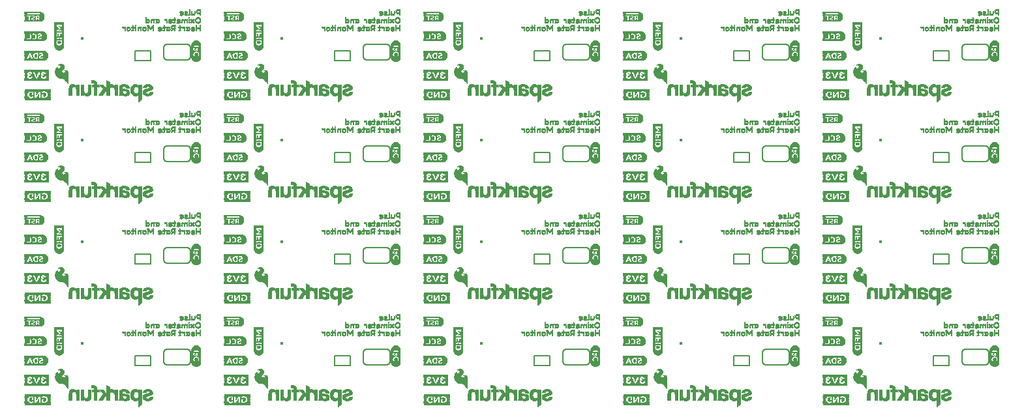
<source format=gbo>
G75*
%MOIN*%
%OFA0B0*%
%FSLAX25Y25*%
%IPPOS*%
%LPD*%
%AMOC8*
5,1,8,0,0,1.08239X$1,22.5*
%
%ADD10C,0.00500*%
%ADD11C,0.01480*%
%ADD12C,0.00800*%
%ADD13R,0.00118X0.07205*%
%ADD14R,0.00118X0.07913*%
%ADD15R,0.00079X0.08386*%
%ADD16R,0.00157X0.08858*%
%ADD17R,0.00118X0.09094*%
%ADD18R,0.00118X0.09331*%
%ADD19R,0.00079X0.09567*%
%ADD20R,0.00118X0.03661*%
%ADD21R,0.00118X0.02126*%
%ADD22R,0.00118X0.02953*%
%ADD23R,0.00157X0.02244*%
%ADD24R,0.00157X0.00591*%
%ADD25R,0.00157X0.01535*%
%ADD26R,0.00157X0.02598*%
%ADD27R,0.00118X0.02244*%
%ADD28R,0.00118X0.00472*%
%ADD29R,0.00118X0.01181*%
%ADD30R,0.00118X0.02362*%
%ADD31R,0.00118X0.00945*%
%ADD32R,0.00118X0.00354*%
%ADD33R,0.00118X0.00827*%
%ADD34R,0.00157X0.02480*%
%ADD35R,0.00157X0.00354*%
%ADD36R,0.00157X0.00236*%
%ADD37R,0.00118X0.02480*%
%ADD38R,0.00118X0.02598*%
%ADD39R,0.00118X0.01063*%
%ADD40R,0.00118X0.02835*%
%ADD41R,0.00157X0.00472*%
%ADD42R,0.00157X0.04252*%
%ADD43R,0.00118X0.04370*%
%ADD44R,0.00118X0.00591*%
%ADD45R,0.00118X0.04488*%
%ADD46R,0.00157X0.00709*%
%ADD47R,0.00157X0.04488*%
%ADD48R,0.00118X0.00236*%
%ADD49R,0.00118X0.00118*%
%ADD50R,0.00157X0.00118*%
%ADD51R,0.00157X0.04370*%
%ADD52R,0.00118X0.04252*%
%ADD53R,0.00118X0.02717*%
%ADD54R,0.00157X0.03071*%
%ADD55R,0.00118X0.03425*%
%ADD56R,0.00118X0.09567*%
%ADD57R,0.00118X0.08858*%
%ADD58R,0.00118X0.08386*%
%ADD59R,0.13386X0.00157*%
%ADD60R,0.13386X0.00118*%
%ADD61R,0.02913X0.00118*%
%ADD62R,0.09646X0.00118*%
%ADD63R,0.02638X0.00157*%
%ADD64R,0.01102X0.00157*%
%ADD65R,0.01654X0.00157*%
%ADD66R,0.00551X0.00157*%
%ADD67R,0.02362X0.00118*%
%ADD68R,0.00709X0.00118*%
%ADD69R,0.01378X0.00118*%
%ADD70R,0.00433X0.00118*%
%ADD71R,0.02205X0.00157*%
%ADD72R,0.01220X0.00157*%
%ADD73R,0.00433X0.00157*%
%ADD74R,0.01929X0.00118*%
%ADD75R,0.00551X0.00118*%
%ADD76R,0.01220X0.00118*%
%ADD77R,0.02087X0.00118*%
%ADD78R,0.01929X0.00157*%
%ADD79R,0.01811X0.00118*%
%ADD80R,0.00945X0.00118*%
%ADD81R,0.00945X0.00157*%
%ADD82R,0.00709X0.00157*%
%ADD83R,0.00827X0.00157*%
%ADD84R,0.01654X0.00118*%
%ADD85R,0.02480X0.00118*%
%ADD86R,0.00827X0.00118*%
%ADD87R,0.00984X0.00118*%
%ADD88R,0.00669X0.00157*%
%ADD89R,0.01535X0.00157*%
%ADD90R,0.01535X0.00118*%
%ADD91R,0.02638X0.00118*%
%ADD92R,0.01260X0.00118*%
%ADD93R,0.00394X0.00157*%
%ADD94R,0.01378X0.00157*%
%ADD95R,0.00394X0.00118*%
%ADD96R,0.00157X0.00157*%
%ADD97R,0.00276X0.00157*%
%ADD98R,0.00276X0.00118*%
%ADD99R,0.01260X0.00157*%
%ADD100R,0.01102X0.00118*%
%ADD101R,0.00984X0.00157*%
%ADD102R,0.01811X0.00157*%
%ADD103R,0.02087X0.00157*%
%ADD104R,0.02205X0.00118*%
%ADD105R,0.02480X0.00157*%
%ADD106R,0.01496X0.00157*%
%ADD107R,0.02756X0.00118*%
%ADD108R,0.00669X0.00118*%
%ADD109R,0.00118X0.12520*%
%ADD110R,0.00118X0.12874*%
%ADD111R,0.00079X0.13110*%
%ADD112R,0.00157X0.13346*%
%ADD113R,0.00118X0.13465*%
%ADD114R,0.00118X0.13583*%
%ADD115R,0.00079X0.13701*%
%ADD116R,0.00118X0.10039*%
%ADD117R,0.00118X0.03307*%
%ADD118R,0.00157X0.01417*%
%ADD119R,0.00157X0.02008*%
%ADD120R,0.00157X0.01299*%
%ADD121R,0.00157X0.02953*%
%ADD122R,0.00118X0.01299*%
%ADD123R,0.00118X0.01772*%
%ADD124R,0.00118X0.01535*%
%ADD125R,0.00118X0.01417*%
%ADD126R,0.00118X0.00709*%
%ADD127R,0.00118X0.02008*%
%ADD128R,0.00157X0.00827*%
%ADD129R,0.00157X0.01772*%
%ADD130R,0.00157X0.01063*%
%ADD131R,0.00157X0.02835*%
%ADD132R,0.00118X0.13701*%
%ADD133R,0.00118X0.13346*%
%ADD134R,0.00118X0.13110*%
%ADD135R,0.12520X0.00157*%
%ADD136R,0.12520X0.00118*%
%ADD137R,0.06220X0.00118*%
%ADD138R,0.02047X0.00157*%
%ADD139R,0.02047X0.00118*%
%ADD140R,0.01772X0.00157*%
%ADD141R,0.01496X0.00118*%
%ADD142R,0.01772X0.00118*%
%ADD143R,0.03031X0.00118*%
%ADD144R,0.00472X0.00079*%
%ADD145R,0.01299X0.00157*%
%ADD146R,0.00236X0.00157*%
%ADD147R,0.02008X0.00118*%
%ADD148R,0.02244X0.00118*%
%ADD149R,0.02717X0.00118*%
%ADD150R,0.01063X0.00118*%
%ADD151R,0.00236X0.00118*%
%ADD152R,0.00472X0.00118*%
%ADD153R,0.00591X0.00118*%
%ADD154R,0.01181X0.00118*%
%ADD155R,0.01417X0.00157*%
%ADD156R,0.03189X0.00118*%
%ADD157R,0.01890X0.00118*%
%ADD158R,0.02126X0.00118*%
%ADD159R,0.02126X0.00157*%
%ADD160R,0.03189X0.00157*%
%ADD161R,0.02244X0.00157*%
%ADD162R,0.03307X0.00118*%
%ADD163R,0.01417X0.00118*%
%ADD164R,0.01181X0.00157*%
%ADD165R,0.02598X0.00157*%
%ADD166R,0.01063X0.00157*%
%ADD167R,0.00472X0.00157*%
%ADD168R,0.01299X0.00118*%
%ADD169R,0.00354X0.00118*%
%ADD170R,0.03661X0.00118*%
%ADD171R,0.02598X0.00118*%
%ADD172R,0.02362X0.00157*%
%ADD173R,0.00354X0.00157*%
%ADD174R,0.03425X0.00118*%
%ADD175C,0.00300*%
%ADD176R,0.00591X0.00079*%
%ADD177R,0.02008X0.00157*%
%ADD178R,0.00591X0.00157*%
%ADD179R,0.01890X0.00157*%
%ADD180R,0.08504X0.00118*%
%ADD181R,0.08858X0.00118*%
%ADD182R,0.09094X0.00079*%
%ADD183R,0.09331X0.00157*%
%ADD184R,0.01772X0.00079*%
%ADD185R,0.01299X0.00079*%
%ADD186R,0.10039X0.00118*%
%ADD187R,0.10157X0.00157*%
%ADD188R,0.10157X0.00118*%
%ADD189R,0.00118X0.00157*%
%ADD190R,0.09449X0.00118*%
%ADD191R,0.09331X0.00118*%
%ADD192R,0.09094X0.00118*%
%ADD193R,0.09685X0.00118*%
%ADD194R,0.10276X0.00079*%
%ADD195R,0.10512X0.00157*%
%ADD196R,0.10630X0.00118*%
%ADD197R,0.10748X0.00118*%
%ADD198R,0.10866X0.00079*%
%ADD199R,0.02835X0.00118*%
%ADD200R,0.04606X0.00118*%
%ADD201R,0.02835X0.00157*%
%ADD202R,0.02717X0.00157*%
%ADD203R,0.02953X0.00118*%
%ADD204R,0.03898X0.00157*%
%ADD205R,0.10866X0.00118*%
%ADD206R,0.10512X0.00118*%
%ADD207R,0.10276X0.00118*%
%ADD208R,0.10394X0.00118*%
%ADD209R,0.10984X0.00079*%
%ADD210R,0.11220X0.00157*%
%ADD211R,0.11339X0.00118*%
%ADD212R,0.11457X0.00118*%
%ADD213R,0.11575X0.00079*%
%ADD214R,0.08268X0.00118*%
%ADD215R,0.04016X0.00157*%
%ADD216R,0.11575X0.00118*%
%ADD217R,0.11220X0.00118*%
%ADD218R,0.10984X0.00118*%
D10*
X0093413Y0051289D02*
X0101287Y0051289D01*
X0101287Y0056211D01*
X0093413Y0056211D01*
X0093413Y0051289D01*
X0195413Y0051289D02*
X0203287Y0051289D01*
X0203287Y0056211D01*
X0195413Y0056211D01*
X0195413Y0051289D01*
X0297413Y0051289D02*
X0305287Y0051289D01*
X0305287Y0056211D01*
X0297413Y0056211D01*
X0297413Y0051289D01*
X0399413Y0051289D02*
X0407287Y0051289D01*
X0407287Y0056211D01*
X0399413Y0056211D01*
X0399413Y0051289D01*
X0501413Y0051289D02*
X0509287Y0051289D01*
X0509287Y0056211D01*
X0501413Y0056211D01*
X0501413Y0051289D01*
X0501413Y0103289D02*
X0509287Y0103289D01*
X0509287Y0108211D01*
X0501413Y0108211D01*
X0501413Y0103289D01*
X0407287Y0103289D02*
X0407287Y0108211D01*
X0399413Y0108211D01*
X0399413Y0103289D01*
X0407287Y0103289D01*
X0305287Y0103289D02*
X0305287Y0108211D01*
X0297413Y0108211D01*
X0297413Y0103289D01*
X0305287Y0103289D01*
X0203287Y0103289D02*
X0203287Y0108211D01*
X0195413Y0108211D01*
X0195413Y0103289D01*
X0203287Y0103289D01*
X0101287Y0103289D02*
X0101287Y0108211D01*
X0093413Y0108211D01*
X0093413Y0103289D01*
X0101287Y0103289D01*
X0101287Y0155289D02*
X0093413Y0155289D01*
X0093413Y0160211D01*
X0101287Y0160211D01*
X0101287Y0155289D01*
X0195413Y0155289D02*
X0203287Y0155289D01*
X0203287Y0160211D01*
X0195413Y0160211D01*
X0195413Y0155289D01*
X0297413Y0155289D02*
X0305287Y0155289D01*
X0305287Y0160211D01*
X0297413Y0160211D01*
X0297413Y0155289D01*
X0399413Y0155289D02*
X0407287Y0155289D01*
X0407287Y0160211D01*
X0399413Y0160211D01*
X0399413Y0155289D01*
X0501413Y0155289D02*
X0509287Y0155289D01*
X0509287Y0160211D01*
X0501413Y0160211D01*
X0501413Y0155289D01*
X0501413Y0207289D02*
X0509287Y0207289D01*
X0509287Y0212211D01*
X0501413Y0212211D01*
X0501413Y0207289D01*
X0407287Y0207289D02*
X0407287Y0212211D01*
X0399413Y0212211D01*
X0399413Y0207289D01*
X0407287Y0207289D01*
X0305287Y0207289D02*
X0305287Y0212211D01*
X0297413Y0212211D01*
X0297413Y0207289D01*
X0305287Y0207289D01*
X0203287Y0207289D02*
X0203287Y0212211D01*
X0195413Y0212211D01*
X0195413Y0207289D01*
X0203287Y0207289D01*
X0101287Y0207289D02*
X0101287Y0212211D01*
X0093413Y0212211D01*
X0093413Y0207289D01*
X0101287Y0207289D01*
D11*
X0066121Y0218784D03*
X0168121Y0218784D03*
X0270121Y0218784D03*
X0372121Y0218784D03*
X0474121Y0218784D03*
X0474121Y0166784D03*
X0372121Y0166784D03*
X0270121Y0166784D03*
X0168121Y0166784D03*
X0066121Y0166784D03*
X0066121Y0114784D03*
X0168121Y0114784D03*
X0270121Y0114784D03*
X0372121Y0114784D03*
X0474121Y0114784D03*
X0474121Y0062784D03*
X0372121Y0062784D03*
X0270121Y0062784D03*
X0168121Y0062784D03*
X0066121Y0062784D03*
D12*
X0107950Y0057950D02*
X0107950Y0053550D01*
X0107952Y0053467D01*
X0107958Y0053384D01*
X0107967Y0053301D01*
X0107981Y0053219D01*
X0107998Y0053138D01*
X0108019Y0053057D01*
X0108043Y0052978D01*
X0108072Y0052900D01*
X0108103Y0052823D01*
X0108139Y0052748D01*
X0108177Y0052674D01*
X0108220Y0052602D01*
X0108265Y0052533D01*
X0108314Y0052465D01*
X0108365Y0052400D01*
X0108420Y0052337D01*
X0108477Y0052277D01*
X0108537Y0052220D01*
X0108600Y0052165D01*
X0108665Y0052114D01*
X0108733Y0052065D01*
X0108802Y0052020D01*
X0108874Y0051977D01*
X0108948Y0051939D01*
X0109023Y0051903D01*
X0109100Y0051872D01*
X0109178Y0051843D01*
X0109257Y0051819D01*
X0109338Y0051798D01*
X0109419Y0051781D01*
X0109501Y0051767D01*
X0109584Y0051758D01*
X0109667Y0051752D01*
X0109750Y0051750D01*
X0119750Y0051750D01*
X0119833Y0051752D01*
X0119916Y0051758D01*
X0119999Y0051767D01*
X0120081Y0051781D01*
X0120162Y0051798D01*
X0120243Y0051819D01*
X0120322Y0051843D01*
X0120400Y0051872D01*
X0120477Y0051903D01*
X0120552Y0051939D01*
X0120626Y0051977D01*
X0120698Y0052020D01*
X0120767Y0052065D01*
X0120835Y0052114D01*
X0120900Y0052165D01*
X0120963Y0052220D01*
X0121023Y0052277D01*
X0121080Y0052337D01*
X0121135Y0052400D01*
X0121186Y0052465D01*
X0121235Y0052533D01*
X0121280Y0052602D01*
X0121323Y0052674D01*
X0121361Y0052748D01*
X0121397Y0052823D01*
X0121428Y0052900D01*
X0121457Y0052978D01*
X0121481Y0053057D01*
X0121502Y0053138D01*
X0121519Y0053219D01*
X0121533Y0053301D01*
X0121542Y0053384D01*
X0121548Y0053467D01*
X0121550Y0053550D01*
X0121550Y0057950D01*
X0121548Y0058033D01*
X0121542Y0058116D01*
X0121533Y0058199D01*
X0121519Y0058281D01*
X0121502Y0058362D01*
X0121481Y0058443D01*
X0121457Y0058522D01*
X0121428Y0058600D01*
X0121397Y0058677D01*
X0121361Y0058752D01*
X0121323Y0058826D01*
X0121280Y0058898D01*
X0121235Y0058967D01*
X0121186Y0059035D01*
X0121135Y0059100D01*
X0121080Y0059163D01*
X0121023Y0059223D01*
X0120963Y0059280D01*
X0120900Y0059335D01*
X0120835Y0059386D01*
X0120767Y0059435D01*
X0120698Y0059480D01*
X0120626Y0059523D01*
X0120552Y0059561D01*
X0120477Y0059597D01*
X0120400Y0059628D01*
X0120322Y0059657D01*
X0120243Y0059681D01*
X0120162Y0059702D01*
X0120081Y0059719D01*
X0119999Y0059733D01*
X0119916Y0059742D01*
X0119833Y0059748D01*
X0119750Y0059750D01*
X0109750Y0059750D01*
X0109667Y0059748D01*
X0109584Y0059742D01*
X0109501Y0059733D01*
X0109419Y0059719D01*
X0109338Y0059702D01*
X0109257Y0059681D01*
X0109178Y0059657D01*
X0109100Y0059628D01*
X0109023Y0059597D01*
X0108948Y0059561D01*
X0108874Y0059523D01*
X0108802Y0059480D01*
X0108733Y0059435D01*
X0108665Y0059386D01*
X0108600Y0059335D01*
X0108537Y0059280D01*
X0108477Y0059223D01*
X0108420Y0059163D01*
X0108365Y0059100D01*
X0108314Y0059035D01*
X0108265Y0058967D01*
X0108220Y0058898D01*
X0108177Y0058826D01*
X0108139Y0058752D01*
X0108103Y0058677D01*
X0108072Y0058600D01*
X0108043Y0058522D01*
X0108019Y0058443D01*
X0107998Y0058362D01*
X0107981Y0058281D01*
X0107967Y0058199D01*
X0107958Y0058116D01*
X0107952Y0058033D01*
X0107950Y0057950D01*
X0109750Y0103750D02*
X0119750Y0103750D01*
X0119833Y0103752D01*
X0119916Y0103758D01*
X0119999Y0103767D01*
X0120081Y0103781D01*
X0120162Y0103798D01*
X0120243Y0103819D01*
X0120322Y0103843D01*
X0120400Y0103872D01*
X0120477Y0103903D01*
X0120552Y0103939D01*
X0120626Y0103977D01*
X0120698Y0104020D01*
X0120767Y0104065D01*
X0120835Y0104114D01*
X0120900Y0104165D01*
X0120963Y0104220D01*
X0121023Y0104277D01*
X0121080Y0104337D01*
X0121135Y0104400D01*
X0121186Y0104465D01*
X0121235Y0104533D01*
X0121280Y0104602D01*
X0121323Y0104674D01*
X0121361Y0104748D01*
X0121397Y0104823D01*
X0121428Y0104900D01*
X0121457Y0104978D01*
X0121481Y0105057D01*
X0121502Y0105138D01*
X0121519Y0105219D01*
X0121533Y0105301D01*
X0121542Y0105384D01*
X0121548Y0105467D01*
X0121550Y0105550D01*
X0121550Y0109950D01*
X0121548Y0110033D01*
X0121542Y0110116D01*
X0121533Y0110199D01*
X0121519Y0110281D01*
X0121502Y0110362D01*
X0121481Y0110443D01*
X0121457Y0110522D01*
X0121428Y0110600D01*
X0121397Y0110677D01*
X0121361Y0110752D01*
X0121323Y0110826D01*
X0121280Y0110898D01*
X0121235Y0110967D01*
X0121186Y0111035D01*
X0121135Y0111100D01*
X0121080Y0111163D01*
X0121023Y0111223D01*
X0120963Y0111280D01*
X0120900Y0111335D01*
X0120835Y0111386D01*
X0120767Y0111435D01*
X0120698Y0111480D01*
X0120626Y0111523D01*
X0120552Y0111561D01*
X0120477Y0111597D01*
X0120400Y0111628D01*
X0120322Y0111657D01*
X0120243Y0111681D01*
X0120162Y0111702D01*
X0120081Y0111719D01*
X0119999Y0111733D01*
X0119916Y0111742D01*
X0119833Y0111748D01*
X0119750Y0111750D01*
X0109750Y0111750D01*
X0109667Y0111748D01*
X0109584Y0111742D01*
X0109501Y0111733D01*
X0109419Y0111719D01*
X0109338Y0111702D01*
X0109257Y0111681D01*
X0109178Y0111657D01*
X0109100Y0111628D01*
X0109023Y0111597D01*
X0108948Y0111561D01*
X0108874Y0111523D01*
X0108802Y0111480D01*
X0108733Y0111435D01*
X0108665Y0111386D01*
X0108600Y0111335D01*
X0108537Y0111280D01*
X0108477Y0111223D01*
X0108420Y0111163D01*
X0108365Y0111100D01*
X0108314Y0111035D01*
X0108265Y0110967D01*
X0108220Y0110898D01*
X0108177Y0110826D01*
X0108139Y0110752D01*
X0108103Y0110677D01*
X0108072Y0110600D01*
X0108043Y0110522D01*
X0108019Y0110443D01*
X0107998Y0110362D01*
X0107981Y0110281D01*
X0107967Y0110199D01*
X0107958Y0110116D01*
X0107952Y0110033D01*
X0107950Y0109950D01*
X0107950Y0105550D01*
X0107952Y0105467D01*
X0107958Y0105384D01*
X0107967Y0105301D01*
X0107981Y0105219D01*
X0107998Y0105138D01*
X0108019Y0105057D01*
X0108043Y0104978D01*
X0108072Y0104900D01*
X0108103Y0104823D01*
X0108139Y0104748D01*
X0108177Y0104674D01*
X0108220Y0104602D01*
X0108265Y0104533D01*
X0108314Y0104465D01*
X0108365Y0104400D01*
X0108420Y0104337D01*
X0108477Y0104277D01*
X0108537Y0104220D01*
X0108600Y0104165D01*
X0108665Y0104114D01*
X0108733Y0104065D01*
X0108802Y0104020D01*
X0108874Y0103977D01*
X0108948Y0103939D01*
X0109023Y0103903D01*
X0109100Y0103872D01*
X0109178Y0103843D01*
X0109257Y0103819D01*
X0109338Y0103798D01*
X0109419Y0103781D01*
X0109501Y0103767D01*
X0109584Y0103758D01*
X0109667Y0103752D01*
X0109750Y0103750D01*
X0209950Y0105550D02*
X0209950Y0109950D01*
X0209952Y0110033D01*
X0209958Y0110116D01*
X0209967Y0110199D01*
X0209981Y0110281D01*
X0209998Y0110362D01*
X0210019Y0110443D01*
X0210043Y0110522D01*
X0210072Y0110600D01*
X0210103Y0110677D01*
X0210139Y0110752D01*
X0210177Y0110826D01*
X0210220Y0110898D01*
X0210265Y0110967D01*
X0210314Y0111035D01*
X0210365Y0111100D01*
X0210420Y0111163D01*
X0210477Y0111223D01*
X0210537Y0111280D01*
X0210600Y0111335D01*
X0210665Y0111386D01*
X0210733Y0111435D01*
X0210802Y0111480D01*
X0210874Y0111523D01*
X0210948Y0111561D01*
X0211023Y0111597D01*
X0211100Y0111628D01*
X0211178Y0111657D01*
X0211257Y0111681D01*
X0211338Y0111702D01*
X0211419Y0111719D01*
X0211501Y0111733D01*
X0211584Y0111742D01*
X0211667Y0111748D01*
X0211750Y0111750D01*
X0221750Y0111750D01*
X0221833Y0111748D01*
X0221916Y0111742D01*
X0221999Y0111733D01*
X0222081Y0111719D01*
X0222162Y0111702D01*
X0222243Y0111681D01*
X0222322Y0111657D01*
X0222400Y0111628D01*
X0222477Y0111597D01*
X0222552Y0111561D01*
X0222626Y0111523D01*
X0222698Y0111480D01*
X0222767Y0111435D01*
X0222835Y0111386D01*
X0222900Y0111335D01*
X0222963Y0111280D01*
X0223023Y0111223D01*
X0223080Y0111163D01*
X0223135Y0111100D01*
X0223186Y0111035D01*
X0223235Y0110967D01*
X0223280Y0110898D01*
X0223323Y0110826D01*
X0223361Y0110752D01*
X0223397Y0110677D01*
X0223428Y0110600D01*
X0223457Y0110522D01*
X0223481Y0110443D01*
X0223502Y0110362D01*
X0223519Y0110281D01*
X0223533Y0110199D01*
X0223542Y0110116D01*
X0223548Y0110033D01*
X0223550Y0109950D01*
X0223550Y0105550D01*
X0223548Y0105467D01*
X0223542Y0105384D01*
X0223533Y0105301D01*
X0223519Y0105219D01*
X0223502Y0105138D01*
X0223481Y0105057D01*
X0223457Y0104978D01*
X0223428Y0104900D01*
X0223397Y0104823D01*
X0223361Y0104748D01*
X0223323Y0104674D01*
X0223280Y0104602D01*
X0223235Y0104533D01*
X0223186Y0104465D01*
X0223135Y0104400D01*
X0223080Y0104337D01*
X0223023Y0104277D01*
X0222963Y0104220D01*
X0222900Y0104165D01*
X0222835Y0104114D01*
X0222767Y0104065D01*
X0222698Y0104020D01*
X0222626Y0103977D01*
X0222552Y0103939D01*
X0222477Y0103903D01*
X0222400Y0103872D01*
X0222322Y0103843D01*
X0222243Y0103819D01*
X0222162Y0103798D01*
X0222081Y0103781D01*
X0221999Y0103767D01*
X0221916Y0103758D01*
X0221833Y0103752D01*
X0221750Y0103750D01*
X0211750Y0103750D01*
X0211667Y0103752D01*
X0211584Y0103758D01*
X0211501Y0103767D01*
X0211419Y0103781D01*
X0211338Y0103798D01*
X0211257Y0103819D01*
X0211178Y0103843D01*
X0211100Y0103872D01*
X0211023Y0103903D01*
X0210948Y0103939D01*
X0210874Y0103977D01*
X0210802Y0104020D01*
X0210733Y0104065D01*
X0210665Y0104114D01*
X0210600Y0104165D01*
X0210537Y0104220D01*
X0210477Y0104277D01*
X0210420Y0104337D01*
X0210365Y0104400D01*
X0210314Y0104465D01*
X0210265Y0104533D01*
X0210220Y0104602D01*
X0210177Y0104674D01*
X0210139Y0104748D01*
X0210103Y0104823D01*
X0210072Y0104900D01*
X0210043Y0104978D01*
X0210019Y0105057D01*
X0209998Y0105138D01*
X0209981Y0105219D01*
X0209967Y0105301D01*
X0209958Y0105384D01*
X0209952Y0105467D01*
X0209950Y0105550D01*
X0211750Y0059750D02*
X0221750Y0059750D01*
X0221833Y0059748D01*
X0221916Y0059742D01*
X0221999Y0059733D01*
X0222081Y0059719D01*
X0222162Y0059702D01*
X0222243Y0059681D01*
X0222322Y0059657D01*
X0222400Y0059628D01*
X0222477Y0059597D01*
X0222552Y0059561D01*
X0222626Y0059523D01*
X0222698Y0059480D01*
X0222767Y0059435D01*
X0222835Y0059386D01*
X0222900Y0059335D01*
X0222963Y0059280D01*
X0223023Y0059223D01*
X0223080Y0059163D01*
X0223135Y0059100D01*
X0223186Y0059035D01*
X0223235Y0058967D01*
X0223280Y0058898D01*
X0223323Y0058826D01*
X0223361Y0058752D01*
X0223397Y0058677D01*
X0223428Y0058600D01*
X0223457Y0058522D01*
X0223481Y0058443D01*
X0223502Y0058362D01*
X0223519Y0058281D01*
X0223533Y0058199D01*
X0223542Y0058116D01*
X0223548Y0058033D01*
X0223550Y0057950D01*
X0223550Y0053550D01*
X0223548Y0053467D01*
X0223542Y0053384D01*
X0223533Y0053301D01*
X0223519Y0053219D01*
X0223502Y0053138D01*
X0223481Y0053057D01*
X0223457Y0052978D01*
X0223428Y0052900D01*
X0223397Y0052823D01*
X0223361Y0052748D01*
X0223323Y0052674D01*
X0223280Y0052602D01*
X0223235Y0052533D01*
X0223186Y0052465D01*
X0223135Y0052400D01*
X0223080Y0052337D01*
X0223023Y0052277D01*
X0222963Y0052220D01*
X0222900Y0052165D01*
X0222835Y0052114D01*
X0222767Y0052065D01*
X0222698Y0052020D01*
X0222626Y0051977D01*
X0222552Y0051939D01*
X0222477Y0051903D01*
X0222400Y0051872D01*
X0222322Y0051843D01*
X0222243Y0051819D01*
X0222162Y0051798D01*
X0222081Y0051781D01*
X0221999Y0051767D01*
X0221916Y0051758D01*
X0221833Y0051752D01*
X0221750Y0051750D01*
X0211750Y0051750D01*
X0211667Y0051752D01*
X0211584Y0051758D01*
X0211501Y0051767D01*
X0211419Y0051781D01*
X0211338Y0051798D01*
X0211257Y0051819D01*
X0211178Y0051843D01*
X0211100Y0051872D01*
X0211023Y0051903D01*
X0210948Y0051939D01*
X0210874Y0051977D01*
X0210802Y0052020D01*
X0210733Y0052065D01*
X0210665Y0052114D01*
X0210600Y0052165D01*
X0210537Y0052220D01*
X0210477Y0052277D01*
X0210420Y0052337D01*
X0210365Y0052400D01*
X0210314Y0052465D01*
X0210265Y0052533D01*
X0210220Y0052602D01*
X0210177Y0052674D01*
X0210139Y0052748D01*
X0210103Y0052823D01*
X0210072Y0052900D01*
X0210043Y0052978D01*
X0210019Y0053057D01*
X0209998Y0053138D01*
X0209981Y0053219D01*
X0209967Y0053301D01*
X0209958Y0053384D01*
X0209952Y0053467D01*
X0209950Y0053550D01*
X0209950Y0057950D01*
X0209952Y0058033D01*
X0209958Y0058116D01*
X0209967Y0058199D01*
X0209981Y0058281D01*
X0209998Y0058362D01*
X0210019Y0058443D01*
X0210043Y0058522D01*
X0210072Y0058600D01*
X0210103Y0058677D01*
X0210139Y0058752D01*
X0210177Y0058826D01*
X0210220Y0058898D01*
X0210265Y0058967D01*
X0210314Y0059035D01*
X0210365Y0059100D01*
X0210420Y0059163D01*
X0210477Y0059223D01*
X0210537Y0059280D01*
X0210600Y0059335D01*
X0210665Y0059386D01*
X0210733Y0059435D01*
X0210802Y0059480D01*
X0210874Y0059523D01*
X0210948Y0059561D01*
X0211023Y0059597D01*
X0211100Y0059628D01*
X0211178Y0059657D01*
X0211257Y0059681D01*
X0211338Y0059702D01*
X0211419Y0059719D01*
X0211501Y0059733D01*
X0211584Y0059742D01*
X0211667Y0059748D01*
X0211750Y0059750D01*
X0311950Y0057950D02*
X0311950Y0053550D01*
X0311952Y0053467D01*
X0311958Y0053384D01*
X0311967Y0053301D01*
X0311981Y0053219D01*
X0311998Y0053138D01*
X0312019Y0053057D01*
X0312043Y0052978D01*
X0312072Y0052900D01*
X0312103Y0052823D01*
X0312139Y0052748D01*
X0312177Y0052674D01*
X0312220Y0052602D01*
X0312265Y0052533D01*
X0312314Y0052465D01*
X0312365Y0052400D01*
X0312420Y0052337D01*
X0312477Y0052277D01*
X0312537Y0052220D01*
X0312600Y0052165D01*
X0312665Y0052114D01*
X0312733Y0052065D01*
X0312802Y0052020D01*
X0312874Y0051977D01*
X0312948Y0051939D01*
X0313023Y0051903D01*
X0313100Y0051872D01*
X0313178Y0051843D01*
X0313257Y0051819D01*
X0313338Y0051798D01*
X0313419Y0051781D01*
X0313501Y0051767D01*
X0313584Y0051758D01*
X0313667Y0051752D01*
X0313750Y0051750D01*
X0323750Y0051750D01*
X0323833Y0051752D01*
X0323916Y0051758D01*
X0323999Y0051767D01*
X0324081Y0051781D01*
X0324162Y0051798D01*
X0324243Y0051819D01*
X0324322Y0051843D01*
X0324400Y0051872D01*
X0324477Y0051903D01*
X0324552Y0051939D01*
X0324626Y0051977D01*
X0324698Y0052020D01*
X0324767Y0052065D01*
X0324835Y0052114D01*
X0324900Y0052165D01*
X0324963Y0052220D01*
X0325023Y0052277D01*
X0325080Y0052337D01*
X0325135Y0052400D01*
X0325186Y0052465D01*
X0325235Y0052533D01*
X0325280Y0052602D01*
X0325323Y0052674D01*
X0325361Y0052748D01*
X0325397Y0052823D01*
X0325428Y0052900D01*
X0325457Y0052978D01*
X0325481Y0053057D01*
X0325502Y0053138D01*
X0325519Y0053219D01*
X0325533Y0053301D01*
X0325542Y0053384D01*
X0325548Y0053467D01*
X0325550Y0053550D01*
X0325550Y0057950D01*
X0325548Y0058033D01*
X0325542Y0058116D01*
X0325533Y0058199D01*
X0325519Y0058281D01*
X0325502Y0058362D01*
X0325481Y0058443D01*
X0325457Y0058522D01*
X0325428Y0058600D01*
X0325397Y0058677D01*
X0325361Y0058752D01*
X0325323Y0058826D01*
X0325280Y0058898D01*
X0325235Y0058967D01*
X0325186Y0059035D01*
X0325135Y0059100D01*
X0325080Y0059163D01*
X0325023Y0059223D01*
X0324963Y0059280D01*
X0324900Y0059335D01*
X0324835Y0059386D01*
X0324767Y0059435D01*
X0324698Y0059480D01*
X0324626Y0059523D01*
X0324552Y0059561D01*
X0324477Y0059597D01*
X0324400Y0059628D01*
X0324322Y0059657D01*
X0324243Y0059681D01*
X0324162Y0059702D01*
X0324081Y0059719D01*
X0323999Y0059733D01*
X0323916Y0059742D01*
X0323833Y0059748D01*
X0323750Y0059750D01*
X0313750Y0059750D01*
X0313667Y0059748D01*
X0313584Y0059742D01*
X0313501Y0059733D01*
X0313419Y0059719D01*
X0313338Y0059702D01*
X0313257Y0059681D01*
X0313178Y0059657D01*
X0313100Y0059628D01*
X0313023Y0059597D01*
X0312948Y0059561D01*
X0312874Y0059523D01*
X0312802Y0059480D01*
X0312733Y0059435D01*
X0312665Y0059386D01*
X0312600Y0059335D01*
X0312537Y0059280D01*
X0312477Y0059223D01*
X0312420Y0059163D01*
X0312365Y0059100D01*
X0312314Y0059035D01*
X0312265Y0058967D01*
X0312220Y0058898D01*
X0312177Y0058826D01*
X0312139Y0058752D01*
X0312103Y0058677D01*
X0312072Y0058600D01*
X0312043Y0058522D01*
X0312019Y0058443D01*
X0311998Y0058362D01*
X0311981Y0058281D01*
X0311967Y0058199D01*
X0311958Y0058116D01*
X0311952Y0058033D01*
X0311950Y0057950D01*
X0313750Y0103750D02*
X0323750Y0103750D01*
X0323833Y0103752D01*
X0323916Y0103758D01*
X0323999Y0103767D01*
X0324081Y0103781D01*
X0324162Y0103798D01*
X0324243Y0103819D01*
X0324322Y0103843D01*
X0324400Y0103872D01*
X0324477Y0103903D01*
X0324552Y0103939D01*
X0324626Y0103977D01*
X0324698Y0104020D01*
X0324767Y0104065D01*
X0324835Y0104114D01*
X0324900Y0104165D01*
X0324963Y0104220D01*
X0325023Y0104277D01*
X0325080Y0104337D01*
X0325135Y0104400D01*
X0325186Y0104465D01*
X0325235Y0104533D01*
X0325280Y0104602D01*
X0325323Y0104674D01*
X0325361Y0104748D01*
X0325397Y0104823D01*
X0325428Y0104900D01*
X0325457Y0104978D01*
X0325481Y0105057D01*
X0325502Y0105138D01*
X0325519Y0105219D01*
X0325533Y0105301D01*
X0325542Y0105384D01*
X0325548Y0105467D01*
X0325550Y0105550D01*
X0325550Y0109950D01*
X0325548Y0110033D01*
X0325542Y0110116D01*
X0325533Y0110199D01*
X0325519Y0110281D01*
X0325502Y0110362D01*
X0325481Y0110443D01*
X0325457Y0110522D01*
X0325428Y0110600D01*
X0325397Y0110677D01*
X0325361Y0110752D01*
X0325323Y0110826D01*
X0325280Y0110898D01*
X0325235Y0110967D01*
X0325186Y0111035D01*
X0325135Y0111100D01*
X0325080Y0111163D01*
X0325023Y0111223D01*
X0324963Y0111280D01*
X0324900Y0111335D01*
X0324835Y0111386D01*
X0324767Y0111435D01*
X0324698Y0111480D01*
X0324626Y0111523D01*
X0324552Y0111561D01*
X0324477Y0111597D01*
X0324400Y0111628D01*
X0324322Y0111657D01*
X0324243Y0111681D01*
X0324162Y0111702D01*
X0324081Y0111719D01*
X0323999Y0111733D01*
X0323916Y0111742D01*
X0323833Y0111748D01*
X0323750Y0111750D01*
X0313750Y0111750D01*
X0313667Y0111748D01*
X0313584Y0111742D01*
X0313501Y0111733D01*
X0313419Y0111719D01*
X0313338Y0111702D01*
X0313257Y0111681D01*
X0313178Y0111657D01*
X0313100Y0111628D01*
X0313023Y0111597D01*
X0312948Y0111561D01*
X0312874Y0111523D01*
X0312802Y0111480D01*
X0312733Y0111435D01*
X0312665Y0111386D01*
X0312600Y0111335D01*
X0312537Y0111280D01*
X0312477Y0111223D01*
X0312420Y0111163D01*
X0312365Y0111100D01*
X0312314Y0111035D01*
X0312265Y0110967D01*
X0312220Y0110898D01*
X0312177Y0110826D01*
X0312139Y0110752D01*
X0312103Y0110677D01*
X0312072Y0110600D01*
X0312043Y0110522D01*
X0312019Y0110443D01*
X0311998Y0110362D01*
X0311981Y0110281D01*
X0311967Y0110199D01*
X0311958Y0110116D01*
X0311952Y0110033D01*
X0311950Y0109950D01*
X0311950Y0105550D01*
X0311952Y0105467D01*
X0311958Y0105384D01*
X0311967Y0105301D01*
X0311981Y0105219D01*
X0311998Y0105138D01*
X0312019Y0105057D01*
X0312043Y0104978D01*
X0312072Y0104900D01*
X0312103Y0104823D01*
X0312139Y0104748D01*
X0312177Y0104674D01*
X0312220Y0104602D01*
X0312265Y0104533D01*
X0312314Y0104465D01*
X0312365Y0104400D01*
X0312420Y0104337D01*
X0312477Y0104277D01*
X0312537Y0104220D01*
X0312600Y0104165D01*
X0312665Y0104114D01*
X0312733Y0104065D01*
X0312802Y0104020D01*
X0312874Y0103977D01*
X0312948Y0103939D01*
X0313023Y0103903D01*
X0313100Y0103872D01*
X0313178Y0103843D01*
X0313257Y0103819D01*
X0313338Y0103798D01*
X0313419Y0103781D01*
X0313501Y0103767D01*
X0313584Y0103758D01*
X0313667Y0103752D01*
X0313750Y0103750D01*
X0413950Y0105550D02*
X0413950Y0109950D01*
X0413952Y0110033D01*
X0413958Y0110116D01*
X0413967Y0110199D01*
X0413981Y0110281D01*
X0413998Y0110362D01*
X0414019Y0110443D01*
X0414043Y0110522D01*
X0414072Y0110600D01*
X0414103Y0110677D01*
X0414139Y0110752D01*
X0414177Y0110826D01*
X0414220Y0110898D01*
X0414265Y0110967D01*
X0414314Y0111035D01*
X0414365Y0111100D01*
X0414420Y0111163D01*
X0414477Y0111223D01*
X0414537Y0111280D01*
X0414600Y0111335D01*
X0414665Y0111386D01*
X0414733Y0111435D01*
X0414802Y0111480D01*
X0414874Y0111523D01*
X0414948Y0111561D01*
X0415023Y0111597D01*
X0415100Y0111628D01*
X0415178Y0111657D01*
X0415257Y0111681D01*
X0415338Y0111702D01*
X0415419Y0111719D01*
X0415501Y0111733D01*
X0415584Y0111742D01*
X0415667Y0111748D01*
X0415750Y0111750D01*
X0425750Y0111750D01*
X0425833Y0111748D01*
X0425916Y0111742D01*
X0425999Y0111733D01*
X0426081Y0111719D01*
X0426162Y0111702D01*
X0426243Y0111681D01*
X0426322Y0111657D01*
X0426400Y0111628D01*
X0426477Y0111597D01*
X0426552Y0111561D01*
X0426626Y0111523D01*
X0426698Y0111480D01*
X0426767Y0111435D01*
X0426835Y0111386D01*
X0426900Y0111335D01*
X0426963Y0111280D01*
X0427023Y0111223D01*
X0427080Y0111163D01*
X0427135Y0111100D01*
X0427186Y0111035D01*
X0427235Y0110967D01*
X0427280Y0110898D01*
X0427323Y0110826D01*
X0427361Y0110752D01*
X0427397Y0110677D01*
X0427428Y0110600D01*
X0427457Y0110522D01*
X0427481Y0110443D01*
X0427502Y0110362D01*
X0427519Y0110281D01*
X0427533Y0110199D01*
X0427542Y0110116D01*
X0427548Y0110033D01*
X0427550Y0109950D01*
X0427550Y0105550D01*
X0427548Y0105467D01*
X0427542Y0105384D01*
X0427533Y0105301D01*
X0427519Y0105219D01*
X0427502Y0105138D01*
X0427481Y0105057D01*
X0427457Y0104978D01*
X0427428Y0104900D01*
X0427397Y0104823D01*
X0427361Y0104748D01*
X0427323Y0104674D01*
X0427280Y0104602D01*
X0427235Y0104533D01*
X0427186Y0104465D01*
X0427135Y0104400D01*
X0427080Y0104337D01*
X0427023Y0104277D01*
X0426963Y0104220D01*
X0426900Y0104165D01*
X0426835Y0104114D01*
X0426767Y0104065D01*
X0426698Y0104020D01*
X0426626Y0103977D01*
X0426552Y0103939D01*
X0426477Y0103903D01*
X0426400Y0103872D01*
X0426322Y0103843D01*
X0426243Y0103819D01*
X0426162Y0103798D01*
X0426081Y0103781D01*
X0425999Y0103767D01*
X0425916Y0103758D01*
X0425833Y0103752D01*
X0425750Y0103750D01*
X0415750Y0103750D01*
X0415667Y0103752D01*
X0415584Y0103758D01*
X0415501Y0103767D01*
X0415419Y0103781D01*
X0415338Y0103798D01*
X0415257Y0103819D01*
X0415178Y0103843D01*
X0415100Y0103872D01*
X0415023Y0103903D01*
X0414948Y0103939D01*
X0414874Y0103977D01*
X0414802Y0104020D01*
X0414733Y0104065D01*
X0414665Y0104114D01*
X0414600Y0104165D01*
X0414537Y0104220D01*
X0414477Y0104277D01*
X0414420Y0104337D01*
X0414365Y0104400D01*
X0414314Y0104465D01*
X0414265Y0104533D01*
X0414220Y0104602D01*
X0414177Y0104674D01*
X0414139Y0104748D01*
X0414103Y0104823D01*
X0414072Y0104900D01*
X0414043Y0104978D01*
X0414019Y0105057D01*
X0413998Y0105138D01*
X0413981Y0105219D01*
X0413967Y0105301D01*
X0413958Y0105384D01*
X0413952Y0105467D01*
X0413950Y0105550D01*
X0415750Y0059750D02*
X0425750Y0059750D01*
X0425833Y0059748D01*
X0425916Y0059742D01*
X0425999Y0059733D01*
X0426081Y0059719D01*
X0426162Y0059702D01*
X0426243Y0059681D01*
X0426322Y0059657D01*
X0426400Y0059628D01*
X0426477Y0059597D01*
X0426552Y0059561D01*
X0426626Y0059523D01*
X0426698Y0059480D01*
X0426767Y0059435D01*
X0426835Y0059386D01*
X0426900Y0059335D01*
X0426963Y0059280D01*
X0427023Y0059223D01*
X0427080Y0059163D01*
X0427135Y0059100D01*
X0427186Y0059035D01*
X0427235Y0058967D01*
X0427280Y0058898D01*
X0427323Y0058826D01*
X0427361Y0058752D01*
X0427397Y0058677D01*
X0427428Y0058600D01*
X0427457Y0058522D01*
X0427481Y0058443D01*
X0427502Y0058362D01*
X0427519Y0058281D01*
X0427533Y0058199D01*
X0427542Y0058116D01*
X0427548Y0058033D01*
X0427550Y0057950D01*
X0427550Y0053550D01*
X0427548Y0053467D01*
X0427542Y0053384D01*
X0427533Y0053301D01*
X0427519Y0053219D01*
X0427502Y0053138D01*
X0427481Y0053057D01*
X0427457Y0052978D01*
X0427428Y0052900D01*
X0427397Y0052823D01*
X0427361Y0052748D01*
X0427323Y0052674D01*
X0427280Y0052602D01*
X0427235Y0052533D01*
X0427186Y0052465D01*
X0427135Y0052400D01*
X0427080Y0052337D01*
X0427023Y0052277D01*
X0426963Y0052220D01*
X0426900Y0052165D01*
X0426835Y0052114D01*
X0426767Y0052065D01*
X0426698Y0052020D01*
X0426626Y0051977D01*
X0426552Y0051939D01*
X0426477Y0051903D01*
X0426400Y0051872D01*
X0426322Y0051843D01*
X0426243Y0051819D01*
X0426162Y0051798D01*
X0426081Y0051781D01*
X0425999Y0051767D01*
X0425916Y0051758D01*
X0425833Y0051752D01*
X0425750Y0051750D01*
X0415750Y0051750D01*
X0415667Y0051752D01*
X0415584Y0051758D01*
X0415501Y0051767D01*
X0415419Y0051781D01*
X0415338Y0051798D01*
X0415257Y0051819D01*
X0415178Y0051843D01*
X0415100Y0051872D01*
X0415023Y0051903D01*
X0414948Y0051939D01*
X0414874Y0051977D01*
X0414802Y0052020D01*
X0414733Y0052065D01*
X0414665Y0052114D01*
X0414600Y0052165D01*
X0414537Y0052220D01*
X0414477Y0052277D01*
X0414420Y0052337D01*
X0414365Y0052400D01*
X0414314Y0052465D01*
X0414265Y0052533D01*
X0414220Y0052602D01*
X0414177Y0052674D01*
X0414139Y0052748D01*
X0414103Y0052823D01*
X0414072Y0052900D01*
X0414043Y0052978D01*
X0414019Y0053057D01*
X0413998Y0053138D01*
X0413981Y0053219D01*
X0413967Y0053301D01*
X0413958Y0053384D01*
X0413952Y0053467D01*
X0413950Y0053550D01*
X0413950Y0057950D01*
X0413952Y0058033D01*
X0413958Y0058116D01*
X0413967Y0058199D01*
X0413981Y0058281D01*
X0413998Y0058362D01*
X0414019Y0058443D01*
X0414043Y0058522D01*
X0414072Y0058600D01*
X0414103Y0058677D01*
X0414139Y0058752D01*
X0414177Y0058826D01*
X0414220Y0058898D01*
X0414265Y0058967D01*
X0414314Y0059035D01*
X0414365Y0059100D01*
X0414420Y0059163D01*
X0414477Y0059223D01*
X0414537Y0059280D01*
X0414600Y0059335D01*
X0414665Y0059386D01*
X0414733Y0059435D01*
X0414802Y0059480D01*
X0414874Y0059523D01*
X0414948Y0059561D01*
X0415023Y0059597D01*
X0415100Y0059628D01*
X0415178Y0059657D01*
X0415257Y0059681D01*
X0415338Y0059702D01*
X0415419Y0059719D01*
X0415501Y0059733D01*
X0415584Y0059742D01*
X0415667Y0059748D01*
X0415750Y0059750D01*
X0515950Y0057950D02*
X0515950Y0053550D01*
X0515952Y0053467D01*
X0515958Y0053384D01*
X0515967Y0053301D01*
X0515981Y0053219D01*
X0515998Y0053138D01*
X0516019Y0053057D01*
X0516043Y0052978D01*
X0516072Y0052900D01*
X0516103Y0052823D01*
X0516139Y0052748D01*
X0516177Y0052674D01*
X0516220Y0052602D01*
X0516265Y0052533D01*
X0516314Y0052465D01*
X0516365Y0052400D01*
X0516420Y0052337D01*
X0516477Y0052277D01*
X0516537Y0052220D01*
X0516600Y0052165D01*
X0516665Y0052114D01*
X0516733Y0052065D01*
X0516802Y0052020D01*
X0516874Y0051977D01*
X0516948Y0051939D01*
X0517023Y0051903D01*
X0517100Y0051872D01*
X0517178Y0051843D01*
X0517257Y0051819D01*
X0517338Y0051798D01*
X0517419Y0051781D01*
X0517501Y0051767D01*
X0517584Y0051758D01*
X0517667Y0051752D01*
X0517750Y0051750D01*
X0527750Y0051750D01*
X0527833Y0051752D01*
X0527916Y0051758D01*
X0527999Y0051767D01*
X0528081Y0051781D01*
X0528162Y0051798D01*
X0528243Y0051819D01*
X0528322Y0051843D01*
X0528400Y0051872D01*
X0528477Y0051903D01*
X0528552Y0051939D01*
X0528626Y0051977D01*
X0528698Y0052020D01*
X0528767Y0052065D01*
X0528835Y0052114D01*
X0528900Y0052165D01*
X0528963Y0052220D01*
X0529023Y0052277D01*
X0529080Y0052337D01*
X0529135Y0052400D01*
X0529186Y0052465D01*
X0529235Y0052533D01*
X0529280Y0052602D01*
X0529323Y0052674D01*
X0529361Y0052748D01*
X0529397Y0052823D01*
X0529428Y0052900D01*
X0529457Y0052978D01*
X0529481Y0053057D01*
X0529502Y0053138D01*
X0529519Y0053219D01*
X0529533Y0053301D01*
X0529542Y0053384D01*
X0529548Y0053467D01*
X0529550Y0053550D01*
X0529550Y0057950D01*
X0529548Y0058033D01*
X0529542Y0058116D01*
X0529533Y0058199D01*
X0529519Y0058281D01*
X0529502Y0058362D01*
X0529481Y0058443D01*
X0529457Y0058522D01*
X0529428Y0058600D01*
X0529397Y0058677D01*
X0529361Y0058752D01*
X0529323Y0058826D01*
X0529280Y0058898D01*
X0529235Y0058967D01*
X0529186Y0059035D01*
X0529135Y0059100D01*
X0529080Y0059163D01*
X0529023Y0059223D01*
X0528963Y0059280D01*
X0528900Y0059335D01*
X0528835Y0059386D01*
X0528767Y0059435D01*
X0528698Y0059480D01*
X0528626Y0059523D01*
X0528552Y0059561D01*
X0528477Y0059597D01*
X0528400Y0059628D01*
X0528322Y0059657D01*
X0528243Y0059681D01*
X0528162Y0059702D01*
X0528081Y0059719D01*
X0527999Y0059733D01*
X0527916Y0059742D01*
X0527833Y0059748D01*
X0527750Y0059750D01*
X0517750Y0059750D01*
X0517667Y0059748D01*
X0517584Y0059742D01*
X0517501Y0059733D01*
X0517419Y0059719D01*
X0517338Y0059702D01*
X0517257Y0059681D01*
X0517178Y0059657D01*
X0517100Y0059628D01*
X0517023Y0059597D01*
X0516948Y0059561D01*
X0516874Y0059523D01*
X0516802Y0059480D01*
X0516733Y0059435D01*
X0516665Y0059386D01*
X0516600Y0059335D01*
X0516537Y0059280D01*
X0516477Y0059223D01*
X0516420Y0059163D01*
X0516365Y0059100D01*
X0516314Y0059035D01*
X0516265Y0058967D01*
X0516220Y0058898D01*
X0516177Y0058826D01*
X0516139Y0058752D01*
X0516103Y0058677D01*
X0516072Y0058600D01*
X0516043Y0058522D01*
X0516019Y0058443D01*
X0515998Y0058362D01*
X0515981Y0058281D01*
X0515967Y0058199D01*
X0515958Y0058116D01*
X0515952Y0058033D01*
X0515950Y0057950D01*
X0517750Y0103750D02*
X0527750Y0103750D01*
X0527833Y0103752D01*
X0527916Y0103758D01*
X0527999Y0103767D01*
X0528081Y0103781D01*
X0528162Y0103798D01*
X0528243Y0103819D01*
X0528322Y0103843D01*
X0528400Y0103872D01*
X0528477Y0103903D01*
X0528552Y0103939D01*
X0528626Y0103977D01*
X0528698Y0104020D01*
X0528767Y0104065D01*
X0528835Y0104114D01*
X0528900Y0104165D01*
X0528963Y0104220D01*
X0529023Y0104277D01*
X0529080Y0104337D01*
X0529135Y0104400D01*
X0529186Y0104465D01*
X0529235Y0104533D01*
X0529280Y0104602D01*
X0529323Y0104674D01*
X0529361Y0104748D01*
X0529397Y0104823D01*
X0529428Y0104900D01*
X0529457Y0104978D01*
X0529481Y0105057D01*
X0529502Y0105138D01*
X0529519Y0105219D01*
X0529533Y0105301D01*
X0529542Y0105384D01*
X0529548Y0105467D01*
X0529550Y0105550D01*
X0529550Y0109950D01*
X0529548Y0110033D01*
X0529542Y0110116D01*
X0529533Y0110199D01*
X0529519Y0110281D01*
X0529502Y0110362D01*
X0529481Y0110443D01*
X0529457Y0110522D01*
X0529428Y0110600D01*
X0529397Y0110677D01*
X0529361Y0110752D01*
X0529323Y0110826D01*
X0529280Y0110898D01*
X0529235Y0110967D01*
X0529186Y0111035D01*
X0529135Y0111100D01*
X0529080Y0111163D01*
X0529023Y0111223D01*
X0528963Y0111280D01*
X0528900Y0111335D01*
X0528835Y0111386D01*
X0528767Y0111435D01*
X0528698Y0111480D01*
X0528626Y0111523D01*
X0528552Y0111561D01*
X0528477Y0111597D01*
X0528400Y0111628D01*
X0528322Y0111657D01*
X0528243Y0111681D01*
X0528162Y0111702D01*
X0528081Y0111719D01*
X0527999Y0111733D01*
X0527916Y0111742D01*
X0527833Y0111748D01*
X0527750Y0111750D01*
X0517750Y0111750D01*
X0517667Y0111748D01*
X0517584Y0111742D01*
X0517501Y0111733D01*
X0517419Y0111719D01*
X0517338Y0111702D01*
X0517257Y0111681D01*
X0517178Y0111657D01*
X0517100Y0111628D01*
X0517023Y0111597D01*
X0516948Y0111561D01*
X0516874Y0111523D01*
X0516802Y0111480D01*
X0516733Y0111435D01*
X0516665Y0111386D01*
X0516600Y0111335D01*
X0516537Y0111280D01*
X0516477Y0111223D01*
X0516420Y0111163D01*
X0516365Y0111100D01*
X0516314Y0111035D01*
X0516265Y0110967D01*
X0516220Y0110898D01*
X0516177Y0110826D01*
X0516139Y0110752D01*
X0516103Y0110677D01*
X0516072Y0110600D01*
X0516043Y0110522D01*
X0516019Y0110443D01*
X0515998Y0110362D01*
X0515981Y0110281D01*
X0515967Y0110199D01*
X0515958Y0110116D01*
X0515952Y0110033D01*
X0515950Y0109950D01*
X0515950Y0105550D01*
X0515952Y0105467D01*
X0515958Y0105384D01*
X0515967Y0105301D01*
X0515981Y0105219D01*
X0515998Y0105138D01*
X0516019Y0105057D01*
X0516043Y0104978D01*
X0516072Y0104900D01*
X0516103Y0104823D01*
X0516139Y0104748D01*
X0516177Y0104674D01*
X0516220Y0104602D01*
X0516265Y0104533D01*
X0516314Y0104465D01*
X0516365Y0104400D01*
X0516420Y0104337D01*
X0516477Y0104277D01*
X0516537Y0104220D01*
X0516600Y0104165D01*
X0516665Y0104114D01*
X0516733Y0104065D01*
X0516802Y0104020D01*
X0516874Y0103977D01*
X0516948Y0103939D01*
X0517023Y0103903D01*
X0517100Y0103872D01*
X0517178Y0103843D01*
X0517257Y0103819D01*
X0517338Y0103798D01*
X0517419Y0103781D01*
X0517501Y0103767D01*
X0517584Y0103758D01*
X0517667Y0103752D01*
X0517750Y0103750D01*
X0517750Y0155750D02*
X0527750Y0155750D01*
X0527833Y0155752D01*
X0527916Y0155758D01*
X0527999Y0155767D01*
X0528081Y0155781D01*
X0528162Y0155798D01*
X0528243Y0155819D01*
X0528322Y0155843D01*
X0528400Y0155872D01*
X0528477Y0155903D01*
X0528552Y0155939D01*
X0528626Y0155977D01*
X0528698Y0156020D01*
X0528767Y0156065D01*
X0528835Y0156114D01*
X0528900Y0156165D01*
X0528963Y0156220D01*
X0529023Y0156277D01*
X0529080Y0156337D01*
X0529135Y0156400D01*
X0529186Y0156465D01*
X0529235Y0156533D01*
X0529280Y0156602D01*
X0529323Y0156674D01*
X0529361Y0156748D01*
X0529397Y0156823D01*
X0529428Y0156900D01*
X0529457Y0156978D01*
X0529481Y0157057D01*
X0529502Y0157138D01*
X0529519Y0157219D01*
X0529533Y0157301D01*
X0529542Y0157384D01*
X0529548Y0157467D01*
X0529550Y0157550D01*
X0529550Y0161950D01*
X0529548Y0162033D01*
X0529542Y0162116D01*
X0529533Y0162199D01*
X0529519Y0162281D01*
X0529502Y0162362D01*
X0529481Y0162443D01*
X0529457Y0162522D01*
X0529428Y0162600D01*
X0529397Y0162677D01*
X0529361Y0162752D01*
X0529323Y0162826D01*
X0529280Y0162898D01*
X0529235Y0162967D01*
X0529186Y0163035D01*
X0529135Y0163100D01*
X0529080Y0163163D01*
X0529023Y0163223D01*
X0528963Y0163280D01*
X0528900Y0163335D01*
X0528835Y0163386D01*
X0528767Y0163435D01*
X0528698Y0163480D01*
X0528626Y0163523D01*
X0528552Y0163561D01*
X0528477Y0163597D01*
X0528400Y0163628D01*
X0528322Y0163657D01*
X0528243Y0163681D01*
X0528162Y0163702D01*
X0528081Y0163719D01*
X0527999Y0163733D01*
X0527916Y0163742D01*
X0527833Y0163748D01*
X0527750Y0163750D01*
X0517750Y0163750D01*
X0517667Y0163748D01*
X0517584Y0163742D01*
X0517501Y0163733D01*
X0517419Y0163719D01*
X0517338Y0163702D01*
X0517257Y0163681D01*
X0517178Y0163657D01*
X0517100Y0163628D01*
X0517023Y0163597D01*
X0516948Y0163561D01*
X0516874Y0163523D01*
X0516802Y0163480D01*
X0516733Y0163435D01*
X0516665Y0163386D01*
X0516600Y0163335D01*
X0516537Y0163280D01*
X0516477Y0163223D01*
X0516420Y0163163D01*
X0516365Y0163100D01*
X0516314Y0163035D01*
X0516265Y0162967D01*
X0516220Y0162898D01*
X0516177Y0162826D01*
X0516139Y0162752D01*
X0516103Y0162677D01*
X0516072Y0162600D01*
X0516043Y0162522D01*
X0516019Y0162443D01*
X0515998Y0162362D01*
X0515981Y0162281D01*
X0515967Y0162199D01*
X0515958Y0162116D01*
X0515952Y0162033D01*
X0515950Y0161950D01*
X0515950Y0157550D01*
X0515952Y0157467D01*
X0515958Y0157384D01*
X0515967Y0157301D01*
X0515981Y0157219D01*
X0515998Y0157138D01*
X0516019Y0157057D01*
X0516043Y0156978D01*
X0516072Y0156900D01*
X0516103Y0156823D01*
X0516139Y0156748D01*
X0516177Y0156674D01*
X0516220Y0156602D01*
X0516265Y0156533D01*
X0516314Y0156465D01*
X0516365Y0156400D01*
X0516420Y0156337D01*
X0516477Y0156277D01*
X0516537Y0156220D01*
X0516600Y0156165D01*
X0516665Y0156114D01*
X0516733Y0156065D01*
X0516802Y0156020D01*
X0516874Y0155977D01*
X0516948Y0155939D01*
X0517023Y0155903D01*
X0517100Y0155872D01*
X0517178Y0155843D01*
X0517257Y0155819D01*
X0517338Y0155798D01*
X0517419Y0155781D01*
X0517501Y0155767D01*
X0517584Y0155758D01*
X0517667Y0155752D01*
X0517750Y0155750D01*
X0427550Y0157550D02*
X0427550Y0161950D01*
X0427548Y0162033D01*
X0427542Y0162116D01*
X0427533Y0162199D01*
X0427519Y0162281D01*
X0427502Y0162362D01*
X0427481Y0162443D01*
X0427457Y0162522D01*
X0427428Y0162600D01*
X0427397Y0162677D01*
X0427361Y0162752D01*
X0427323Y0162826D01*
X0427280Y0162898D01*
X0427235Y0162967D01*
X0427186Y0163035D01*
X0427135Y0163100D01*
X0427080Y0163163D01*
X0427023Y0163223D01*
X0426963Y0163280D01*
X0426900Y0163335D01*
X0426835Y0163386D01*
X0426767Y0163435D01*
X0426698Y0163480D01*
X0426626Y0163523D01*
X0426552Y0163561D01*
X0426477Y0163597D01*
X0426400Y0163628D01*
X0426322Y0163657D01*
X0426243Y0163681D01*
X0426162Y0163702D01*
X0426081Y0163719D01*
X0425999Y0163733D01*
X0425916Y0163742D01*
X0425833Y0163748D01*
X0425750Y0163750D01*
X0415750Y0163750D01*
X0415667Y0163748D01*
X0415584Y0163742D01*
X0415501Y0163733D01*
X0415419Y0163719D01*
X0415338Y0163702D01*
X0415257Y0163681D01*
X0415178Y0163657D01*
X0415100Y0163628D01*
X0415023Y0163597D01*
X0414948Y0163561D01*
X0414874Y0163523D01*
X0414802Y0163480D01*
X0414733Y0163435D01*
X0414665Y0163386D01*
X0414600Y0163335D01*
X0414537Y0163280D01*
X0414477Y0163223D01*
X0414420Y0163163D01*
X0414365Y0163100D01*
X0414314Y0163035D01*
X0414265Y0162967D01*
X0414220Y0162898D01*
X0414177Y0162826D01*
X0414139Y0162752D01*
X0414103Y0162677D01*
X0414072Y0162600D01*
X0414043Y0162522D01*
X0414019Y0162443D01*
X0413998Y0162362D01*
X0413981Y0162281D01*
X0413967Y0162199D01*
X0413958Y0162116D01*
X0413952Y0162033D01*
X0413950Y0161950D01*
X0413950Y0157550D01*
X0413952Y0157467D01*
X0413958Y0157384D01*
X0413967Y0157301D01*
X0413981Y0157219D01*
X0413998Y0157138D01*
X0414019Y0157057D01*
X0414043Y0156978D01*
X0414072Y0156900D01*
X0414103Y0156823D01*
X0414139Y0156748D01*
X0414177Y0156674D01*
X0414220Y0156602D01*
X0414265Y0156533D01*
X0414314Y0156465D01*
X0414365Y0156400D01*
X0414420Y0156337D01*
X0414477Y0156277D01*
X0414537Y0156220D01*
X0414600Y0156165D01*
X0414665Y0156114D01*
X0414733Y0156065D01*
X0414802Y0156020D01*
X0414874Y0155977D01*
X0414948Y0155939D01*
X0415023Y0155903D01*
X0415100Y0155872D01*
X0415178Y0155843D01*
X0415257Y0155819D01*
X0415338Y0155798D01*
X0415419Y0155781D01*
X0415501Y0155767D01*
X0415584Y0155758D01*
X0415667Y0155752D01*
X0415750Y0155750D01*
X0425750Y0155750D01*
X0425833Y0155752D01*
X0425916Y0155758D01*
X0425999Y0155767D01*
X0426081Y0155781D01*
X0426162Y0155798D01*
X0426243Y0155819D01*
X0426322Y0155843D01*
X0426400Y0155872D01*
X0426477Y0155903D01*
X0426552Y0155939D01*
X0426626Y0155977D01*
X0426698Y0156020D01*
X0426767Y0156065D01*
X0426835Y0156114D01*
X0426900Y0156165D01*
X0426963Y0156220D01*
X0427023Y0156277D01*
X0427080Y0156337D01*
X0427135Y0156400D01*
X0427186Y0156465D01*
X0427235Y0156533D01*
X0427280Y0156602D01*
X0427323Y0156674D01*
X0427361Y0156748D01*
X0427397Y0156823D01*
X0427428Y0156900D01*
X0427457Y0156978D01*
X0427481Y0157057D01*
X0427502Y0157138D01*
X0427519Y0157219D01*
X0427533Y0157301D01*
X0427542Y0157384D01*
X0427548Y0157467D01*
X0427550Y0157550D01*
X0325550Y0157550D02*
X0325550Y0161950D01*
X0325548Y0162033D01*
X0325542Y0162116D01*
X0325533Y0162199D01*
X0325519Y0162281D01*
X0325502Y0162362D01*
X0325481Y0162443D01*
X0325457Y0162522D01*
X0325428Y0162600D01*
X0325397Y0162677D01*
X0325361Y0162752D01*
X0325323Y0162826D01*
X0325280Y0162898D01*
X0325235Y0162967D01*
X0325186Y0163035D01*
X0325135Y0163100D01*
X0325080Y0163163D01*
X0325023Y0163223D01*
X0324963Y0163280D01*
X0324900Y0163335D01*
X0324835Y0163386D01*
X0324767Y0163435D01*
X0324698Y0163480D01*
X0324626Y0163523D01*
X0324552Y0163561D01*
X0324477Y0163597D01*
X0324400Y0163628D01*
X0324322Y0163657D01*
X0324243Y0163681D01*
X0324162Y0163702D01*
X0324081Y0163719D01*
X0323999Y0163733D01*
X0323916Y0163742D01*
X0323833Y0163748D01*
X0323750Y0163750D01*
X0313750Y0163750D01*
X0313667Y0163748D01*
X0313584Y0163742D01*
X0313501Y0163733D01*
X0313419Y0163719D01*
X0313338Y0163702D01*
X0313257Y0163681D01*
X0313178Y0163657D01*
X0313100Y0163628D01*
X0313023Y0163597D01*
X0312948Y0163561D01*
X0312874Y0163523D01*
X0312802Y0163480D01*
X0312733Y0163435D01*
X0312665Y0163386D01*
X0312600Y0163335D01*
X0312537Y0163280D01*
X0312477Y0163223D01*
X0312420Y0163163D01*
X0312365Y0163100D01*
X0312314Y0163035D01*
X0312265Y0162967D01*
X0312220Y0162898D01*
X0312177Y0162826D01*
X0312139Y0162752D01*
X0312103Y0162677D01*
X0312072Y0162600D01*
X0312043Y0162522D01*
X0312019Y0162443D01*
X0311998Y0162362D01*
X0311981Y0162281D01*
X0311967Y0162199D01*
X0311958Y0162116D01*
X0311952Y0162033D01*
X0311950Y0161950D01*
X0311950Y0157550D01*
X0311952Y0157467D01*
X0311958Y0157384D01*
X0311967Y0157301D01*
X0311981Y0157219D01*
X0311998Y0157138D01*
X0312019Y0157057D01*
X0312043Y0156978D01*
X0312072Y0156900D01*
X0312103Y0156823D01*
X0312139Y0156748D01*
X0312177Y0156674D01*
X0312220Y0156602D01*
X0312265Y0156533D01*
X0312314Y0156465D01*
X0312365Y0156400D01*
X0312420Y0156337D01*
X0312477Y0156277D01*
X0312537Y0156220D01*
X0312600Y0156165D01*
X0312665Y0156114D01*
X0312733Y0156065D01*
X0312802Y0156020D01*
X0312874Y0155977D01*
X0312948Y0155939D01*
X0313023Y0155903D01*
X0313100Y0155872D01*
X0313178Y0155843D01*
X0313257Y0155819D01*
X0313338Y0155798D01*
X0313419Y0155781D01*
X0313501Y0155767D01*
X0313584Y0155758D01*
X0313667Y0155752D01*
X0313750Y0155750D01*
X0323750Y0155750D01*
X0323833Y0155752D01*
X0323916Y0155758D01*
X0323999Y0155767D01*
X0324081Y0155781D01*
X0324162Y0155798D01*
X0324243Y0155819D01*
X0324322Y0155843D01*
X0324400Y0155872D01*
X0324477Y0155903D01*
X0324552Y0155939D01*
X0324626Y0155977D01*
X0324698Y0156020D01*
X0324767Y0156065D01*
X0324835Y0156114D01*
X0324900Y0156165D01*
X0324963Y0156220D01*
X0325023Y0156277D01*
X0325080Y0156337D01*
X0325135Y0156400D01*
X0325186Y0156465D01*
X0325235Y0156533D01*
X0325280Y0156602D01*
X0325323Y0156674D01*
X0325361Y0156748D01*
X0325397Y0156823D01*
X0325428Y0156900D01*
X0325457Y0156978D01*
X0325481Y0157057D01*
X0325502Y0157138D01*
X0325519Y0157219D01*
X0325533Y0157301D01*
X0325542Y0157384D01*
X0325548Y0157467D01*
X0325550Y0157550D01*
X0223550Y0157550D02*
X0223550Y0161950D01*
X0223548Y0162033D01*
X0223542Y0162116D01*
X0223533Y0162199D01*
X0223519Y0162281D01*
X0223502Y0162362D01*
X0223481Y0162443D01*
X0223457Y0162522D01*
X0223428Y0162600D01*
X0223397Y0162677D01*
X0223361Y0162752D01*
X0223323Y0162826D01*
X0223280Y0162898D01*
X0223235Y0162967D01*
X0223186Y0163035D01*
X0223135Y0163100D01*
X0223080Y0163163D01*
X0223023Y0163223D01*
X0222963Y0163280D01*
X0222900Y0163335D01*
X0222835Y0163386D01*
X0222767Y0163435D01*
X0222698Y0163480D01*
X0222626Y0163523D01*
X0222552Y0163561D01*
X0222477Y0163597D01*
X0222400Y0163628D01*
X0222322Y0163657D01*
X0222243Y0163681D01*
X0222162Y0163702D01*
X0222081Y0163719D01*
X0221999Y0163733D01*
X0221916Y0163742D01*
X0221833Y0163748D01*
X0221750Y0163750D01*
X0211750Y0163750D01*
X0211667Y0163748D01*
X0211584Y0163742D01*
X0211501Y0163733D01*
X0211419Y0163719D01*
X0211338Y0163702D01*
X0211257Y0163681D01*
X0211178Y0163657D01*
X0211100Y0163628D01*
X0211023Y0163597D01*
X0210948Y0163561D01*
X0210874Y0163523D01*
X0210802Y0163480D01*
X0210733Y0163435D01*
X0210665Y0163386D01*
X0210600Y0163335D01*
X0210537Y0163280D01*
X0210477Y0163223D01*
X0210420Y0163163D01*
X0210365Y0163100D01*
X0210314Y0163035D01*
X0210265Y0162967D01*
X0210220Y0162898D01*
X0210177Y0162826D01*
X0210139Y0162752D01*
X0210103Y0162677D01*
X0210072Y0162600D01*
X0210043Y0162522D01*
X0210019Y0162443D01*
X0209998Y0162362D01*
X0209981Y0162281D01*
X0209967Y0162199D01*
X0209958Y0162116D01*
X0209952Y0162033D01*
X0209950Y0161950D01*
X0209950Y0157550D01*
X0209952Y0157467D01*
X0209958Y0157384D01*
X0209967Y0157301D01*
X0209981Y0157219D01*
X0209998Y0157138D01*
X0210019Y0157057D01*
X0210043Y0156978D01*
X0210072Y0156900D01*
X0210103Y0156823D01*
X0210139Y0156748D01*
X0210177Y0156674D01*
X0210220Y0156602D01*
X0210265Y0156533D01*
X0210314Y0156465D01*
X0210365Y0156400D01*
X0210420Y0156337D01*
X0210477Y0156277D01*
X0210537Y0156220D01*
X0210600Y0156165D01*
X0210665Y0156114D01*
X0210733Y0156065D01*
X0210802Y0156020D01*
X0210874Y0155977D01*
X0210948Y0155939D01*
X0211023Y0155903D01*
X0211100Y0155872D01*
X0211178Y0155843D01*
X0211257Y0155819D01*
X0211338Y0155798D01*
X0211419Y0155781D01*
X0211501Y0155767D01*
X0211584Y0155758D01*
X0211667Y0155752D01*
X0211750Y0155750D01*
X0221750Y0155750D01*
X0221833Y0155752D01*
X0221916Y0155758D01*
X0221999Y0155767D01*
X0222081Y0155781D01*
X0222162Y0155798D01*
X0222243Y0155819D01*
X0222322Y0155843D01*
X0222400Y0155872D01*
X0222477Y0155903D01*
X0222552Y0155939D01*
X0222626Y0155977D01*
X0222698Y0156020D01*
X0222767Y0156065D01*
X0222835Y0156114D01*
X0222900Y0156165D01*
X0222963Y0156220D01*
X0223023Y0156277D01*
X0223080Y0156337D01*
X0223135Y0156400D01*
X0223186Y0156465D01*
X0223235Y0156533D01*
X0223280Y0156602D01*
X0223323Y0156674D01*
X0223361Y0156748D01*
X0223397Y0156823D01*
X0223428Y0156900D01*
X0223457Y0156978D01*
X0223481Y0157057D01*
X0223502Y0157138D01*
X0223519Y0157219D01*
X0223533Y0157301D01*
X0223542Y0157384D01*
X0223548Y0157467D01*
X0223550Y0157550D01*
X0121550Y0157550D02*
X0121550Y0161950D01*
X0121548Y0162033D01*
X0121542Y0162116D01*
X0121533Y0162199D01*
X0121519Y0162281D01*
X0121502Y0162362D01*
X0121481Y0162443D01*
X0121457Y0162522D01*
X0121428Y0162600D01*
X0121397Y0162677D01*
X0121361Y0162752D01*
X0121323Y0162826D01*
X0121280Y0162898D01*
X0121235Y0162967D01*
X0121186Y0163035D01*
X0121135Y0163100D01*
X0121080Y0163163D01*
X0121023Y0163223D01*
X0120963Y0163280D01*
X0120900Y0163335D01*
X0120835Y0163386D01*
X0120767Y0163435D01*
X0120698Y0163480D01*
X0120626Y0163523D01*
X0120552Y0163561D01*
X0120477Y0163597D01*
X0120400Y0163628D01*
X0120322Y0163657D01*
X0120243Y0163681D01*
X0120162Y0163702D01*
X0120081Y0163719D01*
X0119999Y0163733D01*
X0119916Y0163742D01*
X0119833Y0163748D01*
X0119750Y0163750D01*
X0109750Y0163750D01*
X0109667Y0163748D01*
X0109584Y0163742D01*
X0109501Y0163733D01*
X0109419Y0163719D01*
X0109338Y0163702D01*
X0109257Y0163681D01*
X0109178Y0163657D01*
X0109100Y0163628D01*
X0109023Y0163597D01*
X0108948Y0163561D01*
X0108874Y0163523D01*
X0108802Y0163480D01*
X0108733Y0163435D01*
X0108665Y0163386D01*
X0108600Y0163335D01*
X0108537Y0163280D01*
X0108477Y0163223D01*
X0108420Y0163163D01*
X0108365Y0163100D01*
X0108314Y0163035D01*
X0108265Y0162967D01*
X0108220Y0162898D01*
X0108177Y0162826D01*
X0108139Y0162752D01*
X0108103Y0162677D01*
X0108072Y0162600D01*
X0108043Y0162522D01*
X0108019Y0162443D01*
X0107998Y0162362D01*
X0107981Y0162281D01*
X0107967Y0162199D01*
X0107958Y0162116D01*
X0107952Y0162033D01*
X0107950Y0161950D01*
X0107950Y0157550D01*
X0107952Y0157467D01*
X0107958Y0157384D01*
X0107967Y0157301D01*
X0107981Y0157219D01*
X0107998Y0157138D01*
X0108019Y0157057D01*
X0108043Y0156978D01*
X0108072Y0156900D01*
X0108103Y0156823D01*
X0108139Y0156748D01*
X0108177Y0156674D01*
X0108220Y0156602D01*
X0108265Y0156533D01*
X0108314Y0156465D01*
X0108365Y0156400D01*
X0108420Y0156337D01*
X0108477Y0156277D01*
X0108537Y0156220D01*
X0108600Y0156165D01*
X0108665Y0156114D01*
X0108733Y0156065D01*
X0108802Y0156020D01*
X0108874Y0155977D01*
X0108948Y0155939D01*
X0109023Y0155903D01*
X0109100Y0155872D01*
X0109178Y0155843D01*
X0109257Y0155819D01*
X0109338Y0155798D01*
X0109419Y0155781D01*
X0109501Y0155767D01*
X0109584Y0155758D01*
X0109667Y0155752D01*
X0109750Y0155750D01*
X0119750Y0155750D01*
X0119833Y0155752D01*
X0119916Y0155758D01*
X0119999Y0155767D01*
X0120081Y0155781D01*
X0120162Y0155798D01*
X0120243Y0155819D01*
X0120322Y0155843D01*
X0120400Y0155872D01*
X0120477Y0155903D01*
X0120552Y0155939D01*
X0120626Y0155977D01*
X0120698Y0156020D01*
X0120767Y0156065D01*
X0120835Y0156114D01*
X0120900Y0156165D01*
X0120963Y0156220D01*
X0121023Y0156277D01*
X0121080Y0156337D01*
X0121135Y0156400D01*
X0121186Y0156465D01*
X0121235Y0156533D01*
X0121280Y0156602D01*
X0121323Y0156674D01*
X0121361Y0156748D01*
X0121397Y0156823D01*
X0121428Y0156900D01*
X0121457Y0156978D01*
X0121481Y0157057D01*
X0121502Y0157138D01*
X0121519Y0157219D01*
X0121533Y0157301D01*
X0121542Y0157384D01*
X0121548Y0157467D01*
X0121550Y0157550D01*
X0119750Y0207750D02*
X0109750Y0207750D01*
X0109667Y0207752D01*
X0109584Y0207758D01*
X0109501Y0207767D01*
X0109419Y0207781D01*
X0109338Y0207798D01*
X0109257Y0207819D01*
X0109178Y0207843D01*
X0109100Y0207872D01*
X0109023Y0207903D01*
X0108948Y0207939D01*
X0108874Y0207977D01*
X0108802Y0208020D01*
X0108733Y0208065D01*
X0108665Y0208114D01*
X0108600Y0208165D01*
X0108537Y0208220D01*
X0108477Y0208277D01*
X0108420Y0208337D01*
X0108365Y0208400D01*
X0108314Y0208465D01*
X0108265Y0208533D01*
X0108220Y0208602D01*
X0108177Y0208674D01*
X0108139Y0208748D01*
X0108103Y0208823D01*
X0108072Y0208900D01*
X0108043Y0208978D01*
X0108019Y0209057D01*
X0107998Y0209138D01*
X0107981Y0209219D01*
X0107967Y0209301D01*
X0107958Y0209384D01*
X0107952Y0209467D01*
X0107950Y0209550D01*
X0107950Y0213950D01*
X0107952Y0214033D01*
X0107958Y0214116D01*
X0107967Y0214199D01*
X0107981Y0214281D01*
X0107998Y0214362D01*
X0108019Y0214443D01*
X0108043Y0214522D01*
X0108072Y0214600D01*
X0108103Y0214677D01*
X0108139Y0214752D01*
X0108177Y0214826D01*
X0108220Y0214898D01*
X0108265Y0214967D01*
X0108314Y0215035D01*
X0108365Y0215100D01*
X0108420Y0215163D01*
X0108477Y0215223D01*
X0108537Y0215280D01*
X0108600Y0215335D01*
X0108665Y0215386D01*
X0108733Y0215435D01*
X0108802Y0215480D01*
X0108874Y0215523D01*
X0108948Y0215561D01*
X0109023Y0215597D01*
X0109100Y0215628D01*
X0109178Y0215657D01*
X0109257Y0215681D01*
X0109338Y0215702D01*
X0109419Y0215719D01*
X0109501Y0215733D01*
X0109584Y0215742D01*
X0109667Y0215748D01*
X0109750Y0215750D01*
X0119750Y0215750D01*
X0119833Y0215748D01*
X0119916Y0215742D01*
X0119999Y0215733D01*
X0120081Y0215719D01*
X0120162Y0215702D01*
X0120243Y0215681D01*
X0120322Y0215657D01*
X0120400Y0215628D01*
X0120477Y0215597D01*
X0120552Y0215561D01*
X0120626Y0215523D01*
X0120698Y0215480D01*
X0120767Y0215435D01*
X0120835Y0215386D01*
X0120900Y0215335D01*
X0120963Y0215280D01*
X0121023Y0215223D01*
X0121080Y0215163D01*
X0121135Y0215100D01*
X0121186Y0215035D01*
X0121235Y0214967D01*
X0121280Y0214898D01*
X0121323Y0214826D01*
X0121361Y0214752D01*
X0121397Y0214677D01*
X0121428Y0214600D01*
X0121457Y0214522D01*
X0121481Y0214443D01*
X0121502Y0214362D01*
X0121519Y0214281D01*
X0121533Y0214199D01*
X0121542Y0214116D01*
X0121548Y0214033D01*
X0121550Y0213950D01*
X0121550Y0209550D01*
X0121548Y0209467D01*
X0121542Y0209384D01*
X0121533Y0209301D01*
X0121519Y0209219D01*
X0121502Y0209138D01*
X0121481Y0209057D01*
X0121457Y0208978D01*
X0121428Y0208900D01*
X0121397Y0208823D01*
X0121361Y0208748D01*
X0121323Y0208674D01*
X0121280Y0208602D01*
X0121235Y0208533D01*
X0121186Y0208465D01*
X0121135Y0208400D01*
X0121080Y0208337D01*
X0121023Y0208277D01*
X0120963Y0208220D01*
X0120900Y0208165D01*
X0120835Y0208114D01*
X0120767Y0208065D01*
X0120698Y0208020D01*
X0120626Y0207977D01*
X0120552Y0207939D01*
X0120477Y0207903D01*
X0120400Y0207872D01*
X0120322Y0207843D01*
X0120243Y0207819D01*
X0120162Y0207798D01*
X0120081Y0207781D01*
X0119999Y0207767D01*
X0119916Y0207758D01*
X0119833Y0207752D01*
X0119750Y0207750D01*
X0209950Y0209550D02*
X0209950Y0213950D01*
X0209952Y0214033D01*
X0209958Y0214116D01*
X0209967Y0214199D01*
X0209981Y0214281D01*
X0209998Y0214362D01*
X0210019Y0214443D01*
X0210043Y0214522D01*
X0210072Y0214600D01*
X0210103Y0214677D01*
X0210139Y0214752D01*
X0210177Y0214826D01*
X0210220Y0214898D01*
X0210265Y0214967D01*
X0210314Y0215035D01*
X0210365Y0215100D01*
X0210420Y0215163D01*
X0210477Y0215223D01*
X0210537Y0215280D01*
X0210600Y0215335D01*
X0210665Y0215386D01*
X0210733Y0215435D01*
X0210802Y0215480D01*
X0210874Y0215523D01*
X0210948Y0215561D01*
X0211023Y0215597D01*
X0211100Y0215628D01*
X0211178Y0215657D01*
X0211257Y0215681D01*
X0211338Y0215702D01*
X0211419Y0215719D01*
X0211501Y0215733D01*
X0211584Y0215742D01*
X0211667Y0215748D01*
X0211750Y0215750D01*
X0221750Y0215750D01*
X0221833Y0215748D01*
X0221916Y0215742D01*
X0221999Y0215733D01*
X0222081Y0215719D01*
X0222162Y0215702D01*
X0222243Y0215681D01*
X0222322Y0215657D01*
X0222400Y0215628D01*
X0222477Y0215597D01*
X0222552Y0215561D01*
X0222626Y0215523D01*
X0222698Y0215480D01*
X0222767Y0215435D01*
X0222835Y0215386D01*
X0222900Y0215335D01*
X0222963Y0215280D01*
X0223023Y0215223D01*
X0223080Y0215163D01*
X0223135Y0215100D01*
X0223186Y0215035D01*
X0223235Y0214967D01*
X0223280Y0214898D01*
X0223323Y0214826D01*
X0223361Y0214752D01*
X0223397Y0214677D01*
X0223428Y0214600D01*
X0223457Y0214522D01*
X0223481Y0214443D01*
X0223502Y0214362D01*
X0223519Y0214281D01*
X0223533Y0214199D01*
X0223542Y0214116D01*
X0223548Y0214033D01*
X0223550Y0213950D01*
X0223550Y0209550D01*
X0223548Y0209467D01*
X0223542Y0209384D01*
X0223533Y0209301D01*
X0223519Y0209219D01*
X0223502Y0209138D01*
X0223481Y0209057D01*
X0223457Y0208978D01*
X0223428Y0208900D01*
X0223397Y0208823D01*
X0223361Y0208748D01*
X0223323Y0208674D01*
X0223280Y0208602D01*
X0223235Y0208533D01*
X0223186Y0208465D01*
X0223135Y0208400D01*
X0223080Y0208337D01*
X0223023Y0208277D01*
X0222963Y0208220D01*
X0222900Y0208165D01*
X0222835Y0208114D01*
X0222767Y0208065D01*
X0222698Y0208020D01*
X0222626Y0207977D01*
X0222552Y0207939D01*
X0222477Y0207903D01*
X0222400Y0207872D01*
X0222322Y0207843D01*
X0222243Y0207819D01*
X0222162Y0207798D01*
X0222081Y0207781D01*
X0221999Y0207767D01*
X0221916Y0207758D01*
X0221833Y0207752D01*
X0221750Y0207750D01*
X0211750Y0207750D01*
X0211667Y0207752D01*
X0211584Y0207758D01*
X0211501Y0207767D01*
X0211419Y0207781D01*
X0211338Y0207798D01*
X0211257Y0207819D01*
X0211178Y0207843D01*
X0211100Y0207872D01*
X0211023Y0207903D01*
X0210948Y0207939D01*
X0210874Y0207977D01*
X0210802Y0208020D01*
X0210733Y0208065D01*
X0210665Y0208114D01*
X0210600Y0208165D01*
X0210537Y0208220D01*
X0210477Y0208277D01*
X0210420Y0208337D01*
X0210365Y0208400D01*
X0210314Y0208465D01*
X0210265Y0208533D01*
X0210220Y0208602D01*
X0210177Y0208674D01*
X0210139Y0208748D01*
X0210103Y0208823D01*
X0210072Y0208900D01*
X0210043Y0208978D01*
X0210019Y0209057D01*
X0209998Y0209138D01*
X0209981Y0209219D01*
X0209967Y0209301D01*
X0209958Y0209384D01*
X0209952Y0209467D01*
X0209950Y0209550D01*
X0311950Y0209550D02*
X0311950Y0213950D01*
X0311952Y0214033D01*
X0311958Y0214116D01*
X0311967Y0214199D01*
X0311981Y0214281D01*
X0311998Y0214362D01*
X0312019Y0214443D01*
X0312043Y0214522D01*
X0312072Y0214600D01*
X0312103Y0214677D01*
X0312139Y0214752D01*
X0312177Y0214826D01*
X0312220Y0214898D01*
X0312265Y0214967D01*
X0312314Y0215035D01*
X0312365Y0215100D01*
X0312420Y0215163D01*
X0312477Y0215223D01*
X0312537Y0215280D01*
X0312600Y0215335D01*
X0312665Y0215386D01*
X0312733Y0215435D01*
X0312802Y0215480D01*
X0312874Y0215523D01*
X0312948Y0215561D01*
X0313023Y0215597D01*
X0313100Y0215628D01*
X0313178Y0215657D01*
X0313257Y0215681D01*
X0313338Y0215702D01*
X0313419Y0215719D01*
X0313501Y0215733D01*
X0313584Y0215742D01*
X0313667Y0215748D01*
X0313750Y0215750D01*
X0323750Y0215750D01*
X0323833Y0215748D01*
X0323916Y0215742D01*
X0323999Y0215733D01*
X0324081Y0215719D01*
X0324162Y0215702D01*
X0324243Y0215681D01*
X0324322Y0215657D01*
X0324400Y0215628D01*
X0324477Y0215597D01*
X0324552Y0215561D01*
X0324626Y0215523D01*
X0324698Y0215480D01*
X0324767Y0215435D01*
X0324835Y0215386D01*
X0324900Y0215335D01*
X0324963Y0215280D01*
X0325023Y0215223D01*
X0325080Y0215163D01*
X0325135Y0215100D01*
X0325186Y0215035D01*
X0325235Y0214967D01*
X0325280Y0214898D01*
X0325323Y0214826D01*
X0325361Y0214752D01*
X0325397Y0214677D01*
X0325428Y0214600D01*
X0325457Y0214522D01*
X0325481Y0214443D01*
X0325502Y0214362D01*
X0325519Y0214281D01*
X0325533Y0214199D01*
X0325542Y0214116D01*
X0325548Y0214033D01*
X0325550Y0213950D01*
X0325550Y0209550D01*
X0325548Y0209467D01*
X0325542Y0209384D01*
X0325533Y0209301D01*
X0325519Y0209219D01*
X0325502Y0209138D01*
X0325481Y0209057D01*
X0325457Y0208978D01*
X0325428Y0208900D01*
X0325397Y0208823D01*
X0325361Y0208748D01*
X0325323Y0208674D01*
X0325280Y0208602D01*
X0325235Y0208533D01*
X0325186Y0208465D01*
X0325135Y0208400D01*
X0325080Y0208337D01*
X0325023Y0208277D01*
X0324963Y0208220D01*
X0324900Y0208165D01*
X0324835Y0208114D01*
X0324767Y0208065D01*
X0324698Y0208020D01*
X0324626Y0207977D01*
X0324552Y0207939D01*
X0324477Y0207903D01*
X0324400Y0207872D01*
X0324322Y0207843D01*
X0324243Y0207819D01*
X0324162Y0207798D01*
X0324081Y0207781D01*
X0323999Y0207767D01*
X0323916Y0207758D01*
X0323833Y0207752D01*
X0323750Y0207750D01*
X0313750Y0207750D01*
X0313667Y0207752D01*
X0313584Y0207758D01*
X0313501Y0207767D01*
X0313419Y0207781D01*
X0313338Y0207798D01*
X0313257Y0207819D01*
X0313178Y0207843D01*
X0313100Y0207872D01*
X0313023Y0207903D01*
X0312948Y0207939D01*
X0312874Y0207977D01*
X0312802Y0208020D01*
X0312733Y0208065D01*
X0312665Y0208114D01*
X0312600Y0208165D01*
X0312537Y0208220D01*
X0312477Y0208277D01*
X0312420Y0208337D01*
X0312365Y0208400D01*
X0312314Y0208465D01*
X0312265Y0208533D01*
X0312220Y0208602D01*
X0312177Y0208674D01*
X0312139Y0208748D01*
X0312103Y0208823D01*
X0312072Y0208900D01*
X0312043Y0208978D01*
X0312019Y0209057D01*
X0311998Y0209138D01*
X0311981Y0209219D01*
X0311967Y0209301D01*
X0311958Y0209384D01*
X0311952Y0209467D01*
X0311950Y0209550D01*
X0413950Y0209550D02*
X0413950Y0213950D01*
X0413952Y0214033D01*
X0413958Y0214116D01*
X0413967Y0214199D01*
X0413981Y0214281D01*
X0413998Y0214362D01*
X0414019Y0214443D01*
X0414043Y0214522D01*
X0414072Y0214600D01*
X0414103Y0214677D01*
X0414139Y0214752D01*
X0414177Y0214826D01*
X0414220Y0214898D01*
X0414265Y0214967D01*
X0414314Y0215035D01*
X0414365Y0215100D01*
X0414420Y0215163D01*
X0414477Y0215223D01*
X0414537Y0215280D01*
X0414600Y0215335D01*
X0414665Y0215386D01*
X0414733Y0215435D01*
X0414802Y0215480D01*
X0414874Y0215523D01*
X0414948Y0215561D01*
X0415023Y0215597D01*
X0415100Y0215628D01*
X0415178Y0215657D01*
X0415257Y0215681D01*
X0415338Y0215702D01*
X0415419Y0215719D01*
X0415501Y0215733D01*
X0415584Y0215742D01*
X0415667Y0215748D01*
X0415750Y0215750D01*
X0425750Y0215750D01*
X0425833Y0215748D01*
X0425916Y0215742D01*
X0425999Y0215733D01*
X0426081Y0215719D01*
X0426162Y0215702D01*
X0426243Y0215681D01*
X0426322Y0215657D01*
X0426400Y0215628D01*
X0426477Y0215597D01*
X0426552Y0215561D01*
X0426626Y0215523D01*
X0426698Y0215480D01*
X0426767Y0215435D01*
X0426835Y0215386D01*
X0426900Y0215335D01*
X0426963Y0215280D01*
X0427023Y0215223D01*
X0427080Y0215163D01*
X0427135Y0215100D01*
X0427186Y0215035D01*
X0427235Y0214967D01*
X0427280Y0214898D01*
X0427323Y0214826D01*
X0427361Y0214752D01*
X0427397Y0214677D01*
X0427428Y0214600D01*
X0427457Y0214522D01*
X0427481Y0214443D01*
X0427502Y0214362D01*
X0427519Y0214281D01*
X0427533Y0214199D01*
X0427542Y0214116D01*
X0427548Y0214033D01*
X0427550Y0213950D01*
X0427550Y0209550D01*
X0427548Y0209467D01*
X0427542Y0209384D01*
X0427533Y0209301D01*
X0427519Y0209219D01*
X0427502Y0209138D01*
X0427481Y0209057D01*
X0427457Y0208978D01*
X0427428Y0208900D01*
X0427397Y0208823D01*
X0427361Y0208748D01*
X0427323Y0208674D01*
X0427280Y0208602D01*
X0427235Y0208533D01*
X0427186Y0208465D01*
X0427135Y0208400D01*
X0427080Y0208337D01*
X0427023Y0208277D01*
X0426963Y0208220D01*
X0426900Y0208165D01*
X0426835Y0208114D01*
X0426767Y0208065D01*
X0426698Y0208020D01*
X0426626Y0207977D01*
X0426552Y0207939D01*
X0426477Y0207903D01*
X0426400Y0207872D01*
X0426322Y0207843D01*
X0426243Y0207819D01*
X0426162Y0207798D01*
X0426081Y0207781D01*
X0425999Y0207767D01*
X0425916Y0207758D01*
X0425833Y0207752D01*
X0425750Y0207750D01*
X0415750Y0207750D01*
X0415667Y0207752D01*
X0415584Y0207758D01*
X0415501Y0207767D01*
X0415419Y0207781D01*
X0415338Y0207798D01*
X0415257Y0207819D01*
X0415178Y0207843D01*
X0415100Y0207872D01*
X0415023Y0207903D01*
X0414948Y0207939D01*
X0414874Y0207977D01*
X0414802Y0208020D01*
X0414733Y0208065D01*
X0414665Y0208114D01*
X0414600Y0208165D01*
X0414537Y0208220D01*
X0414477Y0208277D01*
X0414420Y0208337D01*
X0414365Y0208400D01*
X0414314Y0208465D01*
X0414265Y0208533D01*
X0414220Y0208602D01*
X0414177Y0208674D01*
X0414139Y0208748D01*
X0414103Y0208823D01*
X0414072Y0208900D01*
X0414043Y0208978D01*
X0414019Y0209057D01*
X0413998Y0209138D01*
X0413981Y0209219D01*
X0413967Y0209301D01*
X0413958Y0209384D01*
X0413952Y0209467D01*
X0413950Y0209550D01*
X0515950Y0209550D02*
X0515950Y0213950D01*
X0515952Y0214033D01*
X0515958Y0214116D01*
X0515967Y0214199D01*
X0515981Y0214281D01*
X0515998Y0214362D01*
X0516019Y0214443D01*
X0516043Y0214522D01*
X0516072Y0214600D01*
X0516103Y0214677D01*
X0516139Y0214752D01*
X0516177Y0214826D01*
X0516220Y0214898D01*
X0516265Y0214967D01*
X0516314Y0215035D01*
X0516365Y0215100D01*
X0516420Y0215163D01*
X0516477Y0215223D01*
X0516537Y0215280D01*
X0516600Y0215335D01*
X0516665Y0215386D01*
X0516733Y0215435D01*
X0516802Y0215480D01*
X0516874Y0215523D01*
X0516948Y0215561D01*
X0517023Y0215597D01*
X0517100Y0215628D01*
X0517178Y0215657D01*
X0517257Y0215681D01*
X0517338Y0215702D01*
X0517419Y0215719D01*
X0517501Y0215733D01*
X0517584Y0215742D01*
X0517667Y0215748D01*
X0517750Y0215750D01*
X0527750Y0215750D01*
X0527833Y0215748D01*
X0527916Y0215742D01*
X0527999Y0215733D01*
X0528081Y0215719D01*
X0528162Y0215702D01*
X0528243Y0215681D01*
X0528322Y0215657D01*
X0528400Y0215628D01*
X0528477Y0215597D01*
X0528552Y0215561D01*
X0528626Y0215523D01*
X0528698Y0215480D01*
X0528767Y0215435D01*
X0528835Y0215386D01*
X0528900Y0215335D01*
X0528963Y0215280D01*
X0529023Y0215223D01*
X0529080Y0215163D01*
X0529135Y0215100D01*
X0529186Y0215035D01*
X0529235Y0214967D01*
X0529280Y0214898D01*
X0529323Y0214826D01*
X0529361Y0214752D01*
X0529397Y0214677D01*
X0529428Y0214600D01*
X0529457Y0214522D01*
X0529481Y0214443D01*
X0529502Y0214362D01*
X0529519Y0214281D01*
X0529533Y0214199D01*
X0529542Y0214116D01*
X0529548Y0214033D01*
X0529550Y0213950D01*
X0529550Y0209550D01*
X0529548Y0209467D01*
X0529542Y0209384D01*
X0529533Y0209301D01*
X0529519Y0209219D01*
X0529502Y0209138D01*
X0529481Y0209057D01*
X0529457Y0208978D01*
X0529428Y0208900D01*
X0529397Y0208823D01*
X0529361Y0208748D01*
X0529323Y0208674D01*
X0529280Y0208602D01*
X0529235Y0208533D01*
X0529186Y0208465D01*
X0529135Y0208400D01*
X0529080Y0208337D01*
X0529023Y0208277D01*
X0528963Y0208220D01*
X0528900Y0208165D01*
X0528835Y0208114D01*
X0528767Y0208065D01*
X0528698Y0208020D01*
X0528626Y0207977D01*
X0528552Y0207939D01*
X0528477Y0207903D01*
X0528400Y0207872D01*
X0528322Y0207843D01*
X0528243Y0207819D01*
X0528162Y0207798D01*
X0528081Y0207781D01*
X0527999Y0207767D01*
X0527916Y0207758D01*
X0527833Y0207752D01*
X0527750Y0207750D01*
X0517750Y0207750D01*
X0517667Y0207752D01*
X0517584Y0207758D01*
X0517501Y0207767D01*
X0517419Y0207781D01*
X0517338Y0207798D01*
X0517257Y0207819D01*
X0517178Y0207843D01*
X0517100Y0207872D01*
X0517023Y0207903D01*
X0516948Y0207939D01*
X0516874Y0207977D01*
X0516802Y0208020D01*
X0516733Y0208065D01*
X0516665Y0208114D01*
X0516600Y0208165D01*
X0516537Y0208220D01*
X0516477Y0208277D01*
X0516420Y0208337D01*
X0516365Y0208400D01*
X0516314Y0208465D01*
X0516265Y0208533D01*
X0516220Y0208602D01*
X0516177Y0208674D01*
X0516139Y0208748D01*
X0516103Y0208823D01*
X0516072Y0208900D01*
X0516043Y0208978D01*
X0516019Y0209057D01*
X0515998Y0209138D01*
X0515981Y0209219D01*
X0515967Y0209301D01*
X0515958Y0209384D01*
X0515952Y0209467D01*
X0515950Y0209550D01*
D13*
X0530407Y0212140D03*
X0535093Y0212140D03*
X0433093Y0212140D03*
X0428407Y0212140D03*
X0331093Y0212140D03*
X0326407Y0212140D03*
X0229093Y0212140D03*
X0224407Y0212140D03*
X0127093Y0212140D03*
X0122407Y0212140D03*
X0122407Y0160140D03*
X0127093Y0160140D03*
X0224407Y0160140D03*
X0229093Y0160140D03*
X0326407Y0160140D03*
X0331093Y0160140D03*
X0428407Y0160140D03*
X0433093Y0160140D03*
X0530407Y0160140D03*
X0535093Y0160140D03*
X0535093Y0108140D03*
X0530407Y0108140D03*
X0433093Y0108140D03*
X0428407Y0108140D03*
X0331093Y0108140D03*
X0326407Y0108140D03*
X0229093Y0108140D03*
X0224407Y0108140D03*
X0127093Y0108140D03*
X0122407Y0108140D03*
X0122407Y0056140D03*
X0127093Y0056140D03*
X0224407Y0056140D03*
X0229093Y0056140D03*
X0326407Y0056140D03*
X0331093Y0056140D03*
X0428407Y0056140D03*
X0433093Y0056140D03*
X0530407Y0056140D03*
X0535093Y0056140D03*
D14*
X0534974Y0056140D03*
X0530526Y0056140D03*
X0432974Y0056140D03*
X0428526Y0056140D03*
X0330974Y0056140D03*
X0326526Y0056140D03*
X0228974Y0056140D03*
X0224526Y0056140D03*
X0126974Y0056140D03*
X0122526Y0056140D03*
X0122526Y0108140D03*
X0126974Y0108140D03*
X0224526Y0108140D03*
X0228974Y0108140D03*
X0326526Y0108140D03*
X0330974Y0108140D03*
X0428526Y0108140D03*
X0432974Y0108140D03*
X0530526Y0108140D03*
X0534974Y0108140D03*
X0534974Y0160140D03*
X0530526Y0160140D03*
X0432974Y0160140D03*
X0428526Y0160140D03*
X0330974Y0160140D03*
X0326526Y0160140D03*
X0228974Y0160140D03*
X0224526Y0160140D03*
X0126974Y0160140D03*
X0122526Y0160140D03*
X0122526Y0212140D03*
X0126974Y0212140D03*
X0224526Y0212140D03*
X0228974Y0212140D03*
X0326526Y0212140D03*
X0330974Y0212140D03*
X0428526Y0212140D03*
X0432974Y0212140D03*
X0530526Y0212140D03*
X0534974Y0212140D03*
D15*
X0530624Y0212140D03*
X0428624Y0212140D03*
X0326624Y0212140D03*
X0224624Y0212140D03*
X0122624Y0212140D03*
X0122624Y0160140D03*
X0224624Y0160140D03*
X0326624Y0160140D03*
X0428624Y0160140D03*
X0530624Y0160140D03*
X0530624Y0108140D03*
X0428624Y0108140D03*
X0326624Y0108140D03*
X0224624Y0108140D03*
X0122624Y0108140D03*
X0122624Y0056140D03*
X0224624Y0056140D03*
X0326624Y0056140D03*
X0428624Y0056140D03*
X0530624Y0056140D03*
D16*
X0530742Y0056140D03*
X0428742Y0056140D03*
X0326742Y0056140D03*
X0224742Y0056140D03*
X0122742Y0056140D03*
X0122742Y0108140D03*
X0224742Y0108140D03*
X0326742Y0108140D03*
X0428742Y0108140D03*
X0530742Y0108140D03*
X0530742Y0160140D03*
X0428742Y0160140D03*
X0326742Y0160140D03*
X0224742Y0160140D03*
X0122742Y0160140D03*
X0122742Y0212140D03*
X0224742Y0212140D03*
X0326742Y0212140D03*
X0428742Y0212140D03*
X0530742Y0212140D03*
D17*
X0530880Y0212140D03*
X0534659Y0212140D03*
X0432659Y0212140D03*
X0428880Y0212140D03*
X0330659Y0212140D03*
X0326880Y0212140D03*
X0228659Y0212140D03*
X0224880Y0212140D03*
X0126659Y0212140D03*
X0122880Y0212140D03*
X0122880Y0160140D03*
X0126659Y0160140D03*
X0224880Y0160140D03*
X0228659Y0160140D03*
X0326880Y0160140D03*
X0330659Y0160140D03*
X0428880Y0160140D03*
X0432659Y0160140D03*
X0530880Y0160140D03*
X0534659Y0160140D03*
X0534659Y0108140D03*
X0530880Y0108140D03*
X0432659Y0108140D03*
X0428880Y0108140D03*
X0330659Y0108140D03*
X0326880Y0108140D03*
X0228659Y0108140D03*
X0224880Y0108140D03*
X0126659Y0108140D03*
X0122880Y0108140D03*
X0122880Y0056140D03*
X0126659Y0056140D03*
X0224880Y0056140D03*
X0228659Y0056140D03*
X0326880Y0056140D03*
X0330659Y0056140D03*
X0428880Y0056140D03*
X0432659Y0056140D03*
X0530880Y0056140D03*
X0534659Y0056140D03*
D18*
X0534541Y0056140D03*
X0530998Y0056140D03*
X0432541Y0056140D03*
X0428998Y0056140D03*
X0330541Y0056140D03*
X0326998Y0056140D03*
X0228541Y0056140D03*
X0224998Y0056140D03*
X0126541Y0056140D03*
X0122998Y0056140D03*
X0122998Y0108140D03*
X0126541Y0108140D03*
X0224998Y0108140D03*
X0228541Y0108140D03*
X0326998Y0108140D03*
X0330541Y0108140D03*
X0428998Y0108140D03*
X0432541Y0108140D03*
X0530998Y0108140D03*
X0534541Y0108140D03*
X0534541Y0160140D03*
X0530998Y0160140D03*
X0432541Y0160140D03*
X0428998Y0160140D03*
X0330541Y0160140D03*
X0326998Y0160140D03*
X0228541Y0160140D03*
X0224998Y0160140D03*
X0126541Y0160140D03*
X0122998Y0160140D03*
X0122998Y0212140D03*
X0126541Y0212140D03*
X0224998Y0212140D03*
X0228541Y0212140D03*
X0326998Y0212140D03*
X0330541Y0212140D03*
X0428998Y0212140D03*
X0432541Y0212140D03*
X0530998Y0212140D03*
X0534541Y0212140D03*
D19*
X0531096Y0212140D03*
X0429096Y0212140D03*
X0327096Y0212140D03*
X0225096Y0212140D03*
X0123096Y0212140D03*
X0123096Y0160140D03*
X0225096Y0160140D03*
X0327096Y0160140D03*
X0429096Y0160140D03*
X0531096Y0160140D03*
X0531096Y0108140D03*
X0429096Y0108140D03*
X0327096Y0108140D03*
X0225096Y0108140D03*
X0123096Y0108140D03*
X0123096Y0056140D03*
X0225096Y0056140D03*
X0327096Y0056140D03*
X0429096Y0056140D03*
X0531096Y0056140D03*
D20*
X0531195Y0059211D03*
X0429195Y0059211D03*
X0327195Y0059211D03*
X0225195Y0059211D03*
X0123195Y0059211D03*
X0123195Y0111211D03*
X0225195Y0111211D03*
X0327195Y0111211D03*
X0429195Y0111211D03*
X0531195Y0111211D03*
X0531195Y0163211D03*
X0429195Y0163211D03*
X0327195Y0163211D03*
X0225195Y0163211D03*
X0123195Y0163211D03*
X0123195Y0215211D03*
X0225195Y0215211D03*
X0327195Y0215211D03*
X0429195Y0215211D03*
X0531195Y0215211D03*
D21*
X0531195Y0211608D03*
X0464245Y0220092D03*
X0429195Y0211608D03*
X0362245Y0220092D03*
X0327195Y0211608D03*
X0260245Y0220092D03*
X0225195Y0211608D03*
X0158245Y0220092D03*
X0123195Y0211608D03*
X0056245Y0220092D03*
X0056245Y0168092D03*
X0123195Y0159608D03*
X0158245Y0168092D03*
X0225195Y0159608D03*
X0260245Y0168092D03*
X0327195Y0159608D03*
X0362245Y0168092D03*
X0429195Y0159608D03*
X0464245Y0168092D03*
X0531195Y0159608D03*
X0464245Y0116092D03*
X0429195Y0107608D03*
X0362245Y0116092D03*
X0327195Y0107608D03*
X0260245Y0116092D03*
X0225195Y0107608D03*
X0158245Y0116092D03*
X0123195Y0107608D03*
X0056245Y0116092D03*
X0056245Y0064092D03*
X0123195Y0055608D03*
X0158245Y0064092D03*
X0225195Y0055608D03*
X0260245Y0064092D03*
X0327195Y0055608D03*
X0362245Y0064092D03*
X0429195Y0055608D03*
X0464245Y0064092D03*
X0531195Y0055608D03*
X0531195Y0107608D03*
D22*
X0531195Y0104715D03*
X0464245Y0110482D03*
X0429195Y0104715D03*
X0362245Y0110482D03*
X0327195Y0104715D03*
X0260245Y0110482D03*
X0225195Y0104715D03*
X0158245Y0110482D03*
X0123195Y0104715D03*
X0056245Y0110482D03*
X0123195Y0156715D03*
X0158245Y0162482D03*
X0225195Y0156715D03*
X0260245Y0162482D03*
X0327195Y0156715D03*
X0362245Y0162482D03*
X0429195Y0156715D03*
X0464245Y0162482D03*
X0531195Y0156715D03*
X0531195Y0208715D03*
X0464245Y0214482D03*
X0429195Y0208715D03*
X0362245Y0214482D03*
X0327195Y0208715D03*
X0260245Y0214482D03*
X0225195Y0208715D03*
X0158245Y0214482D03*
X0123195Y0208715D03*
X0056245Y0214482D03*
X0056245Y0162482D03*
X0056245Y0058482D03*
X0123195Y0052715D03*
X0158245Y0058482D03*
X0225195Y0052715D03*
X0260245Y0058482D03*
X0327195Y0052715D03*
X0362245Y0058482D03*
X0429195Y0052715D03*
X0464245Y0058482D03*
X0531195Y0052715D03*
D23*
X0531333Y0060037D03*
X0534167Y0060037D03*
X0432167Y0060037D03*
X0429333Y0060037D03*
X0330167Y0060037D03*
X0327333Y0060037D03*
X0228167Y0060037D03*
X0225333Y0060037D03*
X0126167Y0060037D03*
X0123333Y0060037D03*
X0123333Y0112037D03*
X0126167Y0112037D03*
X0225333Y0112037D03*
X0228167Y0112037D03*
X0327333Y0112037D03*
X0330167Y0112037D03*
X0429333Y0112037D03*
X0432167Y0112037D03*
X0531333Y0112037D03*
X0534167Y0112037D03*
X0534167Y0164037D03*
X0531333Y0164037D03*
X0432167Y0164037D03*
X0429333Y0164037D03*
X0330167Y0164037D03*
X0327333Y0164037D03*
X0228167Y0164037D03*
X0225333Y0164037D03*
X0126167Y0164037D03*
X0123333Y0164037D03*
X0123333Y0216037D03*
X0126167Y0216037D03*
X0225333Y0216037D03*
X0228167Y0216037D03*
X0327333Y0216037D03*
X0330167Y0216037D03*
X0429333Y0216037D03*
X0432167Y0216037D03*
X0531333Y0216037D03*
X0534167Y0216037D03*
D24*
X0531333Y0213911D03*
X0531805Y0211904D03*
X0463635Y0218025D03*
X0461745Y0218025D03*
X0462218Y0223813D03*
X0429333Y0213911D03*
X0429805Y0211904D03*
X0361635Y0218025D03*
X0359745Y0218025D03*
X0360218Y0223813D03*
X0327333Y0213911D03*
X0327805Y0211904D03*
X0259635Y0218025D03*
X0257745Y0218025D03*
X0258218Y0223813D03*
X0225333Y0213911D03*
X0225805Y0211904D03*
X0157635Y0218025D03*
X0155745Y0218025D03*
X0156218Y0223813D03*
X0123333Y0213911D03*
X0123805Y0211904D03*
X0055635Y0218025D03*
X0053745Y0218025D03*
X0054218Y0223813D03*
X0054218Y0171813D03*
X0053745Y0166025D03*
X0055635Y0166025D03*
X0123333Y0161911D03*
X0123805Y0159904D03*
X0155745Y0166025D03*
X0157635Y0166025D03*
X0156218Y0171813D03*
X0225333Y0161911D03*
X0225805Y0159904D03*
X0257745Y0166025D03*
X0259635Y0166025D03*
X0258218Y0171813D03*
X0327333Y0161911D03*
X0327805Y0159904D03*
X0359745Y0166025D03*
X0361635Y0166025D03*
X0360218Y0171813D03*
X0429333Y0161911D03*
X0429805Y0159904D03*
X0461745Y0166025D03*
X0463635Y0166025D03*
X0462218Y0171813D03*
X0531333Y0161911D03*
X0531805Y0159904D03*
X0462218Y0119813D03*
X0461745Y0114025D03*
X0463635Y0114025D03*
X0429805Y0107904D03*
X0429333Y0109911D03*
X0361635Y0114025D03*
X0359745Y0114025D03*
X0360218Y0119813D03*
X0327333Y0109911D03*
X0327805Y0107904D03*
X0259635Y0114025D03*
X0257745Y0114025D03*
X0258218Y0119813D03*
X0225333Y0109911D03*
X0225805Y0107904D03*
X0157635Y0114025D03*
X0155745Y0114025D03*
X0156218Y0119813D03*
X0123333Y0109911D03*
X0123805Y0107904D03*
X0055635Y0114025D03*
X0053745Y0114025D03*
X0054218Y0119813D03*
X0054218Y0067813D03*
X0053745Y0062025D03*
X0055635Y0062025D03*
X0123333Y0057911D03*
X0123805Y0055904D03*
X0155745Y0062025D03*
X0157635Y0062025D03*
X0156218Y0067813D03*
X0225333Y0057911D03*
X0225805Y0055904D03*
X0257745Y0062025D03*
X0259635Y0062025D03*
X0258218Y0067813D03*
X0327333Y0057911D03*
X0327805Y0055904D03*
X0359745Y0062025D03*
X0361635Y0062025D03*
X0360218Y0067813D03*
X0429333Y0057911D03*
X0429805Y0055904D03*
X0461745Y0062025D03*
X0463635Y0062025D03*
X0462218Y0067813D03*
X0531333Y0057911D03*
X0531805Y0055904D03*
X0531805Y0107904D03*
X0531333Y0109911D03*
D25*
X0531333Y0107785D03*
X0462690Y0112490D03*
X0429333Y0107785D03*
X0360690Y0112490D03*
X0327333Y0107785D03*
X0258690Y0112490D03*
X0225333Y0107785D03*
X0156690Y0112490D03*
X0123333Y0107785D03*
X0054690Y0112490D03*
X0123333Y0159785D03*
X0156690Y0164490D03*
X0225333Y0159785D03*
X0258690Y0164490D03*
X0327333Y0159785D03*
X0360690Y0164490D03*
X0429333Y0159785D03*
X0462690Y0164490D03*
X0531333Y0159785D03*
X0531333Y0211785D03*
X0462690Y0216490D03*
X0429333Y0211785D03*
X0360690Y0216490D03*
X0327333Y0211785D03*
X0258690Y0216490D03*
X0225333Y0211785D03*
X0156690Y0216490D03*
X0123333Y0211785D03*
X0054690Y0216490D03*
X0054690Y0164490D03*
X0054690Y0060490D03*
X0123333Y0055785D03*
X0156690Y0060490D03*
X0225333Y0055785D03*
X0258690Y0060490D03*
X0327333Y0055785D03*
X0360690Y0060490D03*
X0429333Y0055785D03*
X0462690Y0060490D03*
X0531333Y0055785D03*
D26*
X0531333Y0052419D03*
X0532278Y0060215D03*
X0532750Y0060215D03*
X0533222Y0060215D03*
X0463635Y0057951D03*
X0461745Y0057951D03*
X0431222Y0060215D03*
X0430750Y0060215D03*
X0430278Y0060215D03*
X0429333Y0052419D03*
X0361635Y0057951D03*
X0359745Y0057951D03*
X0329222Y0060215D03*
X0328750Y0060215D03*
X0328278Y0060215D03*
X0327333Y0052419D03*
X0259635Y0057951D03*
X0257745Y0057951D03*
X0227222Y0060215D03*
X0226750Y0060215D03*
X0226278Y0060215D03*
X0225333Y0052419D03*
X0157635Y0057951D03*
X0155745Y0057951D03*
X0125222Y0060215D03*
X0124750Y0060215D03*
X0124278Y0060215D03*
X0123333Y0052419D03*
X0055635Y0057951D03*
X0053745Y0057951D03*
X0123333Y0104419D03*
X0124278Y0112215D03*
X0124750Y0112215D03*
X0125222Y0112215D03*
X0155745Y0109951D03*
X0157635Y0109951D03*
X0225333Y0104419D03*
X0226278Y0112215D03*
X0226750Y0112215D03*
X0227222Y0112215D03*
X0257745Y0109951D03*
X0259635Y0109951D03*
X0327333Y0104419D03*
X0328278Y0112215D03*
X0328750Y0112215D03*
X0329222Y0112215D03*
X0359745Y0109951D03*
X0361635Y0109951D03*
X0429333Y0104419D03*
X0430278Y0112215D03*
X0430750Y0112215D03*
X0431222Y0112215D03*
X0461745Y0109951D03*
X0463635Y0109951D03*
X0531333Y0104419D03*
X0532278Y0112215D03*
X0532750Y0112215D03*
X0533222Y0112215D03*
X0531333Y0156419D03*
X0532278Y0164215D03*
X0532750Y0164215D03*
X0533222Y0164215D03*
X0463635Y0161951D03*
X0461745Y0161951D03*
X0431222Y0164215D03*
X0430750Y0164215D03*
X0430278Y0164215D03*
X0429333Y0156419D03*
X0361635Y0161951D03*
X0359745Y0161951D03*
X0329222Y0164215D03*
X0328750Y0164215D03*
X0328278Y0164215D03*
X0327333Y0156419D03*
X0259635Y0161951D03*
X0257745Y0161951D03*
X0227222Y0164215D03*
X0226750Y0164215D03*
X0226278Y0164215D03*
X0225333Y0156419D03*
X0157635Y0161951D03*
X0155745Y0161951D03*
X0125222Y0164215D03*
X0124750Y0164215D03*
X0124278Y0164215D03*
X0123333Y0156419D03*
X0055635Y0161951D03*
X0053745Y0161951D03*
X0123333Y0208419D03*
X0124278Y0216215D03*
X0124750Y0216215D03*
X0125222Y0216215D03*
X0155745Y0213951D03*
X0157635Y0213951D03*
X0225333Y0208419D03*
X0226278Y0216215D03*
X0226750Y0216215D03*
X0227222Y0216215D03*
X0257745Y0213951D03*
X0259635Y0213951D03*
X0327333Y0208419D03*
X0328278Y0216215D03*
X0328750Y0216215D03*
X0329222Y0216215D03*
X0359745Y0213951D03*
X0361635Y0213951D03*
X0429333Y0208419D03*
X0430278Y0216215D03*
X0430750Y0216215D03*
X0431222Y0216215D03*
X0461745Y0213951D03*
X0463635Y0213951D03*
X0531333Y0208419D03*
X0532278Y0216215D03*
X0532750Y0216215D03*
X0533222Y0216215D03*
X0055635Y0213951D03*
X0053745Y0213951D03*
X0053745Y0109951D03*
X0055635Y0109951D03*
D27*
X0123470Y0112037D03*
X0126030Y0112037D03*
X0126305Y0111919D03*
X0126030Y0104242D03*
X0126030Y0060037D03*
X0126305Y0059919D03*
X0123470Y0060037D03*
X0126030Y0052242D03*
X0225470Y0060037D03*
X0228030Y0060037D03*
X0228305Y0059919D03*
X0228030Y0052242D03*
X0327470Y0060037D03*
X0330030Y0060037D03*
X0330305Y0059919D03*
X0330030Y0052242D03*
X0429470Y0060037D03*
X0432030Y0060037D03*
X0432305Y0059919D03*
X0432030Y0052242D03*
X0531470Y0060037D03*
X0534030Y0060037D03*
X0534305Y0059919D03*
X0534030Y0052242D03*
X0534030Y0104242D03*
X0534305Y0111919D03*
X0534030Y0112037D03*
X0531470Y0112037D03*
X0534030Y0156242D03*
X0534305Y0163919D03*
X0534030Y0164037D03*
X0531470Y0164037D03*
X0534030Y0208242D03*
X0534305Y0215919D03*
X0534030Y0216037D03*
X0531470Y0216037D03*
X0432305Y0215919D03*
X0432030Y0216037D03*
X0429470Y0216037D03*
X0432030Y0208242D03*
X0432030Y0164037D03*
X0432305Y0163919D03*
X0429470Y0164037D03*
X0432030Y0156242D03*
X0432030Y0112037D03*
X0432305Y0111919D03*
X0429470Y0112037D03*
X0432030Y0104242D03*
X0330030Y0104242D03*
X0330305Y0111919D03*
X0330030Y0112037D03*
X0327470Y0112037D03*
X0330030Y0156242D03*
X0330305Y0163919D03*
X0330030Y0164037D03*
X0327470Y0164037D03*
X0330030Y0208242D03*
X0330305Y0215919D03*
X0330030Y0216037D03*
X0327470Y0216037D03*
X0228305Y0215919D03*
X0228030Y0216037D03*
X0225470Y0216037D03*
X0228030Y0208242D03*
X0228030Y0164037D03*
X0228305Y0163919D03*
X0225470Y0164037D03*
X0228030Y0156242D03*
X0228030Y0112037D03*
X0228305Y0111919D03*
X0225470Y0112037D03*
X0228030Y0104242D03*
X0126030Y0156242D03*
X0126305Y0163919D03*
X0126030Y0164037D03*
X0123470Y0164037D03*
X0126030Y0208242D03*
X0126305Y0215919D03*
X0126030Y0216037D03*
X0123470Y0216037D03*
D28*
X0123470Y0213970D03*
X0123549Y0213970D03*
X0123943Y0213026D03*
X0124022Y0213026D03*
X0124533Y0212199D03*
X0123943Y0211963D03*
X0125360Y0213970D03*
X0155883Y0218084D03*
X0155962Y0218084D03*
X0155883Y0219266D03*
X0157497Y0218084D03*
X0158245Y0221982D03*
X0225470Y0213970D03*
X0225549Y0213970D03*
X0225943Y0213026D03*
X0226022Y0213026D03*
X0226533Y0212199D03*
X0225943Y0211963D03*
X0227360Y0213970D03*
X0257883Y0218084D03*
X0257962Y0218084D03*
X0257883Y0219266D03*
X0259497Y0218084D03*
X0260245Y0221982D03*
X0327470Y0213970D03*
X0327549Y0213970D03*
X0327943Y0213026D03*
X0328022Y0213026D03*
X0328533Y0212199D03*
X0327943Y0211963D03*
X0329360Y0213970D03*
X0359883Y0218084D03*
X0359962Y0218084D03*
X0359883Y0219266D03*
X0361497Y0218084D03*
X0362245Y0221982D03*
X0429470Y0213970D03*
X0429549Y0213970D03*
X0429943Y0213026D03*
X0430022Y0213026D03*
X0430533Y0212199D03*
X0429943Y0211963D03*
X0431360Y0213970D03*
X0461883Y0218084D03*
X0461962Y0218084D03*
X0461883Y0219266D03*
X0463497Y0218084D03*
X0464245Y0221982D03*
X0531470Y0213970D03*
X0531549Y0213970D03*
X0531943Y0213026D03*
X0532022Y0213026D03*
X0532533Y0212199D03*
X0531943Y0211963D03*
X0533360Y0213970D03*
X0464245Y0169982D03*
X0461883Y0167266D03*
X0461883Y0166084D03*
X0461962Y0166084D03*
X0463497Y0166084D03*
X0431360Y0161970D03*
X0430022Y0161026D03*
X0429943Y0161026D03*
X0430533Y0160199D03*
X0429943Y0159963D03*
X0429549Y0161970D03*
X0429470Y0161970D03*
X0362245Y0169982D03*
X0359883Y0167266D03*
X0359883Y0166084D03*
X0359962Y0166084D03*
X0361497Y0166084D03*
X0329360Y0161970D03*
X0328022Y0161026D03*
X0327943Y0161026D03*
X0328533Y0160199D03*
X0327943Y0159963D03*
X0327549Y0161970D03*
X0327470Y0161970D03*
X0260245Y0169982D03*
X0257883Y0167266D03*
X0257883Y0166084D03*
X0257962Y0166084D03*
X0259497Y0166084D03*
X0227360Y0161970D03*
X0226022Y0161026D03*
X0225943Y0161026D03*
X0226533Y0160199D03*
X0225943Y0159963D03*
X0225549Y0161970D03*
X0225470Y0161970D03*
X0158245Y0169982D03*
X0155883Y0167266D03*
X0155883Y0166084D03*
X0155962Y0166084D03*
X0157497Y0166084D03*
X0125360Y0161970D03*
X0124022Y0161026D03*
X0123943Y0161026D03*
X0124533Y0160199D03*
X0123943Y0159963D03*
X0123549Y0161970D03*
X0123470Y0161970D03*
X0056245Y0169982D03*
X0053883Y0167266D03*
X0053883Y0166084D03*
X0053962Y0166084D03*
X0055497Y0166084D03*
X0056245Y0117982D03*
X0053883Y0115266D03*
X0053883Y0114084D03*
X0053962Y0114084D03*
X0055497Y0114084D03*
X0123470Y0109970D03*
X0123549Y0109970D03*
X0123943Y0109026D03*
X0124022Y0109026D03*
X0124533Y0108199D03*
X0123943Y0107963D03*
X0125360Y0109970D03*
X0155883Y0114084D03*
X0155962Y0114084D03*
X0155883Y0115266D03*
X0157497Y0114084D03*
X0158245Y0117982D03*
X0225470Y0109970D03*
X0225549Y0109970D03*
X0225943Y0109026D03*
X0226022Y0109026D03*
X0226533Y0108199D03*
X0225943Y0107963D03*
X0227360Y0109970D03*
X0257883Y0114084D03*
X0257962Y0114084D03*
X0257883Y0115266D03*
X0259497Y0114084D03*
X0260245Y0117982D03*
X0327470Y0109970D03*
X0327549Y0109970D03*
X0327943Y0109026D03*
X0328022Y0109026D03*
X0328533Y0108199D03*
X0327943Y0107963D03*
X0329360Y0109970D03*
X0359883Y0114084D03*
X0359962Y0114084D03*
X0359883Y0115266D03*
X0361497Y0114084D03*
X0362245Y0117982D03*
X0429470Y0109970D03*
X0429549Y0109970D03*
X0429943Y0109026D03*
X0430022Y0109026D03*
X0430533Y0108199D03*
X0429943Y0107963D03*
X0431360Y0109970D03*
X0461883Y0114084D03*
X0461962Y0114084D03*
X0461883Y0115266D03*
X0463497Y0114084D03*
X0464245Y0117982D03*
X0531470Y0109970D03*
X0531549Y0109970D03*
X0531943Y0109026D03*
X0532022Y0109026D03*
X0532533Y0108199D03*
X0531943Y0107963D03*
X0533360Y0109970D03*
X0464245Y0065982D03*
X0461883Y0063266D03*
X0461883Y0062084D03*
X0461962Y0062084D03*
X0463497Y0062084D03*
X0431360Y0057970D03*
X0430022Y0057026D03*
X0429943Y0057026D03*
X0430533Y0056199D03*
X0429943Y0055963D03*
X0429549Y0057970D03*
X0429470Y0057970D03*
X0362245Y0065982D03*
X0359883Y0063266D03*
X0359883Y0062084D03*
X0359962Y0062084D03*
X0361497Y0062084D03*
X0329360Y0057970D03*
X0328022Y0057026D03*
X0327943Y0057026D03*
X0328533Y0056199D03*
X0327943Y0055963D03*
X0327549Y0057970D03*
X0327470Y0057970D03*
X0260245Y0065982D03*
X0257883Y0063266D03*
X0257883Y0062084D03*
X0257962Y0062084D03*
X0259497Y0062084D03*
X0227360Y0057970D03*
X0226022Y0057026D03*
X0225943Y0057026D03*
X0226533Y0056199D03*
X0225943Y0055963D03*
X0225549Y0057970D03*
X0225470Y0057970D03*
X0158245Y0065982D03*
X0155883Y0063266D03*
X0155883Y0062084D03*
X0155962Y0062084D03*
X0157497Y0062084D03*
X0125360Y0057970D03*
X0124022Y0057026D03*
X0123943Y0057026D03*
X0124533Y0056199D03*
X0123943Y0055963D03*
X0123549Y0057970D03*
X0123470Y0057970D03*
X0056245Y0065982D03*
X0053883Y0063266D03*
X0053883Y0062084D03*
X0053962Y0062084D03*
X0055497Y0062084D03*
X0055497Y0218084D03*
X0053962Y0218084D03*
X0053883Y0218084D03*
X0053883Y0219266D03*
X0056245Y0221982D03*
X0531470Y0161970D03*
X0531549Y0161970D03*
X0531943Y0161026D03*
X0532022Y0161026D03*
X0532533Y0160199D03*
X0531943Y0159963D03*
X0533360Y0161970D03*
X0533360Y0057970D03*
X0532022Y0057026D03*
X0531943Y0057026D03*
X0532533Y0056199D03*
X0531943Y0055963D03*
X0531549Y0057970D03*
X0531470Y0057970D03*
D29*
X0531470Y0055844D03*
X0429470Y0055844D03*
X0327470Y0055844D03*
X0225470Y0055844D03*
X0123470Y0055844D03*
X0123470Y0107844D03*
X0225470Y0107844D03*
X0327470Y0107844D03*
X0429470Y0107844D03*
X0531470Y0107844D03*
X0531470Y0159844D03*
X0429470Y0159844D03*
X0327470Y0159844D03*
X0225470Y0159844D03*
X0123470Y0159844D03*
X0123470Y0211844D03*
X0225470Y0211844D03*
X0327470Y0211844D03*
X0429470Y0211844D03*
X0531470Y0211844D03*
D30*
X0533478Y0213026D03*
X0533833Y0216096D03*
X0533911Y0216096D03*
X0531667Y0216096D03*
X0531549Y0216096D03*
X0531470Y0208301D03*
X0531549Y0208183D03*
X0531667Y0208183D03*
X0533833Y0208183D03*
X0533911Y0208183D03*
X0533911Y0164096D03*
X0533833Y0164096D03*
X0531667Y0164096D03*
X0531549Y0164096D03*
X0533478Y0161026D03*
X0533833Y0156183D03*
X0533911Y0156183D03*
X0531667Y0156183D03*
X0531549Y0156183D03*
X0531470Y0156301D03*
X0531549Y0112096D03*
X0531667Y0112096D03*
X0533833Y0112096D03*
X0533911Y0112096D03*
X0533478Y0109026D03*
X0533833Y0104183D03*
X0533911Y0104183D03*
X0531667Y0104183D03*
X0531549Y0104183D03*
X0531470Y0104301D03*
X0531549Y0060096D03*
X0531667Y0060096D03*
X0533833Y0060096D03*
X0533911Y0060096D03*
X0533478Y0057026D03*
X0533833Y0052183D03*
X0533911Y0052183D03*
X0531667Y0052183D03*
X0531549Y0052183D03*
X0531470Y0052301D03*
X0431911Y0052183D03*
X0431833Y0052183D03*
X0429667Y0052183D03*
X0429549Y0052183D03*
X0429470Y0052301D03*
X0431478Y0057026D03*
X0431833Y0060096D03*
X0431911Y0060096D03*
X0429667Y0060096D03*
X0429549Y0060096D03*
X0429549Y0104183D03*
X0429667Y0104183D03*
X0429470Y0104301D03*
X0431833Y0104183D03*
X0431911Y0104183D03*
X0431478Y0109026D03*
X0431833Y0112096D03*
X0431911Y0112096D03*
X0429667Y0112096D03*
X0429549Y0112096D03*
X0429549Y0156183D03*
X0429667Y0156183D03*
X0429470Y0156301D03*
X0431833Y0156183D03*
X0431911Y0156183D03*
X0431478Y0161026D03*
X0431833Y0164096D03*
X0431911Y0164096D03*
X0429667Y0164096D03*
X0429549Y0164096D03*
X0429549Y0208183D03*
X0429667Y0208183D03*
X0429470Y0208301D03*
X0431833Y0208183D03*
X0431911Y0208183D03*
X0431478Y0213026D03*
X0431833Y0216096D03*
X0431911Y0216096D03*
X0429667Y0216096D03*
X0429549Y0216096D03*
X0329911Y0216096D03*
X0329833Y0216096D03*
X0327667Y0216096D03*
X0327549Y0216096D03*
X0329478Y0213026D03*
X0329833Y0208183D03*
X0329911Y0208183D03*
X0327667Y0208183D03*
X0327549Y0208183D03*
X0327470Y0208301D03*
X0327549Y0164096D03*
X0327667Y0164096D03*
X0329833Y0164096D03*
X0329911Y0164096D03*
X0329478Y0161026D03*
X0329833Y0156183D03*
X0329911Y0156183D03*
X0327667Y0156183D03*
X0327549Y0156183D03*
X0327470Y0156301D03*
X0327549Y0112096D03*
X0327667Y0112096D03*
X0329833Y0112096D03*
X0329911Y0112096D03*
X0329478Y0109026D03*
X0329833Y0104183D03*
X0329911Y0104183D03*
X0327667Y0104183D03*
X0327549Y0104183D03*
X0327470Y0104301D03*
X0327549Y0060096D03*
X0327667Y0060096D03*
X0329833Y0060096D03*
X0329911Y0060096D03*
X0329478Y0057026D03*
X0329833Y0052183D03*
X0329911Y0052183D03*
X0327667Y0052183D03*
X0327549Y0052183D03*
X0327470Y0052301D03*
X0227911Y0052183D03*
X0227833Y0052183D03*
X0225667Y0052183D03*
X0225549Y0052183D03*
X0225470Y0052301D03*
X0227478Y0057026D03*
X0227833Y0060096D03*
X0227911Y0060096D03*
X0225667Y0060096D03*
X0225549Y0060096D03*
X0225549Y0104183D03*
X0225667Y0104183D03*
X0225470Y0104301D03*
X0227833Y0104183D03*
X0227911Y0104183D03*
X0227478Y0109026D03*
X0227833Y0112096D03*
X0227911Y0112096D03*
X0225667Y0112096D03*
X0225549Y0112096D03*
X0225549Y0156183D03*
X0225667Y0156183D03*
X0225470Y0156301D03*
X0227833Y0156183D03*
X0227911Y0156183D03*
X0227478Y0161026D03*
X0227833Y0164096D03*
X0227911Y0164096D03*
X0225667Y0164096D03*
X0225549Y0164096D03*
X0225549Y0208183D03*
X0225667Y0208183D03*
X0225470Y0208301D03*
X0227833Y0208183D03*
X0227911Y0208183D03*
X0227478Y0213026D03*
X0227833Y0216096D03*
X0227911Y0216096D03*
X0225667Y0216096D03*
X0225549Y0216096D03*
X0125911Y0216096D03*
X0125833Y0216096D03*
X0123667Y0216096D03*
X0123549Y0216096D03*
X0125478Y0213026D03*
X0125833Y0208183D03*
X0125911Y0208183D03*
X0123667Y0208183D03*
X0123549Y0208183D03*
X0123470Y0208301D03*
X0123549Y0164096D03*
X0123667Y0164096D03*
X0125833Y0164096D03*
X0125911Y0164096D03*
X0125478Y0161026D03*
X0125833Y0156183D03*
X0125911Y0156183D03*
X0123667Y0156183D03*
X0123549Y0156183D03*
X0123470Y0156301D03*
X0123549Y0112096D03*
X0123667Y0112096D03*
X0125833Y0112096D03*
X0125911Y0112096D03*
X0125478Y0109026D03*
X0125833Y0104183D03*
X0125911Y0104183D03*
X0123667Y0104183D03*
X0123549Y0104183D03*
X0123470Y0104301D03*
X0123549Y0060096D03*
X0123667Y0060096D03*
X0125833Y0060096D03*
X0125911Y0060096D03*
X0125478Y0057026D03*
X0125833Y0052183D03*
X0125911Y0052183D03*
X0123667Y0052183D03*
X0123549Y0052183D03*
X0123470Y0052301D03*
D31*
X0123549Y0055844D03*
X0155410Y0061848D03*
X0157025Y0063502D03*
X0225549Y0055844D03*
X0257410Y0061848D03*
X0259025Y0063502D03*
X0327549Y0055844D03*
X0359410Y0061848D03*
X0361025Y0063502D03*
X0429549Y0055844D03*
X0461410Y0061848D03*
X0463025Y0063502D03*
X0531549Y0055844D03*
X0531549Y0107844D03*
X0463025Y0115502D03*
X0461410Y0113848D03*
X0429549Y0107844D03*
X0361025Y0115502D03*
X0359410Y0113848D03*
X0327549Y0107844D03*
X0259025Y0115502D03*
X0257410Y0113848D03*
X0225549Y0107844D03*
X0157025Y0115502D03*
X0155410Y0113848D03*
X0123549Y0107844D03*
X0055025Y0115502D03*
X0053410Y0113848D03*
X0123549Y0159844D03*
X0155410Y0165848D03*
X0157025Y0167502D03*
X0225549Y0159844D03*
X0257410Y0165848D03*
X0259025Y0167502D03*
X0327549Y0159844D03*
X0359410Y0165848D03*
X0361025Y0167502D03*
X0429549Y0159844D03*
X0461410Y0165848D03*
X0463025Y0167502D03*
X0531549Y0159844D03*
X0531549Y0211844D03*
X0463025Y0219502D03*
X0461410Y0217848D03*
X0429549Y0211844D03*
X0361025Y0219502D03*
X0359410Y0217848D03*
X0327549Y0211844D03*
X0259025Y0219502D03*
X0257410Y0217848D03*
X0225549Y0211844D03*
X0157025Y0219502D03*
X0155410Y0217848D03*
X0123549Y0211844D03*
X0055025Y0219502D03*
X0053410Y0217848D03*
X0055025Y0167502D03*
X0053410Y0165848D03*
X0055025Y0063502D03*
X0053410Y0061848D03*
D32*
X0054080Y0062143D03*
X0054355Y0062143D03*
X0054473Y0062143D03*
X0055025Y0062143D03*
X0055300Y0062143D03*
X0055418Y0062143D03*
X0053607Y0063206D03*
X0053489Y0063206D03*
X0053410Y0063206D03*
X0053410Y0065923D03*
X0053489Y0065923D03*
X0053607Y0065923D03*
X0053883Y0065923D03*
X0053962Y0065923D03*
X0054080Y0065923D03*
X0054355Y0065923D03*
X0054473Y0065923D03*
X0054552Y0065923D03*
X0054828Y0065923D03*
X0054907Y0065923D03*
X0055025Y0065923D03*
X0055300Y0065923D03*
X0055418Y0065923D03*
X0055497Y0065923D03*
X0055773Y0065923D03*
X0055851Y0065923D03*
X0055970Y0065923D03*
X0055025Y0067104D03*
X0054907Y0067104D03*
X0054355Y0067813D03*
X0055025Y0068521D03*
X0123667Y0058030D03*
X0123943Y0058030D03*
X0124022Y0058030D03*
X0124140Y0058030D03*
X0124888Y0058030D03*
X0124967Y0058030D03*
X0125085Y0058030D03*
X0124140Y0057085D03*
X0124415Y0056140D03*
X0124140Y0056022D03*
X0124022Y0056022D03*
X0125360Y0056022D03*
X0155410Y0063206D03*
X0155489Y0063206D03*
X0155607Y0063206D03*
X0156080Y0062143D03*
X0156355Y0062143D03*
X0156473Y0062143D03*
X0157025Y0062143D03*
X0157300Y0062143D03*
X0157418Y0062143D03*
X0157418Y0065923D03*
X0157497Y0065923D03*
X0157300Y0065923D03*
X0157025Y0065923D03*
X0156907Y0065923D03*
X0156828Y0065923D03*
X0156552Y0065923D03*
X0156473Y0065923D03*
X0156355Y0065923D03*
X0156080Y0065923D03*
X0155962Y0065923D03*
X0155883Y0065923D03*
X0155607Y0065923D03*
X0155489Y0065923D03*
X0155410Y0065923D03*
X0156907Y0067104D03*
X0157025Y0067104D03*
X0156355Y0067813D03*
X0157025Y0068521D03*
X0157773Y0065923D03*
X0157851Y0065923D03*
X0157970Y0065923D03*
X0225667Y0058030D03*
X0225943Y0058030D03*
X0226022Y0058030D03*
X0226140Y0058030D03*
X0226888Y0058030D03*
X0226967Y0058030D03*
X0227085Y0058030D03*
X0226140Y0057085D03*
X0226415Y0056140D03*
X0226140Y0056022D03*
X0226022Y0056022D03*
X0227360Y0056022D03*
X0257410Y0063206D03*
X0257489Y0063206D03*
X0257607Y0063206D03*
X0258080Y0062143D03*
X0258355Y0062143D03*
X0258473Y0062143D03*
X0259025Y0062143D03*
X0259300Y0062143D03*
X0259418Y0062143D03*
X0259418Y0065923D03*
X0259497Y0065923D03*
X0259300Y0065923D03*
X0259025Y0065923D03*
X0258907Y0065923D03*
X0258828Y0065923D03*
X0258552Y0065923D03*
X0258473Y0065923D03*
X0258355Y0065923D03*
X0258080Y0065923D03*
X0257962Y0065923D03*
X0257883Y0065923D03*
X0257607Y0065923D03*
X0257489Y0065923D03*
X0257410Y0065923D03*
X0258907Y0067104D03*
X0259025Y0067104D03*
X0258355Y0067813D03*
X0259025Y0068521D03*
X0259773Y0065923D03*
X0259851Y0065923D03*
X0259970Y0065923D03*
X0327667Y0058030D03*
X0327943Y0058030D03*
X0328022Y0058030D03*
X0328140Y0058030D03*
X0328888Y0058030D03*
X0328967Y0058030D03*
X0329085Y0058030D03*
X0328140Y0057085D03*
X0328415Y0056140D03*
X0328140Y0056022D03*
X0328022Y0056022D03*
X0329360Y0056022D03*
X0359410Y0063206D03*
X0359489Y0063206D03*
X0359607Y0063206D03*
X0360080Y0062143D03*
X0360355Y0062143D03*
X0360473Y0062143D03*
X0361025Y0062143D03*
X0361300Y0062143D03*
X0361418Y0062143D03*
X0361418Y0065923D03*
X0361497Y0065923D03*
X0361300Y0065923D03*
X0361025Y0065923D03*
X0360907Y0065923D03*
X0360828Y0065923D03*
X0360552Y0065923D03*
X0360473Y0065923D03*
X0360355Y0065923D03*
X0360080Y0065923D03*
X0359962Y0065923D03*
X0359883Y0065923D03*
X0359607Y0065923D03*
X0359489Y0065923D03*
X0359410Y0065923D03*
X0360907Y0067104D03*
X0361025Y0067104D03*
X0360355Y0067813D03*
X0361025Y0068521D03*
X0361773Y0065923D03*
X0361851Y0065923D03*
X0361970Y0065923D03*
X0429667Y0058030D03*
X0429943Y0058030D03*
X0430022Y0058030D03*
X0430140Y0058030D03*
X0430888Y0058030D03*
X0430967Y0058030D03*
X0431085Y0058030D03*
X0430140Y0057085D03*
X0430415Y0056140D03*
X0430140Y0056022D03*
X0430022Y0056022D03*
X0431360Y0056022D03*
X0461410Y0063206D03*
X0461489Y0063206D03*
X0461607Y0063206D03*
X0462080Y0062143D03*
X0462355Y0062143D03*
X0462473Y0062143D03*
X0463025Y0062143D03*
X0463300Y0062143D03*
X0463418Y0062143D03*
X0463418Y0065923D03*
X0463497Y0065923D03*
X0463300Y0065923D03*
X0463025Y0065923D03*
X0462907Y0065923D03*
X0462828Y0065923D03*
X0462552Y0065923D03*
X0462473Y0065923D03*
X0462355Y0065923D03*
X0462080Y0065923D03*
X0461962Y0065923D03*
X0461883Y0065923D03*
X0461607Y0065923D03*
X0461489Y0065923D03*
X0461410Y0065923D03*
X0462907Y0067104D03*
X0463025Y0067104D03*
X0462355Y0067813D03*
X0463025Y0068521D03*
X0463773Y0065923D03*
X0463851Y0065923D03*
X0463970Y0065923D03*
X0531667Y0058030D03*
X0531943Y0058030D03*
X0532022Y0058030D03*
X0532140Y0058030D03*
X0532888Y0058030D03*
X0532967Y0058030D03*
X0533085Y0058030D03*
X0532140Y0057085D03*
X0532415Y0056140D03*
X0532140Y0056022D03*
X0532022Y0056022D03*
X0533360Y0056022D03*
X0533360Y0108022D03*
X0532415Y0108140D03*
X0532140Y0108022D03*
X0532022Y0108022D03*
X0532140Y0109085D03*
X0532140Y0110030D03*
X0532022Y0110030D03*
X0531943Y0110030D03*
X0531667Y0110030D03*
X0532888Y0110030D03*
X0532967Y0110030D03*
X0533085Y0110030D03*
X0463970Y0117923D03*
X0463851Y0117923D03*
X0463773Y0117923D03*
X0463497Y0117923D03*
X0463418Y0117923D03*
X0463300Y0117923D03*
X0463025Y0117923D03*
X0462907Y0117923D03*
X0462828Y0117923D03*
X0462552Y0117923D03*
X0462473Y0117923D03*
X0462355Y0117923D03*
X0462080Y0117923D03*
X0461962Y0117923D03*
X0461883Y0117923D03*
X0461607Y0117923D03*
X0461489Y0117923D03*
X0461410Y0117923D03*
X0462907Y0119104D03*
X0463025Y0119104D03*
X0462355Y0119813D03*
X0463025Y0120521D03*
X0461607Y0115206D03*
X0461489Y0115206D03*
X0461410Y0115206D03*
X0462080Y0114143D03*
X0462355Y0114143D03*
X0462473Y0114143D03*
X0463025Y0114143D03*
X0463300Y0114143D03*
X0463418Y0114143D03*
X0431085Y0110030D03*
X0430967Y0110030D03*
X0430888Y0110030D03*
X0430140Y0110030D03*
X0430022Y0110030D03*
X0429943Y0110030D03*
X0429667Y0110030D03*
X0430140Y0109085D03*
X0430415Y0108140D03*
X0430140Y0108022D03*
X0430022Y0108022D03*
X0431360Y0108022D03*
X0361970Y0117923D03*
X0361851Y0117923D03*
X0361773Y0117923D03*
X0361497Y0117923D03*
X0361418Y0117923D03*
X0361300Y0117923D03*
X0361025Y0117923D03*
X0360907Y0117923D03*
X0360828Y0117923D03*
X0360552Y0117923D03*
X0360473Y0117923D03*
X0360355Y0117923D03*
X0360080Y0117923D03*
X0359962Y0117923D03*
X0359883Y0117923D03*
X0359607Y0117923D03*
X0359489Y0117923D03*
X0359410Y0117923D03*
X0360907Y0119104D03*
X0361025Y0119104D03*
X0360355Y0119813D03*
X0361025Y0120521D03*
X0359607Y0115206D03*
X0359489Y0115206D03*
X0359410Y0115206D03*
X0360080Y0114143D03*
X0360355Y0114143D03*
X0360473Y0114143D03*
X0361025Y0114143D03*
X0361300Y0114143D03*
X0361418Y0114143D03*
X0329085Y0110030D03*
X0328967Y0110030D03*
X0328888Y0110030D03*
X0328140Y0110030D03*
X0328022Y0110030D03*
X0327943Y0110030D03*
X0327667Y0110030D03*
X0328140Y0109085D03*
X0328415Y0108140D03*
X0328140Y0108022D03*
X0328022Y0108022D03*
X0329360Y0108022D03*
X0259970Y0117923D03*
X0259851Y0117923D03*
X0259773Y0117923D03*
X0259497Y0117923D03*
X0259418Y0117923D03*
X0259300Y0117923D03*
X0259025Y0117923D03*
X0258907Y0117923D03*
X0258828Y0117923D03*
X0258552Y0117923D03*
X0258473Y0117923D03*
X0258355Y0117923D03*
X0258080Y0117923D03*
X0257962Y0117923D03*
X0257883Y0117923D03*
X0257607Y0117923D03*
X0257489Y0117923D03*
X0257410Y0117923D03*
X0258907Y0119104D03*
X0259025Y0119104D03*
X0258355Y0119813D03*
X0259025Y0120521D03*
X0257607Y0115206D03*
X0257489Y0115206D03*
X0257410Y0115206D03*
X0258080Y0114143D03*
X0258355Y0114143D03*
X0258473Y0114143D03*
X0259025Y0114143D03*
X0259300Y0114143D03*
X0259418Y0114143D03*
X0227085Y0110030D03*
X0226967Y0110030D03*
X0226888Y0110030D03*
X0226140Y0110030D03*
X0226022Y0110030D03*
X0225943Y0110030D03*
X0225667Y0110030D03*
X0226140Y0109085D03*
X0226415Y0108140D03*
X0226140Y0108022D03*
X0226022Y0108022D03*
X0227360Y0108022D03*
X0157970Y0117923D03*
X0157851Y0117923D03*
X0157773Y0117923D03*
X0157497Y0117923D03*
X0157418Y0117923D03*
X0157300Y0117923D03*
X0157025Y0117923D03*
X0156907Y0117923D03*
X0156828Y0117923D03*
X0156552Y0117923D03*
X0156473Y0117923D03*
X0156355Y0117923D03*
X0156080Y0117923D03*
X0155962Y0117923D03*
X0155883Y0117923D03*
X0155607Y0117923D03*
X0155489Y0117923D03*
X0155410Y0117923D03*
X0156907Y0119104D03*
X0157025Y0119104D03*
X0156355Y0119813D03*
X0157025Y0120521D03*
X0155607Y0115206D03*
X0155489Y0115206D03*
X0155410Y0115206D03*
X0156080Y0114143D03*
X0156355Y0114143D03*
X0156473Y0114143D03*
X0157025Y0114143D03*
X0157300Y0114143D03*
X0157418Y0114143D03*
X0125085Y0110030D03*
X0124967Y0110030D03*
X0124888Y0110030D03*
X0124140Y0110030D03*
X0124022Y0110030D03*
X0123943Y0110030D03*
X0123667Y0110030D03*
X0124140Y0109085D03*
X0124415Y0108140D03*
X0124140Y0108022D03*
X0124022Y0108022D03*
X0125360Y0108022D03*
X0055970Y0117923D03*
X0055851Y0117923D03*
X0055773Y0117923D03*
X0055497Y0117923D03*
X0055418Y0117923D03*
X0055300Y0117923D03*
X0055025Y0117923D03*
X0054907Y0117923D03*
X0054828Y0117923D03*
X0054552Y0117923D03*
X0054473Y0117923D03*
X0054355Y0117923D03*
X0054080Y0117923D03*
X0053962Y0117923D03*
X0053883Y0117923D03*
X0053607Y0117923D03*
X0053489Y0117923D03*
X0053410Y0117923D03*
X0054907Y0119104D03*
X0055025Y0119104D03*
X0054355Y0119813D03*
X0055025Y0120521D03*
X0053607Y0115206D03*
X0053489Y0115206D03*
X0053410Y0115206D03*
X0054080Y0114143D03*
X0054355Y0114143D03*
X0054473Y0114143D03*
X0055025Y0114143D03*
X0055300Y0114143D03*
X0055418Y0114143D03*
X0124022Y0160022D03*
X0124140Y0160022D03*
X0124415Y0160140D03*
X0125360Y0160022D03*
X0124140Y0161085D03*
X0124140Y0162030D03*
X0124022Y0162030D03*
X0123943Y0162030D03*
X0123667Y0162030D03*
X0124888Y0162030D03*
X0124967Y0162030D03*
X0125085Y0162030D03*
X0155410Y0167206D03*
X0155489Y0167206D03*
X0155607Y0167206D03*
X0156080Y0166143D03*
X0156355Y0166143D03*
X0156473Y0166143D03*
X0157025Y0166143D03*
X0157300Y0166143D03*
X0157418Y0166143D03*
X0157418Y0169923D03*
X0157497Y0169923D03*
X0157300Y0169923D03*
X0157025Y0169923D03*
X0156907Y0169923D03*
X0156828Y0169923D03*
X0156552Y0169923D03*
X0156473Y0169923D03*
X0156355Y0169923D03*
X0156080Y0169923D03*
X0155962Y0169923D03*
X0155883Y0169923D03*
X0155607Y0169923D03*
X0155489Y0169923D03*
X0155410Y0169923D03*
X0156907Y0171104D03*
X0157025Y0171104D03*
X0156355Y0171813D03*
X0157025Y0172521D03*
X0157773Y0169923D03*
X0157851Y0169923D03*
X0157970Y0169923D03*
X0225667Y0162030D03*
X0225943Y0162030D03*
X0226022Y0162030D03*
X0226140Y0162030D03*
X0226888Y0162030D03*
X0226967Y0162030D03*
X0227085Y0162030D03*
X0226140Y0161085D03*
X0226415Y0160140D03*
X0226140Y0160022D03*
X0226022Y0160022D03*
X0227360Y0160022D03*
X0257410Y0167206D03*
X0257489Y0167206D03*
X0257607Y0167206D03*
X0258080Y0166143D03*
X0258355Y0166143D03*
X0258473Y0166143D03*
X0259025Y0166143D03*
X0259300Y0166143D03*
X0259418Y0166143D03*
X0259418Y0169923D03*
X0259497Y0169923D03*
X0259300Y0169923D03*
X0259025Y0169923D03*
X0258907Y0169923D03*
X0258828Y0169923D03*
X0258552Y0169923D03*
X0258473Y0169923D03*
X0258355Y0169923D03*
X0258080Y0169923D03*
X0257962Y0169923D03*
X0257883Y0169923D03*
X0257607Y0169923D03*
X0257489Y0169923D03*
X0257410Y0169923D03*
X0258907Y0171104D03*
X0259025Y0171104D03*
X0258355Y0171813D03*
X0259025Y0172521D03*
X0259773Y0169923D03*
X0259851Y0169923D03*
X0259970Y0169923D03*
X0327667Y0162030D03*
X0327943Y0162030D03*
X0328022Y0162030D03*
X0328140Y0162030D03*
X0328888Y0162030D03*
X0328967Y0162030D03*
X0329085Y0162030D03*
X0328140Y0161085D03*
X0328415Y0160140D03*
X0328140Y0160022D03*
X0328022Y0160022D03*
X0329360Y0160022D03*
X0359410Y0167206D03*
X0359489Y0167206D03*
X0359607Y0167206D03*
X0360080Y0166143D03*
X0360355Y0166143D03*
X0360473Y0166143D03*
X0361025Y0166143D03*
X0361300Y0166143D03*
X0361418Y0166143D03*
X0361418Y0169923D03*
X0361497Y0169923D03*
X0361300Y0169923D03*
X0361025Y0169923D03*
X0360907Y0169923D03*
X0360828Y0169923D03*
X0360552Y0169923D03*
X0360473Y0169923D03*
X0360355Y0169923D03*
X0360080Y0169923D03*
X0359962Y0169923D03*
X0359883Y0169923D03*
X0359607Y0169923D03*
X0359489Y0169923D03*
X0359410Y0169923D03*
X0360907Y0171104D03*
X0361025Y0171104D03*
X0360355Y0171813D03*
X0361025Y0172521D03*
X0361773Y0169923D03*
X0361851Y0169923D03*
X0361970Y0169923D03*
X0429667Y0162030D03*
X0429943Y0162030D03*
X0430022Y0162030D03*
X0430140Y0162030D03*
X0430888Y0162030D03*
X0430967Y0162030D03*
X0431085Y0162030D03*
X0430140Y0161085D03*
X0430415Y0160140D03*
X0430140Y0160022D03*
X0430022Y0160022D03*
X0431360Y0160022D03*
X0461410Y0167206D03*
X0461489Y0167206D03*
X0461607Y0167206D03*
X0462080Y0166143D03*
X0462355Y0166143D03*
X0462473Y0166143D03*
X0463025Y0166143D03*
X0463300Y0166143D03*
X0463418Y0166143D03*
X0463418Y0169923D03*
X0463497Y0169923D03*
X0463300Y0169923D03*
X0463025Y0169923D03*
X0462907Y0169923D03*
X0462828Y0169923D03*
X0462552Y0169923D03*
X0462473Y0169923D03*
X0462355Y0169923D03*
X0462080Y0169923D03*
X0461962Y0169923D03*
X0461883Y0169923D03*
X0461607Y0169923D03*
X0461489Y0169923D03*
X0461410Y0169923D03*
X0462907Y0171104D03*
X0463025Y0171104D03*
X0462355Y0171813D03*
X0463025Y0172521D03*
X0463773Y0169923D03*
X0463851Y0169923D03*
X0463970Y0169923D03*
X0531667Y0162030D03*
X0531943Y0162030D03*
X0532022Y0162030D03*
X0532140Y0162030D03*
X0532888Y0162030D03*
X0532967Y0162030D03*
X0533085Y0162030D03*
X0532140Y0161085D03*
X0532415Y0160140D03*
X0532140Y0160022D03*
X0532022Y0160022D03*
X0533360Y0160022D03*
X0533360Y0212022D03*
X0532415Y0212140D03*
X0532140Y0212022D03*
X0532022Y0212022D03*
X0532140Y0213085D03*
X0532140Y0214030D03*
X0532022Y0214030D03*
X0531943Y0214030D03*
X0531667Y0214030D03*
X0532888Y0214030D03*
X0532967Y0214030D03*
X0533085Y0214030D03*
X0463970Y0221923D03*
X0463851Y0221923D03*
X0463773Y0221923D03*
X0463497Y0221923D03*
X0463418Y0221923D03*
X0463300Y0221923D03*
X0463025Y0221923D03*
X0462907Y0221923D03*
X0462828Y0221923D03*
X0462552Y0221923D03*
X0462473Y0221923D03*
X0462355Y0221923D03*
X0462080Y0221923D03*
X0461962Y0221923D03*
X0461883Y0221923D03*
X0461607Y0221923D03*
X0461489Y0221923D03*
X0461410Y0221923D03*
X0462907Y0223104D03*
X0463025Y0223104D03*
X0462355Y0223813D03*
X0463025Y0224521D03*
X0461607Y0219206D03*
X0461489Y0219206D03*
X0461410Y0219206D03*
X0462080Y0218143D03*
X0462355Y0218143D03*
X0462473Y0218143D03*
X0463025Y0218143D03*
X0463300Y0218143D03*
X0463418Y0218143D03*
X0431085Y0214030D03*
X0430967Y0214030D03*
X0430888Y0214030D03*
X0430140Y0214030D03*
X0430022Y0214030D03*
X0429943Y0214030D03*
X0429667Y0214030D03*
X0430140Y0213085D03*
X0430415Y0212140D03*
X0430140Y0212022D03*
X0430022Y0212022D03*
X0431360Y0212022D03*
X0361970Y0221923D03*
X0361851Y0221923D03*
X0361773Y0221923D03*
X0361497Y0221923D03*
X0361418Y0221923D03*
X0361300Y0221923D03*
X0361025Y0221923D03*
X0360907Y0221923D03*
X0360828Y0221923D03*
X0360552Y0221923D03*
X0360473Y0221923D03*
X0360355Y0221923D03*
X0360080Y0221923D03*
X0359962Y0221923D03*
X0359883Y0221923D03*
X0359607Y0221923D03*
X0359489Y0221923D03*
X0359410Y0221923D03*
X0360907Y0223104D03*
X0361025Y0223104D03*
X0360355Y0223813D03*
X0361025Y0224521D03*
X0359607Y0219206D03*
X0359489Y0219206D03*
X0359410Y0219206D03*
X0360080Y0218143D03*
X0360355Y0218143D03*
X0360473Y0218143D03*
X0361025Y0218143D03*
X0361300Y0218143D03*
X0361418Y0218143D03*
X0329085Y0214030D03*
X0328967Y0214030D03*
X0328888Y0214030D03*
X0328140Y0214030D03*
X0328022Y0214030D03*
X0327943Y0214030D03*
X0327667Y0214030D03*
X0328140Y0213085D03*
X0328415Y0212140D03*
X0328140Y0212022D03*
X0328022Y0212022D03*
X0329360Y0212022D03*
X0259970Y0221923D03*
X0259851Y0221923D03*
X0259773Y0221923D03*
X0259497Y0221923D03*
X0259418Y0221923D03*
X0259300Y0221923D03*
X0259025Y0221923D03*
X0258907Y0221923D03*
X0258828Y0221923D03*
X0258552Y0221923D03*
X0258473Y0221923D03*
X0258355Y0221923D03*
X0258080Y0221923D03*
X0257962Y0221923D03*
X0257883Y0221923D03*
X0257607Y0221923D03*
X0257489Y0221923D03*
X0257410Y0221923D03*
X0258907Y0223104D03*
X0259025Y0223104D03*
X0258355Y0223813D03*
X0259025Y0224521D03*
X0257607Y0219206D03*
X0257489Y0219206D03*
X0257410Y0219206D03*
X0258080Y0218143D03*
X0258355Y0218143D03*
X0258473Y0218143D03*
X0259025Y0218143D03*
X0259300Y0218143D03*
X0259418Y0218143D03*
X0227085Y0214030D03*
X0226967Y0214030D03*
X0226888Y0214030D03*
X0226140Y0214030D03*
X0226022Y0214030D03*
X0225943Y0214030D03*
X0225667Y0214030D03*
X0226140Y0213085D03*
X0226415Y0212140D03*
X0226140Y0212022D03*
X0226022Y0212022D03*
X0227360Y0212022D03*
X0157970Y0221923D03*
X0157851Y0221923D03*
X0157773Y0221923D03*
X0157497Y0221923D03*
X0157418Y0221923D03*
X0157300Y0221923D03*
X0157025Y0221923D03*
X0156907Y0221923D03*
X0156828Y0221923D03*
X0156552Y0221923D03*
X0156473Y0221923D03*
X0156355Y0221923D03*
X0156080Y0221923D03*
X0155962Y0221923D03*
X0155883Y0221923D03*
X0155607Y0221923D03*
X0155489Y0221923D03*
X0155410Y0221923D03*
X0156907Y0223104D03*
X0157025Y0223104D03*
X0156355Y0223813D03*
X0157025Y0224521D03*
X0155607Y0219206D03*
X0155489Y0219206D03*
X0155410Y0219206D03*
X0156080Y0218143D03*
X0156355Y0218143D03*
X0156473Y0218143D03*
X0157025Y0218143D03*
X0157300Y0218143D03*
X0157418Y0218143D03*
X0125085Y0214030D03*
X0124967Y0214030D03*
X0124888Y0214030D03*
X0124140Y0214030D03*
X0124022Y0214030D03*
X0123943Y0214030D03*
X0123667Y0214030D03*
X0124140Y0213085D03*
X0124415Y0212140D03*
X0124140Y0212022D03*
X0124022Y0212022D03*
X0125360Y0212022D03*
X0055970Y0221923D03*
X0055851Y0221923D03*
X0055773Y0221923D03*
X0055497Y0221923D03*
X0055418Y0221923D03*
X0055300Y0221923D03*
X0055025Y0221923D03*
X0054907Y0221923D03*
X0054828Y0221923D03*
X0054552Y0221923D03*
X0054473Y0221923D03*
X0054355Y0221923D03*
X0054080Y0221923D03*
X0053962Y0221923D03*
X0053883Y0221923D03*
X0053607Y0221923D03*
X0053489Y0221923D03*
X0053410Y0221923D03*
X0054907Y0223104D03*
X0055025Y0223104D03*
X0054355Y0223813D03*
X0055025Y0224521D03*
X0053607Y0219206D03*
X0053489Y0219206D03*
X0053410Y0219206D03*
X0054080Y0218143D03*
X0054355Y0218143D03*
X0054473Y0218143D03*
X0055025Y0218143D03*
X0055300Y0218143D03*
X0055418Y0218143D03*
X0055025Y0172521D03*
X0054355Y0171813D03*
X0054907Y0171104D03*
X0055025Y0171104D03*
X0055025Y0169923D03*
X0054907Y0169923D03*
X0054828Y0169923D03*
X0054552Y0169923D03*
X0054473Y0169923D03*
X0054355Y0169923D03*
X0054080Y0169923D03*
X0053962Y0169923D03*
X0053883Y0169923D03*
X0053607Y0169923D03*
X0053489Y0169923D03*
X0053410Y0169923D03*
X0055300Y0169923D03*
X0055418Y0169923D03*
X0055497Y0169923D03*
X0055773Y0169923D03*
X0055851Y0169923D03*
X0055970Y0169923D03*
X0053607Y0167206D03*
X0053489Y0167206D03*
X0053410Y0167206D03*
X0054080Y0166143D03*
X0054355Y0166143D03*
X0054473Y0166143D03*
X0055025Y0166143D03*
X0055300Y0166143D03*
X0055418Y0166143D03*
D33*
X0055970Y0165907D03*
X0054907Y0167443D03*
X0054828Y0167443D03*
X0054552Y0167443D03*
X0054473Y0167443D03*
X0053489Y0165907D03*
X0053962Y0171813D03*
X0123667Y0159904D03*
X0124022Y0158368D03*
X0124533Y0161793D03*
X0155489Y0165907D03*
X0156473Y0167443D03*
X0156552Y0167443D03*
X0156828Y0167443D03*
X0156907Y0167443D03*
X0157970Y0165907D03*
X0155962Y0171813D03*
X0225667Y0159904D03*
X0226022Y0158368D03*
X0226533Y0161793D03*
X0257489Y0165907D03*
X0258473Y0167443D03*
X0258552Y0167443D03*
X0258828Y0167443D03*
X0258907Y0167443D03*
X0259970Y0165907D03*
X0257962Y0171813D03*
X0327667Y0159904D03*
X0328022Y0158368D03*
X0328533Y0161793D03*
X0359489Y0165907D03*
X0360473Y0167443D03*
X0360552Y0167443D03*
X0360828Y0167443D03*
X0360907Y0167443D03*
X0361970Y0165907D03*
X0359962Y0171813D03*
X0429667Y0159904D03*
X0430022Y0158368D03*
X0430533Y0161793D03*
X0461489Y0165907D03*
X0462473Y0167443D03*
X0462552Y0167443D03*
X0462828Y0167443D03*
X0462907Y0167443D03*
X0463970Y0165907D03*
X0461962Y0171813D03*
X0531667Y0159904D03*
X0532022Y0158368D03*
X0532533Y0161793D03*
X0461962Y0119813D03*
X0462473Y0115443D03*
X0462552Y0115443D03*
X0462828Y0115443D03*
X0462907Y0115443D03*
X0463970Y0113907D03*
X0461489Y0113907D03*
X0430533Y0109793D03*
X0429667Y0107904D03*
X0430022Y0106368D03*
X0361970Y0113907D03*
X0360907Y0115443D03*
X0360828Y0115443D03*
X0360552Y0115443D03*
X0360473Y0115443D03*
X0359489Y0113907D03*
X0359962Y0119813D03*
X0328533Y0109793D03*
X0327667Y0107904D03*
X0328022Y0106368D03*
X0259970Y0113907D03*
X0258907Y0115443D03*
X0258828Y0115443D03*
X0258552Y0115443D03*
X0258473Y0115443D03*
X0257489Y0113907D03*
X0257962Y0119813D03*
X0226533Y0109793D03*
X0225667Y0107904D03*
X0226022Y0106368D03*
X0157970Y0113907D03*
X0156907Y0115443D03*
X0156828Y0115443D03*
X0156552Y0115443D03*
X0156473Y0115443D03*
X0155489Y0113907D03*
X0155962Y0119813D03*
X0124533Y0109793D03*
X0123667Y0107904D03*
X0124022Y0106368D03*
X0055970Y0113907D03*
X0054907Y0115443D03*
X0054828Y0115443D03*
X0054552Y0115443D03*
X0054473Y0115443D03*
X0053489Y0113907D03*
X0053962Y0119813D03*
X0053962Y0067813D03*
X0054473Y0063443D03*
X0054552Y0063443D03*
X0054828Y0063443D03*
X0054907Y0063443D03*
X0055970Y0061907D03*
X0053489Y0061907D03*
X0123667Y0055904D03*
X0124022Y0054368D03*
X0124533Y0057793D03*
X0155489Y0061907D03*
X0156473Y0063443D03*
X0156552Y0063443D03*
X0156828Y0063443D03*
X0156907Y0063443D03*
X0157970Y0061907D03*
X0155962Y0067813D03*
X0225667Y0055904D03*
X0226022Y0054368D03*
X0226533Y0057793D03*
X0257489Y0061907D03*
X0258473Y0063443D03*
X0258552Y0063443D03*
X0258828Y0063443D03*
X0258907Y0063443D03*
X0259970Y0061907D03*
X0257962Y0067813D03*
X0327667Y0055904D03*
X0328022Y0054368D03*
X0328533Y0057793D03*
X0359489Y0061907D03*
X0360473Y0063443D03*
X0360552Y0063443D03*
X0360828Y0063443D03*
X0360907Y0063443D03*
X0361970Y0061907D03*
X0359962Y0067813D03*
X0429667Y0055904D03*
X0430022Y0054368D03*
X0430533Y0057793D03*
X0461489Y0061907D03*
X0462473Y0063443D03*
X0462552Y0063443D03*
X0462828Y0063443D03*
X0462907Y0063443D03*
X0463970Y0061907D03*
X0461962Y0067813D03*
X0531667Y0055904D03*
X0532022Y0054368D03*
X0532533Y0057793D03*
X0532022Y0106368D03*
X0531667Y0107904D03*
X0532533Y0109793D03*
X0532022Y0210368D03*
X0531667Y0211904D03*
X0532533Y0213793D03*
X0463970Y0217907D03*
X0462907Y0219443D03*
X0462828Y0219443D03*
X0462552Y0219443D03*
X0462473Y0219443D03*
X0461489Y0217907D03*
X0461962Y0223813D03*
X0430533Y0213793D03*
X0429667Y0211904D03*
X0430022Y0210368D03*
X0361970Y0217907D03*
X0360907Y0219443D03*
X0360828Y0219443D03*
X0360552Y0219443D03*
X0360473Y0219443D03*
X0359489Y0217907D03*
X0359962Y0223813D03*
X0328533Y0213793D03*
X0327667Y0211904D03*
X0328022Y0210368D03*
X0259970Y0217907D03*
X0258907Y0219443D03*
X0258828Y0219443D03*
X0258552Y0219443D03*
X0258473Y0219443D03*
X0257489Y0217907D03*
X0257962Y0223813D03*
X0226533Y0213793D03*
X0225667Y0211904D03*
X0226022Y0210368D03*
X0157970Y0217907D03*
X0156907Y0219443D03*
X0156828Y0219443D03*
X0156552Y0219443D03*
X0156473Y0219443D03*
X0155489Y0217907D03*
X0155962Y0223813D03*
X0124533Y0213793D03*
X0123667Y0211904D03*
X0124022Y0210368D03*
X0055970Y0217907D03*
X0054907Y0219443D03*
X0054828Y0219443D03*
X0054552Y0219443D03*
X0054473Y0219443D03*
X0053489Y0217907D03*
X0053962Y0223813D03*
D34*
X0054218Y0213773D03*
X0054690Y0213773D03*
X0055162Y0213773D03*
X0123805Y0216156D03*
X0125695Y0216156D03*
X0125695Y0212967D03*
X0126167Y0208360D03*
X0125695Y0208124D03*
X0123805Y0208124D03*
X0156218Y0213773D03*
X0156690Y0213773D03*
X0157162Y0213773D03*
X0225805Y0216156D03*
X0227695Y0216156D03*
X0227695Y0212967D03*
X0228167Y0208360D03*
X0227695Y0208124D03*
X0225805Y0208124D03*
X0258218Y0213773D03*
X0258690Y0213773D03*
X0259162Y0213773D03*
X0327805Y0216156D03*
X0329695Y0216156D03*
X0329695Y0212967D03*
X0330167Y0208360D03*
X0329695Y0208124D03*
X0327805Y0208124D03*
X0360218Y0213773D03*
X0360690Y0213773D03*
X0361162Y0213773D03*
X0429805Y0216156D03*
X0431695Y0216156D03*
X0431695Y0212967D03*
X0432167Y0208360D03*
X0431695Y0208124D03*
X0429805Y0208124D03*
X0462218Y0213773D03*
X0462690Y0213773D03*
X0463162Y0213773D03*
X0531805Y0216156D03*
X0533695Y0216156D03*
X0533695Y0212967D03*
X0534167Y0208360D03*
X0533695Y0208124D03*
X0531805Y0208124D03*
X0531805Y0164156D03*
X0533695Y0164156D03*
X0533695Y0160967D03*
X0534167Y0156360D03*
X0533695Y0156124D03*
X0531805Y0156124D03*
X0463162Y0161773D03*
X0462690Y0161773D03*
X0462218Y0161773D03*
X0431695Y0160967D03*
X0431695Y0164156D03*
X0429805Y0164156D03*
X0429805Y0156124D03*
X0431695Y0156124D03*
X0432167Y0156360D03*
X0361162Y0161773D03*
X0360690Y0161773D03*
X0360218Y0161773D03*
X0329695Y0160967D03*
X0329695Y0164156D03*
X0327805Y0164156D03*
X0327805Y0156124D03*
X0329695Y0156124D03*
X0330167Y0156360D03*
X0259162Y0161773D03*
X0258690Y0161773D03*
X0258218Y0161773D03*
X0227695Y0160967D03*
X0227695Y0164156D03*
X0225805Y0164156D03*
X0225805Y0156124D03*
X0227695Y0156124D03*
X0228167Y0156360D03*
X0157162Y0161773D03*
X0156690Y0161773D03*
X0156218Y0161773D03*
X0125695Y0160967D03*
X0125695Y0164156D03*
X0123805Y0164156D03*
X0123805Y0156124D03*
X0125695Y0156124D03*
X0126167Y0156360D03*
X0055162Y0161773D03*
X0054690Y0161773D03*
X0054218Y0161773D03*
X0054218Y0109773D03*
X0054690Y0109773D03*
X0055162Y0109773D03*
X0123805Y0112156D03*
X0125695Y0112156D03*
X0125695Y0108967D03*
X0126167Y0104360D03*
X0125695Y0104124D03*
X0123805Y0104124D03*
X0156218Y0109773D03*
X0156690Y0109773D03*
X0157162Y0109773D03*
X0225805Y0112156D03*
X0227695Y0112156D03*
X0227695Y0108967D03*
X0228167Y0104360D03*
X0227695Y0104124D03*
X0225805Y0104124D03*
X0258218Y0109773D03*
X0258690Y0109773D03*
X0259162Y0109773D03*
X0327805Y0112156D03*
X0329695Y0112156D03*
X0329695Y0108967D03*
X0330167Y0104360D03*
X0329695Y0104124D03*
X0327805Y0104124D03*
X0360218Y0109773D03*
X0360690Y0109773D03*
X0361162Y0109773D03*
X0429805Y0112156D03*
X0431695Y0112156D03*
X0431695Y0108967D03*
X0432167Y0104360D03*
X0431695Y0104124D03*
X0429805Y0104124D03*
X0462218Y0109773D03*
X0462690Y0109773D03*
X0463162Y0109773D03*
X0531805Y0112156D03*
X0533695Y0112156D03*
X0533695Y0108967D03*
X0534167Y0104360D03*
X0533695Y0104124D03*
X0531805Y0104124D03*
X0531805Y0060156D03*
X0533695Y0060156D03*
X0533695Y0056967D03*
X0534167Y0052360D03*
X0533695Y0052124D03*
X0531805Y0052124D03*
X0463162Y0057773D03*
X0462690Y0057773D03*
X0462218Y0057773D03*
X0431695Y0056967D03*
X0431695Y0060156D03*
X0429805Y0060156D03*
X0429805Y0052124D03*
X0431695Y0052124D03*
X0432167Y0052360D03*
X0361162Y0057773D03*
X0360690Y0057773D03*
X0360218Y0057773D03*
X0329695Y0056967D03*
X0329695Y0060156D03*
X0327805Y0060156D03*
X0327805Y0052124D03*
X0329695Y0052124D03*
X0330167Y0052360D03*
X0259162Y0057773D03*
X0258690Y0057773D03*
X0258218Y0057773D03*
X0227695Y0056967D03*
X0227695Y0060156D03*
X0225805Y0060156D03*
X0225805Y0052124D03*
X0227695Y0052124D03*
X0228167Y0052360D03*
X0157162Y0057773D03*
X0156690Y0057773D03*
X0156218Y0057773D03*
X0125695Y0056967D03*
X0125695Y0060156D03*
X0123805Y0060156D03*
X0123805Y0052124D03*
X0125695Y0052124D03*
X0126167Y0052360D03*
X0055162Y0057773D03*
X0054690Y0057773D03*
X0054218Y0057773D03*
D35*
X0054218Y0062143D03*
X0055162Y0062143D03*
X0053745Y0063206D03*
X0053273Y0063206D03*
X0053745Y0065923D03*
X0054218Y0065923D03*
X0054690Y0065923D03*
X0055162Y0065923D03*
X0055635Y0065923D03*
X0123805Y0058030D03*
X0125222Y0058030D03*
X0155273Y0063206D03*
X0155745Y0063206D03*
X0156218Y0062143D03*
X0157162Y0062143D03*
X0157162Y0065923D03*
X0156690Y0065923D03*
X0156218Y0065923D03*
X0155745Y0065923D03*
X0157635Y0065923D03*
X0225805Y0058030D03*
X0227222Y0058030D03*
X0257273Y0063206D03*
X0257745Y0063206D03*
X0258218Y0062143D03*
X0259162Y0062143D03*
X0259162Y0065923D03*
X0258690Y0065923D03*
X0258218Y0065923D03*
X0257745Y0065923D03*
X0259635Y0065923D03*
X0327805Y0058030D03*
X0329222Y0058030D03*
X0359273Y0063206D03*
X0359745Y0063206D03*
X0360218Y0062143D03*
X0361162Y0062143D03*
X0361162Y0065923D03*
X0360690Y0065923D03*
X0360218Y0065923D03*
X0359745Y0065923D03*
X0361635Y0065923D03*
X0429805Y0058030D03*
X0431222Y0058030D03*
X0461273Y0063206D03*
X0461745Y0063206D03*
X0462218Y0062143D03*
X0463162Y0062143D03*
X0463162Y0065923D03*
X0462690Y0065923D03*
X0462218Y0065923D03*
X0461745Y0065923D03*
X0463635Y0065923D03*
X0531805Y0058030D03*
X0533222Y0058030D03*
X0533222Y0110030D03*
X0531805Y0110030D03*
X0463635Y0117923D03*
X0463162Y0117923D03*
X0462690Y0117923D03*
X0462218Y0117923D03*
X0461745Y0117923D03*
X0461745Y0115206D03*
X0461273Y0115206D03*
X0462218Y0114143D03*
X0463162Y0114143D03*
X0431222Y0110030D03*
X0429805Y0110030D03*
X0361635Y0117923D03*
X0361162Y0117923D03*
X0360690Y0117923D03*
X0360218Y0117923D03*
X0359745Y0117923D03*
X0359745Y0115206D03*
X0359273Y0115206D03*
X0360218Y0114143D03*
X0361162Y0114143D03*
X0329222Y0110030D03*
X0327805Y0110030D03*
X0259635Y0117923D03*
X0259162Y0117923D03*
X0258690Y0117923D03*
X0258218Y0117923D03*
X0257745Y0117923D03*
X0257745Y0115206D03*
X0257273Y0115206D03*
X0258218Y0114143D03*
X0259162Y0114143D03*
X0227222Y0110030D03*
X0225805Y0110030D03*
X0157635Y0117923D03*
X0157162Y0117923D03*
X0156690Y0117923D03*
X0156218Y0117923D03*
X0155745Y0117923D03*
X0155745Y0115206D03*
X0155273Y0115206D03*
X0156218Y0114143D03*
X0157162Y0114143D03*
X0125222Y0110030D03*
X0123805Y0110030D03*
X0055635Y0117923D03*
X0055162Y0117923D03*
X0054690Y0117923D03*
X0054218Y0117923D03*
X0053745Y0117923D03*
X0053745Y0115206D03*
X0053273Y0115206D03*
X0054218Y0114143D03*
X0055162Y0114143D03*
X0123805Y0162030D03*
X0125222Y0162030D03*
X0155273Y0167206D03*
X0155745Y0167206D03*
X0156218Y0166143D03*
X0157162Y0166143D03*
X0157162Y0169923D03*
X0156690Y0169923D03*
X0156218Y0169923D03*
X0155745Y0169923D03*
X0157635Y0169923D03*
X0225805Y0162030D03*
X0227222Y0162030D03*
X0257273Y0167206D03*
X0257745Y0167206D03*
X0258218Y0166143D03*
X0259162Y0166143D03*
X0259162Y0169923D03*
X0258690Y0169923D03*
X0258218Y0169923D03*
X0257745Y0169923D03*
X0259635Y0169923D03*
X0327805Y0162030D03*
X0329222Y0162030D03*
X0359273Y0167206D03*
X0359745Y0167206D03*
X0360218Y0166143D03*
X0361162Y0166143D03*
X0361162Y0169923D03*
X0360690Y0169923D03*
X0360218Y0169923D03*
X0359745Y0169923D03*
X0361635Y0169923D03*
X0429805Y0162030D03*
X0431222Y0162030D03*
X0461273Y0167206D03*
X0461745Y0167206D03*
X0462218Y0166143D03*
X0463162Y0166143D03*
X0463162Y0169923D03*
X0462690Y0169923D03*
X0462218Y0169923D03*
X0461745Y0169923D03*
X0463635Y0169923D03*
X0531805Y0162030D03*
X0533222Y0162030D03*
X0533222Y0214030D03*
X0531805Y0214030D03*
X0463635Y0221923D03*
X0463162Y0221923D03*
X0462690Y0221923D03*
X0462218Y0221923D03*
X0461745Y0221923D03*
X0461745Y0219206D03*
X0461273Y0219206D03*
X0462218Y0218143D03*
X0463162Y0218143D03*
X0431222Y0214030D03*
X0429805Y0214030D03*
X0361635Y0221923D03*
X0361162Y0221923D03*
X0360690Y0221923D03*
X0360218Y0221923D03*
X0359745Y0221923D03*
X0359745Y0219206D03*
X0359273Y0219206D03*
X0360218Y0218143D03*
X0361162Y0218143D03*
X0329222Y0214030D03*
X0327805Y0214030D03*
X0259635Y0221923D03*
X0259162Y0221923D03*
X0258690Y0221923D03*
X0258218Y0221923D03*
X0257745Y0221923D03*
X0257745Y0219206D03*
X0257273Y0219206D03*
X0258218Y0218143D03*
X0259162Y0218143D03*
X0227222Y0214030D03*
X0225805Y0214030D03*
X0157635Y0221923D03*
X0157162Y0221923D03*
X0156690Y0221923D03*
X0156218Y0221923D03*
X0155745Y0221923D03*
X0155745Y0219206D03*
X0155273Y0219206D03*
X0156218Y0218143D03*
X0157162Y0218143D03*
X0125222Y0214030D03*
X0123805Y0214030D03*
X0055635Y0221923D03*
X0055162Y0221923D03*
X0054690Y0221923D03*
X0054218Y0221923D03*
X0053745Y0221923D03*
X0053745Y0219206D03*
X0053273Y0219206D03*
X0054218Y0218143D03*
X0055162Y0218143D03*
X0055162Y0169923D03*
X0054690Y0169923D03*
X0054218Y0169923D03*
X0053745Y0169923D03*
X0055635Y0169923D03*
X0053745Y0167206D03*
X0053273Y0167206D03*
X0054218Y0166143D03*
X0055162Y0166143D03*
D36*
X0054690Y0166203D03*
X0123805Y0161026D03*
X0156690Y0166203D03*
X0225805Y0161026D03*
X0258690Y0166203D03*
X0327805Y0161026D03*
X0360690Y0166203D03*
X0429805Y0161026D03*
X0462690Y0166203D03*
X0531805Y0161026D03*
X0462690Y0114203D03*
X0429805Y0109026D03*
X0360690Y0114203D03*
X0327805Y0109026D03*
X0258690Y0114203D03*
X0225805Y0109026D03*
X0156690Y0114203D03*
X0123805Y0109026D03*
X0054690Y0114203D03*
X0054690Y0062203D03*
X0123805Y0057026D03*
X0156690Y0062203D03*
X0225805Y0057026D03*
X0258690Y0062203D03*
X0327805Y0057026D03*
X0360690Y0062203D03*
X0429805Y0057026D03*
X0462690Y0062203D03*
X0531805Y0057026D03*
X0531805Y0109026D03*
X0531805Y0213026D03*
X0462690Y0218203D03*
X0429805Y0213026D03*
X0360690Y0218203D03*
X0327805Y0213026D03*
X0258690Y0218203D03*
X0225805Y0213026D03*
X0156690Y0218203D03*
X0123805Y0213026D03*
X0054690Y0218203D03*
D37*
X0055418Y0213891D03*
X0055497Y0213891D03*
X0055025Y0213773D03*
X0054907Y0213773D03*
X0054828Y0213773D03*
X0054552Y0213773D03*
X0054473Y0213773D03*
X0054355Y0213773D03*
X0053962Y0213891D03*
X0123943Y0216156D03*
X0124022Y0216156D03*
X0125478Y0216156D03*
X0125557Y0216156D03*
X0125557Y0212967D03*
X0123943Y0208124D03*
X0155962Y0213891D03*
X0156355Y0213773D03*
X0156473Y0213773D03*
X0156552Y0213773D03*
X0156828Y0213773D03*
X0156907Y0213773D03*
X0157025Y0213773D03*
X0157418Y0213891D03*
X0157497Y0213891D03*
X0225943Y0216156D03*
X0226022Y0216156D03*
X0227478Y0216156D03*
X0227557Y0216156D03*
X0227557Y0212967D03*
X0225943Y0208124D03*
X0257962Y0213891D03*
X0258355Y0213773D03*
X0258473Y0213773D03*
X0258552Y0213773D03*
X0258828Y0213773D03*
X0258907Y0213773D03*
X0259025Y0213773D03*
X0259418Y0213891D03*
X0259497Y0213891D03*
X0327943Y0216156D03*
X0328022Y0216156D03*
X0329478Y0216156D03*
X0329557Y0216156D03*
X0329557Y0212967D03*
X0327943Y0208124D03*
X0359962Y0213891D03*
X0360355Y0213773D03*
X0360473Y0213773D03*
X0360552Y0213773D03*
X0360828Y0213773D03*
X0360907Y0213773D03*
X0361025Y0213773D03*
X0361418Y0213891D03*
X0361497Y0213891D03*
X0429943Y0216156D03*
X0430022Y0216156D03*
X0431478Y0216156D03*
X0431557Y0216156D03*
X0431557Y0212967D03*
X0429943Y0208124D03*
X0461962Y0213891D03*
X0462355Y0213773D03*
X0462473Y0213773D03*
X0462552Y0213773D03*
X0462828Y0213773D03*
X0462907Y0213773D03*
X0463025Y0213773D03*
X0463418Y0213891D03*
X0463497Y0213891D03*
X0531943Y0216156D03*
X0532022Y0216156D03*
X0533478Y0216156D03*
X0533557Y0216156D03*
X0533557Y0212967D03*
X0531943Y0208124D03*
X0531943Y0164156D03*
X0532022Y0164156D03*
X0533478Y0164156D03*
X0533557Y0164156D03*
X0533557Y0160967D03*
X0531943Y0156124D03*
X0463497Y0161891D03*
X0463418Y0161891D03*
X0463025Y0161773D03*
X0462907Y0161773D03*
X0462828Y0161773D03*
X0462552Y0161773D03*
X0462473Y0161773D03*
X0462355Y0161773D03*
X0461962Y0161891D03*
X0431557Y0160967D03*
X0431557Y0164156D03*
X0431478Y0164156D03*
X0430022Y0164156D03*
X0429943Y0164156D03*
X0429943Y0156124D03*
X0361497Y0161891D03*
X0361418Y0161891D03*
X0361025Y0161773D03*
X0360907Y0161773D03*
X0360828Y0161773D03*
X0360552Y0161773D03*
X0360473Y0161773D03*
X0360355Y0161773D03*
X0359962Y0161891D03*
X0329557Y0160967D03*
X0329557Y0164156D03*
X0329478Y0164156D03*
X0328022Y0164156D03*
X0327943Y0164156D03*
X0327943Y0156124D03*
X0259497Y0161891D03*
X0259418Y0161891D03*
X0259025Y0161773D03*
X0258907Y0161773D03*
X0258828Y0161773D03*
X0258552Y0161773D03*
X0258473Y0161773D03*
X0258355Y0161773D03*
X0257962Y0161891D03*
X0227557Y0160967D03*
X0227557Y0164156D03*
X0227478Y0164156D03*
X0226022Y0164156D03*
X0225943Y0164156D03*
X0225943Y0156124D03*
X0157497Y0161891D03*
X0157418Y0161891D03*
X0157025Y0161773D03*
X0156907Y0161773D03*
X0156828Y0161773D03*
X0156552Y0161773D03*
X0156473Y0161773D03*
X0156355Y0161773D03*
X0155962Y0161891D03*
X0125557Y0160967D03*
X0125557Y0164156D03*
X0125478Y0164156D03*
X0124022Y0164156D03*
X0123943Y0164156D03*
X0123943Y0156124D03*
X0055497Y0161891D03*
X0055418Y0161891D03*
X0055025Y0161773D03*
X0054907Y0161773D03*
X0054828Y0161773D03*
X0054552Y0161773D03*
X0054473Y0161773D03*
X0054355Y0161773D03*
X0053962Y0161891D03*
X0053962Y0109891D03*
X0054355Y0109773D03*
X0054473Y0109773D03*
X0054552Y0109773D03*
X0054828Y0109773D03*
X0054907Y0109773D03*
X0055025Y0109773D03*
X0055418Y0109891D03*
X0055497Y0109891D03*
X0123943Y0112156D03*
X0124022Y0112156D03*
X0125478Y0112156D03*
X0125557Y0112156D03*
X0125557Y0108967D03*
X0123943Y0104124D03*
X0155962Y0109891D03*
X0156355Y0109773D03*
X0156473Y0109773D03*
X0156552Y0109773D03*
X0156828Y0109773D03*
X0156907Y0109773D03*
X0157025Y0109773D03*
X0157418Y0109891D03*
X0157497Y0109891D03*
X0225943Y0112156D03*
X0226022Y0112156D03*
X0227478Y0112156D03*
X0227557Y0112156D03*
X0227557Y0108967D03*
X0225943Y0104124D03*
X0257962Y0109891D03*
X0258355Y0109773D03*
X0258473Y0109773D03*
X0258552Y0109773D03*
X0258828Y0109773D03*
X0258907Y0109773D03*
X0259025Y0109773D03*
X0259418Y0109891D03*
X0259497Y0109891D03*
X0327943Y0112156D03*
X0328022Y0112156D03*
X0329478Y0112156D03*
X0329557Y0112156D03*
X0329557Y0108967D03*
X0327943Y0104124D03*
X0359962Y0109891D03*
X0360355Y0109773D03*
X0360473Y0109773D03*
X0360552Y0109773D03*
X0360828Y0109773D03*
X0360907Y0109773D03*
X0361025Y0109773D03*
X0361418Y0109891D03*
X0361497Y0109891D03*
X0429943Y0112156D03*
X0430022Y0112156D03*
X0431478Y0112156D03*
X0431557Y0112156D03*
X0431557Y0108967D03*
X0429943Y0104124D03*
X0461962Y0109891D03*
X0462355Y0109773D03*
X0462473Y0109773D03*
X0462552Y0109773D03*
X0462828Y0109773D03*
X0462907Y0109773D03*
X0463025Y0109773D03*
X0463418Y0109891D03*
X0463497Y0109891D03*
X0531943Y0112156D03*
X0532022Y0112156D03*
X0533478Y0112156D03*
X0533557Y0112156D03*
X0533557Y0108967D03*
X0531943Y0104124D03*
X0531943Y0060156D03*
X0532022Y0060156D03*
X0533478Y0060156D03*
X0533557Y0060156D03*
X0533557Y0056967D03*
X0531943Y0052124D03*
X0463497Y0057891D03*
X0463418Y0057891D03*
X0463025Y0057773D03*
X0462907Y0057773D03*
X0462828Y0057773D03*
X0462552Y0057773D03*
X0462473Y0057773D03*
X0462355Y0057773D03*
X0461962Y0057891D03*
X0431557Y0056967D03*
X0431557Y0060156D03*
X0431478Y0060156D03*
X0430022Y0060156D03*
X0429943Y0060156D03*
X0429943Y0052124D03*
X0361497Y0057891D03*
X0361418Y0057891D03*
X0361025Y0057773D03*
X0360907Y0057773D03*
X0360828Y0057773D03*
X0360552Y0057773D03*
X0360473Y0057773D03*
X0360355Y0057773D03*
X0359962Y0057891D03*
X0329557Y0056967D03*
X0329557Y0060156D03*
X0329478Y0060156D03*
X0328022Y0060156D03*
X0327943Y0060156D03*
X0327943Y0052124D03*
X0259497Y0057891D03*
X0259418Y0057891D03*
X0259025Y0057773D03*
X0258907Y0057773D03*
X0258828Y0057773D03*
X0258552Y0057773D03*
X0258473Y0057773D03*
X0258355Y0057773D03*
X0257962Y0057891D03*
X0227557Y0056967D03*
X0227557Y0060156D03*
X0227478Y0060156D03*
X0226022Y0060156D03*
X0225943Y0060156D03*
X0225943Y0052124D03*
X0157497Y0057891D03*
X0157418Y0057891D03*
X0157025Y0057773D03*
X0156907Y0057773D03*
X0156828Y0057773D03*
X0156552Y0057773D03*
X0156473Y0057773D03*
X0156355Y0057773D03*
X0155962Y0057891D03*
X0125557Y0056967D03*
X0125557Y0060156D03*
X0125478Y0060156D03*
X0124022Y0060156D03*
X0123943Y0060156D03*
X0123943Y0052124D03*
X0055497Y0057891D03*
X0055418Y0057891D03*
X0055025Y0057773D03*
X0054907Y0057773D03*
X0054828Y0057773D03*
X0054552Y0057773D03*
X0054473Y0057773D03*
X0054355Y0057773D03*
X0053962Y0057891D03*
D38*
X0053883Y0057951D03*
X0054080Y0057832D03*
X0053607Y0058069D03*
X0055300Y0057832D03*
X0055773Y0058069D03*
X0124140Y0060215D03*
X0124415Y0060215D03*
X0124533Y0060215D03*
X0124612Y0060215D03*
X0124888Y0060215D03*
X0124967Y0060215D03*
X0125085Y0060215D03*
X0125360Y0060215D03*
X0125833Y0056907D03*
X0126305Y0052537D03*
X0125557Y0052183D03*
X0124022Y0052183D03*
X0155607Y0058069D03*
X0155883Y0057951D03*
X0156080Y0057832D03*
X0157300Y0057832D03*
X0157773Y0058069D03*
X0226140Y0060215D03*
X0226415Y0060215D03*
X0226533Y0060215D03*
X0226612Y0060215D03*
X0226888Y0060215D03*
X0226967Y0060215D03*
X0227085Y0060215D03*
X0227360Y0060215D03*
X0227833Y0056907D03*
X0228305Y0052537D03*
X0227557Y0052183D03*
X0226022Y0052183D03*
X0257607Y0058069D03*
X0257883Y0057951D03*
X0258080Y0057832D03*
X0259300Y0057832D03*
X0259773Y0058069D03*
X0328140Y0060215D03*
X0328415Y0060215D03*
X0328533Y0060215D03*
X0328612Y0060215D03*
X0328888Y0060215D03*
X0328967Y0060215D03*
X0329085Y0060215D03*
X0329360Y0060215D03*
X0329833Y0056907D03*
X0330305Y0052537D03*
X0329557Y0052183D03*
X0328022Y0052183D03*
X0359607Y0058069D03*
X0359883Y0057951D03*
X0360080Y0057832D03*
X0361300Y0057832D03*
X0361773Y0058069D03*
X0430140Y0060215D03*
X0430415Y0060215D03*
X0430533Y0060215D03*
X0430612Y0060215D03*
X0430888Y0060215D03*
X0430967Y0060215D03*
X0431085Y0060215D03*
X0431360Y0060215D03*
X0431833Y0056907D03*
X0432305Y0052537D03*
X0431557Y0052183D03*
X0430022Y0052183D03*
X0461607Y0058069D03*
X0461883Y0057951D03*
X0462080Y0057832D03*
X0463300Y0057832D03*
X0463773Y0058069D03*
X0532140Y0060215D03*
X0532415Y0060215D03*
X0532533Y0060215D03*
X0532612Y0060215D03*
X0532888Y0060215D03*
X0532967Y0060215D03*
X0533085Y0060215D03*
X0533360Y0060215D03*
X0533833Y0056907D03*
X0534305Y0052537D03*
X0533557Y0052183D03*
X0532022Y0052183D03*
X0532022Y0104183D03*
X0533557Y0104183D03*
X0534305Y0104537D03*
X0533833Y0108907D03*
X0533360Y0112215D03*
X0533085Y0112215D03*
X0532967Y0112215D03*
X0532888Y0112215D03*
X0532612Y0112215D03*
X0532533Y0112215D03*
X0532415Y0112215D03*
X0532140Y0112215D03*
X0463773Y0110069D03*
X0463300Y0109832D03*
X0462080Y0109832D03*
X0461883Y0109951D03*
X0461607Y0110069D03*
X0431833Y0108907D03*
X0431360Y0112215D03*
X0431085Y0112215D03*
X0430967Y0112215D03*
X0430888Y0112215D03*
X0430612Y0112215D03*
X0430533Y0112215D03*
X0430415Y0112215D03*
X0430140Y0112215D03*
X0432305Y0104537D03*
X0431557Y0104183D03*
X0430022Y0104183D03*
X0361773Y0110069D03*
X0361300Y0109832D03*
X0360080Y0109832D03*
X0359883Y0109951D03*
X0359607Y0110069D03*
X0329833Y0108907D03*
X0329360Y0112215D03*
X0329085Y0112215D03*
X0328967Y0112215D03*
X0328888Y0112215D03*
X0328612Y0112215D03*
X0328533Y0112215D03*
X0328415Y0112215D03*
X0328140Y0112215D03*
X0330305Y0104537D03*
X0329557Y0104183D03*
X0328022Y0104183D03*
X0259773Y0110069D03*
X0259300Y0109832D03*
X0258080Y0109832D03*
X0257883Y0109951D03*
X0257607Y0110069D03*
X0227833Y0108907D03*
X0227360Y0112215D03*
X0227085Y0112215D03*
X0226967Y0112215D03*
X0226888Y0112215D03*
X0226612Y0112215D03*
X0226533Y0112215D03*
X0226415Y0112215D03*
X0226140Y0112215D03*
X0228305Y0104537D03*
X0227557Y0104183D03*
X0226022Y0104183D03*
X0157773Y0110069D03*
X0157300Y0109832D03*
X0156080Y0109832D03*
X0155883Y0109951D03*
X0155607Y0110069D03*
X0125833Y0108907D03*
X0125360Y0112215D03*
X0125085Y0112215D03*
X0124967Y0112215D03*
X0124888Y0112215D03*
X0124612Y0112215D03*
X0124533Y0112215D03*
X0124415Y0112215D03*
X0124140Y0112215D03*
X0126305Y0104537D03*
X0125557Y0104183D03*
X0124022Y0104183D03*
X0055773Y0110069D03*
X0055300Y0109832D03*
X0054080Y0109832D03*
X0053883Y0109951D03*
X0053607Y0110069D03*
X0124022Y0156183D03*
X0125557Y0156183D03*
X0126305Y0156537D03*
X0125833Y0160907D03*
X0125360Y0164215D03*
X0125085Y0164215D03*
X0124967Y0164215D03*
X0124888Y0164215D03*
X0124612Y0164215D03*
X0124533Y0164215D03*
X0124415Y0164215D03*
X0124140Y0164215D03*
X0155607Y0162069D03*
X0155883Y0161951D03*
X0156080Y0161832D03*
X0157300Y0161832D03*
X0157773Y0162069D03*
X0226140Y0164215D03*
X0226415Y0164215D03*
X0226533Y0164215D03*
X0226612Y0164215D03*
X0226888Y0164215D03*
X0226967Y0164215D03*
X0227085Y0164215D03*
X0227360Y0164215D03*
X0227833Y0160907D03*
X0228305Y0156537D03*
X0227557Y0156183D03*
X0226022Y0156183D03*
X0257607Y0162069D03*
X0257883Y0161951D03*
X0258080Y0161832D03*
X0259300Y0161832D03*
X0259773Y0162069D03*
X0328140Y0164215D03*
X0328415Y0164215D03*
X0328533Y0164215D03*
X0328612Y0164215D03*
X0328888Y0164215D03*
X0328967Y0164215D03*
X0329085Y0164215D03*
X0329360Y0164215D03*
X0329833Y0160907D03*
X0330305Y0156537D03*
X0329557Y0156183D03*
X0328022Y0156183D03*
X0359607Y0162069D03*
X0359883Y0161951D03*
X0360080Y0161832D03*
X0361300Y0161832D03*
X0361773Y0162069D03*
X0430140Y0164215D03*
X0430415Y0164215D03*
X0430533Y0164215D03*
X0430612Y0164215D03*
X0430888Y0164215D03*
X0430967Y0164215D03*
X0431085Y0164215D03*
X0431360Y0164215D03*
X0431833Y0160907D03*
X0432305Y0156537D03*
X0431557Y0156183D03*
X0430022Y0156183D03*
X0461607Y0162069D03*
X0461883Y0161951D03*
X0462080Y0161832D03*
X0463300Y0161832D03*
X0463773Y0162069D03*
X0532140Y0164215D03*
X0532415Y0164215D03*
X0532533Y0164215D03*
X0532612Y0164215D03*
X0532888Y0164215D03*
X0532967Y0164215D03*
X0533085Y0164215D03*
X0533360Y0164215D03*
X0533833Y0160907D03*
X0534305Y0156537D03*
X0533557Y0156183D03*
X0532022Y0156183D03*
X0532022Y0208183D03*
X0533557Y0208183D03*
X0534305Y0208537D03*
X0533833Y0212907D03*
X0533360Y0216215D03*
X0533085Y0216215D03*
X0532967Y0216215D03*
X0532888Y0216215D03*
X0532612Y0216215D03*
X0532533Y0216215D03*
X0532415Y0216215D03*
X0532140Y0216215D03*
X0463773Y0214069D03*
X0463300Y0213832D03*
X0462080Y0213832D03*
X0461883Y0213951D03*
X0461607Y0214069D03*
X0431833Y0212907D03*
X0431360Y0216215D03*
X0431085Y0216215D03*
X0430967Y0216215D03*
X0430888Y0216215D03*
X0430612Y0216215D03*
X0430533Y0216215D03*
X0430415Y0216215D03*
X0430140Y0216215D03*
X0432305Y0208537D03*
X0431557Y0208183D03*
X0430022Y0208183D03*
X0361773Y0214069D03*
X0361300Y0213832D03*
X0360080Y0213832D03*
X0359883Y0213951D03*
X0359607Y0214069D03*
X0329833Y0212907D03*
X0329360Y0216215D03*
X0329085Y0216215D03*
X0328967Y0216215D03*
X0328888Y0216215D03*
X0328612Y0216215D03*
X0328533Y0216215D03*
X0328415Y0216215D03*
X0328140Y0216215D03*
X0330305Y0208537D03*
X0329557Y0208183D03*
X0328022Y0208183D03*
X0259773Y0214069D03*
X0259300Y0213832D03*
X0258080Y0213832D03*
X0257883Y0213951D03*
X0257607Y0214069D03*
X0227833Y0212907D03*
X0227360Y0216215D03*
X0227085Y0216215D03*
X0226967Y0216215D03*
X0226888Y0216215D03*
X0226612Y0216215D03*
X0226533Y0216215D03*
X0226415Y0216215D03*
X0226140Y0216215D03*
X0228305Y0208537D03*
X0227557Y0208183D03*
X0226022Y0208183D03*
X0157773Y0214069D03*
X0157300Y0213832D03*
X0156080Y0213832D03*
X0155883Y0213951D03*
X0155607Y0214069D03*
X0125833Y0212907D03*
X0125360Y0216215D03*
X0125085Y0216215D03*
X0124967Y0216215D03*
X0124888Y0216215D03*
X0124612Y0216215D03*
X0124533Y0216215D03*
X0124415Y0216215D03*
X0124140Y0216215D03*
X0126305Y0208537D03*
X0125557Y0208183D03*
X0124022Y0208183D03*
X0055773Y0214069D03*
X0055300Y0213832D03*
X0054080Y0213832D03*
X0053883Y0213951D03*
X0053607Y0214069D03*
X0053607Y0162069D03*
X0053883Y0161951D03*
X0054080Y0161832D03*
X0055300Y0161832D03*
X0055773Y0162069D03*
D39*
X0055418Y0164490D03*
X0054080Y0164490D03*
X0053883Y0171813D03*
X0124415Y0161675D03*
X0124140Y0158368D03*
X0125478Y0158368D03*
X0156080Y0164490D03*
X0157418Y0164490D03*
X0155883Y0171813D03*
X0226415Y0161675D03*
X0226140Y0158368D03*
X0227478Y0158368D03*
X0258080Y0164490D03*
X0259418Y0164490D03*
X0257883Y0171813D03*
X0328415Y0161675D03*
X0328140Y0158368D03*
X0329478Y0158368D03*
X0360080Y0164490D03*
X0361418Y0164490D03*
X0359883Y0171813D03*
X0430415Y0161675D03*
X0430140Y0158368D03*
X0431478Y0158368D03*
X0462080Y0164490D03*
X0463418Y0164490D03*
X0461883Y0171813D03*
X0532415Y0161675D03*
X0532140Y0158368D03*
X0533478Y0158368D03*
X0461883Y0119813D03*
X0462080Y0112490D03*
X0463418Y0112490D03*
X0431478Y0106368D03*
X0430140Y0106368D03*
X0430415Y0109675D03*
X0361418Y0112490D03*
X0360080Y0112490D03*
X0359883Y0119813D03*
X0328415Y0109675D03*
X0328140Y0106368D03*
X0329478Y0106368D03*
X0259418Y0112490D03*
X0258080Y0112490D03*
X0257883Y0119813D03*
X0226415Y0109675D03*
X0226140Y0106368D03*
X0227478Y0106368D03*
X0157418Y0112490D03*
X0156080Y0112490D03*
X0155883Y0119813D03*
X0124415Y0109675D03*
X0124140Y0106368D03*
X0125478Y0106368D03*
X0055418Y0112490D03*
X0054080Y0112490D03*
X0053883Y0119813D03*
X0053883Y0067813D03*
X0054080Y0060490D03*
X0055418Y0060490D03*
X0124140Y0054368D03*
X0125478Y0054368D03*
X0124415Y0057675D03*
X0156080Y0060490D03*
X0157418Y0060490D03*
X0155883Y0067813D03*
X0226415Y0057675D03*
X0226140Y0054368D03*
X0227478Y0054368D03*
X0258080Y0060490D03*
X0259418Y0060490D03*
X0257883Y0067813D03*
X0328415Y0057675D03*
X0328140Y0054368D03*
X0329478Y0054368D03*
X0360080Y0060490D03*
X0361418Y0060490D03*
X0359883Y0067813D03*
X0430415Y0057675D03*
X0430140Y0054368D03*
X0431478Y0054368D03*
X0462080Y0060490D03*
X0463418Y0060490D03*
X0461883Y0067813D03*
X0532415Y0057675D03*
X0532140Y0054368D03*
X0533478Y0054368D03*
X0533478Y0106368D03*
X0532140Y0106368D03*
X0532415Y0109675D03*
X0532140Y0210368D03*
X0533478Y0210368D03*
X0532415Y0213675D03*
X0463418Y0216490D03*
X0462080Y0216490D03*
X0461883Y0223813D03*
X0430415Y0213675D03*
X0430140Y0210368D03*
X0431478Y0210368D03*
X0361418Y0216490D03*
X0360080Y0216490D03*
X0359883Y0223813D03*
X0328415Y0213675D03*
X0328140Y0210368D03*
X0329478Y0210368D03*
X0259418Y0216490D03*
X0258080Y0216490D03*
X0257883Y0223813D03*
X0226415Y0213675D03*
X0226140Y0210368D03*
X0227478Y0210368D03*
X0157418Y0216490D03*
X0156080Y0216490D03*
X0155883Y0223813D03*
X0124415Y0213675D03*
X0124140Y0210368D03*
X0125478Y0210368D03*
X0055418Y0216490D03*
X0054080Y0216490D03*
X0053883Y0223813D03*
D40*
X0053410Y0214305D03*
X0124140Y0208183D03*
X0126030Y0212789D03*
X0155410Y0214305D03*
X0226140Y0208183D03*
X0228030Y0212789D03*
X0257410Y0214305D03*
X0328140Y0208183D03*
X0330030Y0212789D03*
X0359410Y0214305D03*
X0430140Y0208183D03*
X0432030Y0212789D03*
X0461410Y0214305D03*
X0532140Y0208183D03*
X0534030Y0212789D03*
X0534030Y0160789D03*
X0532140Y0156183D03*
X0461410Y0162305D03*
X0432030Y0160789D03*
X0430140Y0156183D03*
X0359410Y0162305D03*
X0330030Y0160789D03*
X0328140Y0156183D03*
X0257410Y0162305D03*
X0228030Y0160789D03*
X0226140Y0156183D03*
X0155410Y0162305D03*
X0126030Y0160789D03*
X0124140Y0156183D03*
X0053410Y0162305D03*
X0053410Y0110305D03*
X0124140Y0104183D03*
X0126030Y0108789D03*
X0155410Y0110305D03*
X0226140Y0104183D03*
X0228030Y0108789D03*
X0257410Y0110305D03*
X0328140Y0104183D03*
X0330030Y0108789D03*
X0359410Y0110305D03*
X0430140Y0104183D03*
X0432030Y0108789D03*
X0461410Y0110305D03*
X0532140Y0104183D03*
X0534030Y0108789D03*
X0461410Y0058305D03*
X0432030Y0056789D03*
X0430140Y0052183D03*
X0359410Y0058305D03*
X0330030Y0056789D03*
X0328140Y0052183D03*
X0257410Y0058305D03*
X0228030Y0056789D03*
X0226140Y0052183D03*
X0155410Y0058305D03*
X0126030Y0056789D03*
X0124140Y0052183D03*
X0053410Y0058305D03*
X0532140Y0052183D03*
X0534030Y0056789D03*
D41*
X0532750Y0057970D03*
X0532278Y0057970D03*
X0532278Y0057262D03*
X0532278Y0056081D03*
X0464107Y0065982D03*
X0463162Y0067163D03*
X0463162Y0068462D03*
X0461273Y0065982D03*
X0430750Y0057970D03*
X0430278Y0057970D03*
X0430278Y0057262D03*
X0430278Y0056081D03*
X0362107Y0065982D03*
X0361162Y0067163D03*
X0361162Y0068462D03*
X0359273Y0065982D03*
X0328750Y0057970D03*
X0328278Y0057970D03*
X0328278Y0057262D03*
X0328278Y0056081D03*
X0260107Y0065982D03*
X0259162Y0067163D03*
X0259162Y0068462D03*
X0257273Y0065982D03*
X0226750Y0057970D03*
X0226278Y0057970D03*
X0226278Y0057262D03*
X0226278Y0056081D03*
X0158107Y0065982D03*
X0157162Y0067163D03*
X0157162Y0068462D03*
X0155273Y0065982D03*
X0124750Y0057970D03*
X0124278Y0057970D03*
X0124278Y0057262D03*
X0124278Y0056081D03*
X0056107Y0065982D03*
X0055162Y0067163D03*
X0055162Y0068462D03*
X0053273Y0065982D03*
X0124278Y0108081D03*
X0124278Y0109262D03*
X0124278Y0109970D03*
X0124750Y0109970D03*
X0155273Y0117982D03*
X0157162Y0119163D03*
X0157162Y0120462D03*
X0158107Y0117982D03*
X0226278Y0109970D03*
X0226750Y0109970D03*
X0226278Y0109262D03*
X0226278Y0108081D03*
X0257273Y0117982D03*
X0259162Y0119163D03*
X0259162Y0120462D03*
X0260107Y0117982D03*
X0328278Y0109970D03*
X0328750Y0109970D03*
X0328278Y0109262D03*
X0328278Y0108081D03*
X0359273Y0117982D03*
X0361162Y0119163D03*
X0361162Y0120462D03*
X0362107Y0117982D03*
X0430278Y0109970D03*
X0430750Y0109970D03*
X0430278Y0109262D03*
X0430278Y0108081D03*
X0461273Y0117982D03*
X0463162Y0119163D03*
X0463162Y0120462D03*
X0464107Y0117982D03*
X0532278Y0109970D03*
X0532750Y0109970D03*
X0532278Y0109262D03*
X0532278Y0108081D03*
X0532278Y0160081D03*
X0532278Y0161262D03*
X0532278Y0161970D03*
X0532750Y0161970D03*
X0464107Y0169982D03*
X0463162Y0171163D03*
X0463162Y0172462D03*
X0461273Y0169982D03*
X0430750Y0161970D03*
X0430278Y0161970D03*
X0430278Y0161262D03*
X0430278Y0160081D03*
X0362107Y0169982D03*
X0361162Y0171163D03*
X0361162Y0172462D03*
X0359273Y0169982D03*
X0328750Y0161970D03*
X0328278Y0161970D03*
X0328278Y0161262D03*
X0328278Y0160081D03*
X0260107Y0169982D03*
X0259162Y0171163D03*
X0259162Y0172462D03*
X0257273Y0169982D03*
X0226750Y0161970D03*
X0226278Y0161970D03*
X0226278Y0161262D03*
X0226278Y0160081D03*
X0158107Y0169982D03*
X0157162Y0171163D03*
X0157162Y0172462D03*
X0155273Y0169982D03*
X0124750Y0161970D03*
X0124278Y0161970D03*
X0124278Y0161262D03*
X0124278Y0160081D03*
X0056107Y0169982D03*
X0055162Y0171163D03*
X0055162Y0172462D03*
X0053273Y0169982D03*
X0124278Y0212081D03*
X0124278Y0213262D03*
X0124278Y0213970D03*
X0124750Y0213970D03*
X0155273Y0221982D03*
X0157162Y0223163D03*
X0157162Y0224462D03*
X0158107Y0221982D03*
X0226278Y0213970D03*
X0226750Y0213970D03*
X0226278Y0213262D03*
X0226278Y0212081D03*
X0257273Y0221982D03*
X0259162Y0223163D03*
X0259162Y0224462D03*
X0260107Y0221982D03*
X0328278Y0213970D03*
X0328750Y0213970D03*
X0328278Y0213262D03*
X0328278Y0212081D03*
X0359273Y0221982D03*
X0361162Y0223163D03*
X0361162Y0224462D03*
X0362107Y0221982D03*
X0430278Y0213970D03*
X0430750Y0213970D03*
X0430278Y0213262D03*
X0430278Y0212081D03*
X0461273Y0221982D03*
X0463162Y0223163D03*
X0463162Y0224462D03*
X0464107Y0221982D03*
X0532278Y0213970D03*
X0532750Y0213970D03*
X0532278Y0213262D03*
X0532278Y0212081D03*
X0056107Y0221982D03*
X0055162Y0223163D03*
X0055162Y0224462D03*
X0053273Y0221982D03*
X0055162Y0120462D03*
X0055162Y0119163D03*
X0056107Y0117982D03*
X0053273Y0117982D03*
D42*
X0124278Y0104892D03*
X0226278Y0104892D03*
X0328278Y0104892D03*
X0430278Y0104892D03*
X0532278Y0104892D03*
X0532278Y0156892D03*
X0430278Y0156892D03*
X0328278Y0156892D03*
X0226278Y0156892D03*
X0124278Y0156892D03*
X0124278Y0208892D03*
X0226278Y0208892D03*
X0328278Y0208892D03*
X0430278Y0208892D03*
X0532278Y0208892D03*
X0532278Y0052892D03*
X0430278Y0052892D03*
X0328278Y0052892D03*
X0226278Y0052892D03*
X0124278Y0052892D03*
D43*
X0124415Y0052951D03*
X0124533Y0052951D03*
X0125085Y0052951D03*
X0226415Y0052951D03*
X0226533Y0052951D03*
X0227085Y0052951D03*
X0328415Y0052951D03*
X0328533Y0052951D03*
X0329085Y0052951D03*
X0430415Y0052951D03*
X0430533Y0052951D03*
X0431085Y0052951D03*
X0532415Y0052951D03*
X0532533Y0052951D03*
X0533085Y0052951D03*
X0533085Y0104951D03*
X0532533Y0104951D03*
X0532415Y0104951D03*
X0431085Y0104951D03*
X0430533Y0104951D03*
X0430415Y0104951D03*
X0329085Y0104951D03*
X0328533Y0104951D03*
X0328415Y0104951D03*
X0227085Y0104951D03*
X0226533Y0104951D03*
X0226415Y0104951D03*
X0125085Y0104951D03*
X0124533Y0104951D03*
X0124415Y0104951D03*
X0124415Y0156951D03*
X0124533Y0156951D03*
X0125085Y0156951D03*
X0226415Y0156951D03*
X0226533Y0156951D03*
X0227085Y0156951D03*
X0328415Y0156951D03*
X0328533Y0156951D03*
X0329085Y0156951D03*
X0430415Y0156951D03*
X0430533Y0156951D03*
X0431085Y0156951D03*
X0532415Y0156951D03*
X0532533Y0156951D03*
X0533085Y0156951D03*
X0533085Y0208951D03*
X0532533Y0208951D03*
X0532415Y0208951D03*
X0431085Y0208951D03*
X0430533Y0208951D03*
X0430415Y0208951D03*
X0329085Y0208951D03*
X0328533Y0208951D03*
X0328415Y0208951D03*
X0227085Y0208951D03*
X0226533Y0208951D03*
X0226415Y0208951D03*
X0125085Y0208951D03*
X0124533Y0208951D03*
X0124415Y0208951D03*
D44*
X0125557Y0210368D03*
X0124612Y0212258D03*
X0124612Y0213911D03*
X0157497Y0216490D03*
X0157773Y0218025D03*
X0157300Y0223222D03*
X0157300Y0224403D03*
X0226612Y0213911D03*
X0226612Y0212258D03*
X0227557Y0210368D03*
X0259497Y0216490D03*
X0259773Y0218025D03*
X0259300Y0223222D03*
X0259300Y0224403D03*
X0328612Y0213911D03*
X0328612Y0212258D03*
X0329557Y0210368D03*
X0361497Y0216490D03*
X0361773Y0218025D03*
X0361300Y0223222D03*
X0361300Y0224403D03*
X0430612Y0213911D03*
X0430612Y0212258D03*
X0431557Y0210368D03*
X0463497Y0216490D03*
X0463773Y0218025D03*
X0463300Y0223222D03*
X0463300Y0224403D03*
X0532612Y0213911D03*
X0532612Y0212258D03*
X0533557Y0210368D03*
X0463300Y0172403D03*
X0463300Y0171222D03*
X0463773Y0166025D03*
X0463497Y0164490D03*
X0431557Y0158368D03*
X0430612Y0160258D03*
X0430612Y0161911D03*
X0361773Y0166025D03*
X0361497Y0164490D03*
X0361300Y0171222D03*
X0361300Y0172403D03*
X0328612Y0161911D03*
X0328612Y0160258D03*
X0329557Y0158368D03*
X0259773Y0166025D03*
X0259497Y0164490D03*
X0259300Y0171222D03*
X0259300Y0172403D03*
X0226612Y0161911D03*
X0226612Y0160258D03*
X0227557Y0158368D03*
X0157773Y0166025D03*
X0157497Y0164490D03*
X0157300Y0171222D03*
X0157300Y0172403D03*
X0124612Y0161911D03*
X0124612Y0160258D03*
X0125557Y0158368D03*
X0055773Y0166025D03*
X0055497Y0164490D03*
X0055300Y0171222D03*
X0055300Y0172403D03*
X0055497Y0216490D03*
X0055773Y0218025D03*
X0055300Y0223222D03*
X0055300Y0224403D03*
X0055300Y0120403D03*
X0055300Y0119222D03*
X0055773Y0114025D03*
X0055497Y0112490D03*
X0124612Y0109911D03*
X0124612Y0108258D03*
X0125557Y0106368D03*
X0157497Y0112490D03*
X0157773Y0114025D03*
X0157300Y0119222D03*
X0157300Y0120403D03*
X0226612Y0109911D03*
X0226612Y0108258D03*
X0227557Y0106368D03*
X0259497Y0112490D03*
X0259773Y0114025D03*
X0259300Y0119222D03*
X0259300Y0120403D03*
X0328612Y0109911D03*
X0328612Y0108258D03*
X0329557Y0106368D03*
X0361497Y0112490D03*
X0361773Y0114025D03*
X0361300Y0119222D03*
X0361300Y0120403D03*
X0430612Y0109911D03*
X0430612Y0108258D03*
X0431557Y0106368D03*
X0463497Y0112490D03*
X0463773Y0114025D03*
X0463300Y0119222D03*
X0463300Y0120403D03*
X0532612Y0109911D03*
X0532612Y0108258D03*
X0533557Y0106368D03*
X0463300Y0068403D03*
X0463300Y0067222D03*
X0463773Y0062025D03*
X0463497Y0060490D03*
X0431557Y0054368D03*
X0430612Y0056258D03*
X0430612Y0057911D03*
X0361773Y0062025D03*
X0361497Y0060490D03*
X0361300Y0067222D03*
X0361300Y0068403D03*
X0328612Y0057911D03*
X0328612Y0056258D03*
X0329557Y0054368D03*
X0259773Y0062025D03*
X0259497Y0060490D03*
X0259300Y0067222D03*
X0259300Y0068403D03*
X0226612Y0057911D03*
X0226612Y0056258D03*
X0227557Y0054368D03*
X0157773Y0062025D03*
X0157497Y0060490D03*
X0157300Y0067222D03*
X0157300Y0068403D03*
X0124612Y0057911D03*
X0124612Y0056258D03*
X0125557Y0054368D03*
X0055773Y0062025D03*
X0055497Y0060490D03*
X0055300Y0067222D03*
X0055300Y0068403D03*
X0532612Y0057911D03*
X0532612Y0056258D03*
X0533557Y0054368D03*
X0533557Y0158368D03*
X0532612Y0160258D03*
X0532612Y0161911D03*
D45*
X0532612Y0157010D03*
X0532888Y0157010D03*
X0532967Y0157010D03*
X0430967Y0157010D03*
X0430888Y0157010D03*
X0430612Y0157010D03*
X0328967Y0157010D03*
X0328888Y0157010D03*
X0328612Y0157010D03*
X0226967Y0157010D03*
X0226888Y0157010D03*
X0226612Y0157010D03*
X0124967Y0157010D03*
X0124888Y0157010D03*
X0124612Y0157010D03*
X0124612Y0209010D03*
X0124888Y0209010D03*
X0124967Y0209010D03*
X0226612Y0209010D03*
X0226888Y0209010D03*
X0226967Y0209010D03*
X0328612Y0209010D03*
X0328888Y0209010D03*
X0328967Y0209010D03*
X0430612Y0209010D03*
X0430888Y0209010D03*
X0430967Y0209010D03*
X0532612Y0209010D03*
X0532888Y0209010D03*
X0532967Y0209010D03*
X0532967Y0105010D03*
X0532888Y0105010D03*
X0532612Y0105010D03*
X0430967Y0105010D03*
X0430888Y0105010D03*
X0430612Y0105010D03*
X0328967Y0105010D03*
X0328888Y0105010D03*
X0328612Y0105010D03*
X0226967Y0105010D03*
X0226888Y0105010D03*
X0226612Y0105010D03*
X0124967Y0105010D03*
X0124888Y0105010D03*
X0124612Y0105010D03*
X0124612Y0053010D03*
X0124888Y0053010D03*
X0124967Y0053010D03*
X0226612Y0053010D03*
X0226888Y0053010D03*
X0226967Y0053010D03*
X0328612Y0053010D03*
X0328888Y0053010D03*
X0328967Y0053010D03*
X0430612Y0053010D03*
X0430888Y0053010D03*
X0430967Y0053010D03*
X0532612Y0053010D03*
X0532888Y0053010D03*
X0532967Y0053010D03*
D46*
X0532750Y0056317D03*
X0430750Y0056317D03*
X0328750Y0056317D03*
X0226750Y0056317D03*
X0124750Y0056317D03*
X0124750Y0108317D03*
X0226750Y0108317D03*
X0328750Y0108317D03*
X0430750Y0108317D03*
X0532750Y0108317D03*
X0532750Y0160317D03*
X0430750Y0160317D03*
X0328750Y0160317D03*
X0226750Y0160317D03*
X0124750Y0160317D03*
X0124750Y0212317D03*
X0226750Y0212317D03*
X0328750Y0212317D03*
X0430750Y0212317D03*
X0532750Y0212317D03*
D47*
X0532750Y0209010D03*
X0430750Y0209010D03*
X0328750Y0209010D03*
X0226750Y0209010D03*
X0124750Y0209010D03*
X0124750Y0157010D03*
X0226750Y0157010D03*
X0328750Y0157010D03*
X0430750Y0157010D03*
X0532750Y0157010D03*
X0532750Y0105010D03*
X0430750Y0105010D03*
X0328750Y0105010D03*
X0226750Y0105010D03*
X0124750Y0105010D03*
X0124750Y0053010D03*
X0226750Y0053010D03*
X0328750Y0053010D03*
X0430750Y0053010D03*
X0532750Y0053010D03*
D48*
X0532888Y0056081D03*
X0462907Y0062203D03*
X0462828Y0062203D03*
X0462552Y0062203D03*
X0462828Y0067045D03*
X0462828Y0068580D03*
X0462907Y0068580D03*
X0430888Y0056081D03*
X0360907Y0062203D03*
X0360828Y0062203D03*
X0360552Y0062203D03*
X0360828Y0067045D03*
X0360828Y0068580D03*
X0360907Y0068580D03*
X0328888Y0056081D03*
X0258907Y0062203D03*
X0258828Y0062203D03*
X0258552Y0062203D03*
X0258828Y0067045D03*
X0258828Y0068580D03*
X0258907Y0068580D03*
X0226888Y0056081D03*
X0156907Y0062203D03*
X0156828Y0062203D03*
X0156552Y0062203D03*
X0156828Y0067045D03*
X0156828Y0068580D03*
X0156907Y0068580D03*
X0124888Y0056081D03*
X0054907Y0062203D03*
X0054828Y0062203D03*
X0054552Y0062203D03*
X0054828Y0067045D03*
X0054828Y0068580D03*
X0054907Y0068580D03*
X0124888Y0108081D03*
X0156552Y0114203D03*
X0156828Y0114203D03*
X0156907Y0114203D03*
X0156828Y0119045D03*
X0156828Y0120580D03*
X0156907Y0120580D03*
X0226888Y0108081D03*
X0258552Y0114203D03*
X0258828Y0114203D03*
X0258907Y0114203D03*
X0258828Y0119045D03*
X0258828Y0120580D03*
X0258907Y0120580D03*
X0328888Y0108081D03*
X0360552Y0114203D03*
X0360828Y0114203D03*
X0360907Y0114203D03*
X0360828Y0119045D03*
X0360828Y0120580D03*
X0360907Y0120580D03*
X0430888Y0108081D03*
X0462552Y0114203D03*
X0462828Y0114203D03*
X0462907Y0114203D03*
X0462828Y0119045D03*
X0462828Y0120580D03*
X0462907Y0120580D03*
X0532888Y0108081D03*
X0532888Y0160081D03*
X0462907Y0166203D03*
X0462828Y0166203D03*
X0462552Y0166203D03*
X0462828Y0171045D03*
X0462828Y0172580D03*
X0462907Y0172580D03*
X0430888Y0160081D03*
X0360907Y0166203D03*
X0360828Y0166203D03*
X0360552Y0166203D03*
X0360828Y0171045D03*
X0360828Y0172580D03*
X0360907Y0172580D03*
X0328888Y0160081D03*
X0258907Y0166203D03*
X0258828Y0166203D03*
X0258552Y0166203D03*
X0258828Y0171045D03*
X0258828Y0172580D03*
X0258907Y0172580D03*
X0226888Y0160081D03*
X0156907Y0166203D03*
X0156828Y0166203D03*
X0156552Y0166203D03*
X0156828Y0171045D03*
X0156828Y0172580D03*
X0156907Y0172580D03*
X0124888Y0160081D03*
X0054907Y0166203D03*
X0054828Y0166203D03*
X0054552Y0166203D03*
X0054828Y0171045D03*
X0054828Y0172580D03*
X0054907Y0172580D03*
X0124888Y0212081D03*
X0156552Y0218203D03*
X0156828Y0218203D03*
X0156907Y0218203D03*
X0156828Y0223045D03*
X0156828Y0224580D03*
X0156907Y0224580D03*
X0226888Y0212081D03*
X0258552Y0218203D03*
X0258828Y0218203D03*
X0258907Y0218203D03*
X0258828Y0223045D03*
X0258828Y0224580D03*
X0258907Y0224580D03*
X0328888Y0212081D03*
X0360552Y0218203D03*
X0360828Y0218203D03*
X0360907Y0218203D03*
X0360828Y0223045D03*
X0360828Y0224580D03*
X0360907Y0224580D03*
X0430888Y0212081D03*
X0462552Y0218203D03*
X0462828Y0218203D03*
X0462907Y0218203D03*
X0462828Y0223045D03*
X0462828Y0224580D03*
X0462907Y0224580D03*
X0532888Y0212081D03*
X0054907Y0218203D03*
X0054828Y0218203D03*
X0054552Y0218203D03*
X0054828Y0223045D03*
X0054828Y0224580D03*
X0054907Y0224580D03*
X0054907Y0120580D03*
X0054828Y0120580D03*
X0054828Y0119045D03*
X0054828Y0114203D03*
X0054907Y0114203D03*
X0054552Y0114203D03*
D49*
X0054473Y0119813D03*
X0044185Y0137818D03*
X0042855Y0137532D03*
X0089982Y0118077D03*
X0098132Y0118077D03*
X0099904Y0121305D03*
X0102502Y0121305D03*
X0108549Y0123612D03*
X0117644Y0119612D03*
X0119533Y0126077D03*
X0119415Y0128478D03*
X0144855Y0137532D03*
X0146185Y0137818D03*
X0156473Y0119813D03*
X0125085Y0108022D03*
X0124967Y0108022D03*
X0144855Y0085532D03*
X0146185Y0085818D03*
X0119415Y0076478D03*
X0119533Y0074077D03*
X0117644Y0067612D03*
X0108549Y0071612D03*
X0102502Y0069305D03*
X0099904Y0069305D03*
X0098132Y0066077D03*
X0089982Y0066077D03*
X0124967Y0056022D03*
X0125085Y0056022D03*
X0156473Y0067813D03*
X0191982Y0066077D03*
X0200132Y0066077D03*
X0201904Y0069305D03*
X0204502Y0069305D03*
X0210549Y0071612D03*
X0219644Y0067612D03*
X0221533Y0074077D03*
X0221415Y0076478D03*
X0246855Y0085532D03*
X0248185Y0085818D03*
X0258473Y0067813D03*
X0227085Y0056022D03*
X0226967Y0056022D03*
X0246855Y0033532D03*
X0248185Y0033818D03*
X0293982Y0066077D03*
X0302132Y0066077D03*
X0303904Y0069305D03*
X0306502Y0069305D03*
X0312549Y0071612D03*
X0321644Y0067612D03*
X0323533Y0074077D03*
X0323415Y0076478D03*
X0348855Y0085532D03*
X0350185Y0085818D03*
X0360473Y0067813D03*
X0329085Y0056022D03*
X0328967Y0056022D03*
X0348855Y0033532D03*
X0350185Y0033818D03*
X0395982Y0066077D03*
X0404132Y0066077D03*
X0405904Y0069305D03*
X0408502Y0069305D03*
X0414549Y0071612D03*
X0423644Y0067612D03*
X0425533Y0074077D03*
X0425415Y0076478D03*
X0450855Y0085532D03*
X0452185Y0085818D03*
X0462473Y0067813D03*
X0431085Y0056022D03*
X0430967Y0056022D03*
X0450855Y0033532D03*
X0452185Y0033818D03*
X0497982Y0066077D03*
X0506132Y0066077D03*
X0507904Y0069305D03*
X0510502Y0069305D03*
X0516549Y0071612D03*
X0525644Y0067612D03*
X0527533Y0074077D03*
X0527415Y0076478D03*
X0532967Y0056022D03*
X0533085Y0056022D03*
X0533085Y0108022D03*
X0532967Y0108022D03*
X0525644Y0119612D03*
X0527533Y0126077D03*
X0527415Y0128478D03*
X0516549Y0123612D03*
X0510502Y0121305D03*
X0507904Y0121305D03*
X0506132Y0118077D03*
X0497982Y0118077D03*
X0462473Y0119813D03*
X0431085Y0108022D03*
X0430967Y0108022D03*
X0423644Y0119612D03*
X0425533Y0126077D03*
X0425415Y0128478D03*
X0414549Y0123612D03*
X0408502Y0121305D03*
X0405904Y0121305D03*
X0404132Y0118077D03*
X0395982Y0118077D03*
X0360473Y0119813D03*
X0329085Y0108022D03*
X0328967Y0108022D03*
X0321644Y0119612D03*
X0323533Y0126077D03*
X0323415Y0128478D03*
X0312549Y0123612D03*
X0306502Y0121305D03*
X0303904Y0121305D03*
X0302132Y0118077D03*
X0293982Y0118077D03*
X0258473Y0119813D03*
X0227085Y0108022D03*
X0226967Y0108022D03*
X0219644Y0119612D03*
X0221533Y0126077D03*
X0221415Y0128478D03*
X0210549Y0123612D03*
X0204502Y0121305D03*
X0201904Y0121305D03*
X0200132Y0118077D03*
X0191982Y0118077D03*
X0246855Y0137532D03*
X0248185Y0137818D03*
X0227085Y0160022D03*
X0226967Y0160022D03*
X0219644Y0171612D03*
X0221533Y0178077D03*
X0221415Y0180478D03*
X0210549Y0175612D03*
X0204502Y0173305D03*
X0201904Y0173305D03*
X0200132Y0170077D03*
X0191982Y0170077D03*
X0156473Y0171813D03*
X0125085Y0160022D03*
X0124967Y0160022D03*
X0117644Y0171612D03*
X0119533Y0178077D03*
X0119415Y0180478D03*
X0108549Y0175612D03*
X0102502Y0173305D03*
X0099904Y0173305D03*
X0098132Y0170077D03*
X0089982Y0170077D03*
X0054473Y0171813D03*
X0044185Y0189818D03*
X0042855Y0189532D03*
X0054473Y0223813D03*
X0089982Y0222077D03*
X0098132Y0222077D03*
X0099904Y0225305D03*
X0102502Y0225305D03*
X0108549Y0227612D03*
X0117644Y0223612D03*
X0119533Y0230077D03*
X0119415Y0232478D03*
X0156473Y0223813D03*
X0125085Y0212022D03*
X0124967Y0212022D03*
X0144855Y0189532D03*
X0146185Y0189818D03*
X0191982Y0222077D03*
X0200132Y0222077D03*
X0201904Y0225305D03*
X0204502Y0225305D03*
X0210549Y0227612D03*
X0219644Y0223612D03*
X0221533Y0230077D03*
X0221415Y0232478D03*
X0258473Y0223813D03*
X0227085Y0212022D03*
X0226967Y0212022D03*
X0246855Y0189532D03*
X0248185Y0189818D03*
X0258473Y0171813D03*
X0293982Y0170077D03*
X0302132Y0170077D03*
X0303904Y0173305D03*
X0306502Y0173305D03*
X0312549Y0175612D03*
X0321644Y0171612D03*
X0323533Y0178077D03*
X0323415Y0180478D03*
X0348855Y0189532D03*
X0350185Y0189818D03*
X0360473Y0171813D03*
X0329085Y0160022D03*
X0328967Y0160022D03*
X0348855Y0137532D03*
X0350185Y0137818D03*
X0395982Y0170077D03*
X0404132Y0170077D03*
X0405904Y0173305D03*
X0408502Y0173305D03*
X0414549Y0175612D03*
X0423644Y0171612D03*
X0425533Y0178077D03*
X0425415Y0180478D03*
X0450855Y0189532D03*
X0452185Y0189818D03*
X0462473Y0171813D03*
X0431085Y0160022D03*
X0430967Y0160022D03*
X0450855Y0137532D03*
X0452185Y0137818D03*
X0497982Y0170077D03*
X0506132Y0170077D03*
X0507904Y0173305D03*
X0510502Y0173305D03*
X0516549Y0175612D03*
X0525644Y0171612D03*
X0527533Y0178077D03*
X0527415Y0180478D03*
X0532967Y0160022D03*
X0533085Y0160022D03*
X0533085Y0212022D03*
X0532967Y0212022D03*
X0525644Y0223612D03*
X0527533Y0230077D03*
X0527415Y0232478D03*
X0516549Y0227612D03*
X0510502Y0225305D03*
X0507904Y0225305D03*
X0506132Y0222077D03*
X0497982Y0222077D03*
X0462473Y0223813D03*
X0431085Y0212022D03*
X0430967Y0212022D03*
X0423644Y0223612D03*
X0425533Y0230077D03*
X0425415Y0232478D03*
X0414549Y0227612D03*
X0408502Y0225305D03*
X0405904Y0225305D03*
X0404132Y0222077D03*
X0395982Y0222077D03*
X0360473Y0223813D03*
X0329085Y0212022D03*
X0328967Y0212022D03*
X0321644Y0223612D03*
X0323533Y0230077D03*
X0323415Y0232478D03*
X0312549Y0227612D03*
X0306502Y0225305D03*
X0303904Y0225305D03*
X0302132Y0222077D03*
X0293982Y0222077D03*
X0044185Y0085818D03*
X0042855Y0085532D03*
X0054473Y0067813D03*
X0044185Y0033818D03*
X0042855Y0033532D03*
X0144855Y0033532D03*
X0146185Y0033818D03*
D50*
X0145009Y0043237D03*
X0125222Y0056022D03*
X0156690Y0066986D03*
X0156690Y0068640D03*
X0145009Y0095237D03*
X0125222Y0108022D03*
X0156690Y0118986D03*
X0156690Y0120640D03*
X0145009Y0147237D03*
X0125222Y0160022D03*
X0156690Y0170986D03*
X0156690Y0172640D03*
X0145009Y0199237D03*
X0125222Y0212022D03*
X0156690Y0222986D03*
X0156690Y0224640D03*
X0227222Y0212022D03*
X0247009Y0199237D03*
X0258690Y0222986D03*
X0258690Y0224640D03*
X0329222Y0212022D03*
X0349009Y0199237D03*
X0360690Y0222986D03*
X0360690Y0224640D03*
X0431222Y0212022D03*
X0451009Y0199237D03*
X0462690Y0222986D03*
X0462690Y0224640D03*
X0533222Y0212022D03*
X0462690Y0172640D03*
X0462690Y0170986D03*
X0431222Y0160022D03*
X0451009Y0147237D03*
X0462690Y0120640D03*
X0462690Y0118986D03*
X0431222Y0108022D03*
X0451009Y0095237D03*
X0462690Y0068640D03*
X0462690Y0066986D03*
X0431222Y0056022D03*
X0451009Y0043237D03*
X0533222Y0056022D03*
X0533222Y0108022D03*
X0533222Y0160022D03*
X0360690Y0170986D03*
X0360690Y0172640D03*
X0329222Y0160022D03*
X0349009Y0147237D03*
X0360690Y0120640D03*
X0360690Y0118986D03*
X0329222Y0108022D03*
X0349009Y0095237D03*
X0360690Y0068640D03*
X0360690Y0066986D03*
X0329222Y0056022D03*
X0349009Y0043237D03*
X0258690Y0066986D03*
X0258690Y0068640D03*
X0227222Y0056022D03*
X0247009Y0043237D03*
X0247009Y0095237D03*
X0227222Y0108022D03*
X0258690Y0118986D03*
X0258690Y0120640D03*
X0247009Y0147237D03*
X0227222Y0160022D03*
X0258690Y0170986D03*
X0258690Y0172640D03*
X0054690Y0172640D03*
X0054690Y0170986D03*
X0043009Y0147237D03*
X0054690Y0120640D03*
X0054690Y0118986D03*
X0043009Y0095237D03*
X0054690Y0068640D03*
X0054690Y0066986D03*
X0043009Y0043237D03*
X0043009Y0199237D03*
X0054690Y0222986D03*
X0054690Y0224640D03*
D51*
X0125222Y0208951D03*
X0227222Y0208951D03*
X0329222Y0208951D03*
X0431222Y0208951D03*
X0533222Y0208951D03*
X0533222Y0156951D03*
X0431222Y0156951D03*
X0329222Y0156951D03*
X0227222Y0156951D03*
X0125222Y0156951D03*
X0125222Y0104951D03*
X0227222Y0104951D03*
X0329222Y0104951D03*
X0431222Y0104951D03*
X0533222Y0104951D03*
X0533222Y0052951D03*
X0431222Y0052951D03*
X0329222Y0052951D03*
X0227222Y0052951D03*
X0125222Y0052951D03*
D52*
X0125360Y0052892D03*
X0227360Y0052892D03*
X0329360Y0052892D03*
X0431360Y0052892D03*
X0533360Y0052892D03*
X0533360Y0104892D03*
X0431360Y0104892D03*
X0329360Y0104892D03*
X0227360Y0104892D03*
X0125360Y0104892D03*
X0125360Y0156892D03*
X0227360Y0156892D03*
X0329360Y0156892D03*
X0431360Y0156892D03*
X0533360Y0156892D03*
X0533360Y0208892D03*
X0431360Y0208892D03*
X0329360Y0208892D03*
X0227360Y0208892D03*
X0125360Y0208892D03*
D53*
X0125478Y0208242D03*
X0125911Y0212848D03*
X0155489Y0214128D03*
X0157851Y0214128D03*
X0157970Y0214246D03*
X0227478Y0208242D03*
X0227911Y0212848D03*
X0257489Y0214128D03*
X0259851Y0214128D03*
X0259970Y0214246D03*
X0329478Y0208242D03*
X0329911Y0212848D03*
X0359489Y0214128D03*
X0361851Y0214128D03*
X0361970Y0214246D03*
X0431478Y0208242D03*
X0431911Y0212848D03*
X0461489Y0214128D03*
X0463851Y0214128D03*
X0463970Y0214246D03*
X0533478Y0208242D03*
X0533911Y0212848D03*
X0533911Y0160848D03*
X0533478Y0156242D03*
X0463970Y0162246D03*
X0463851Y0162128D03*
X0461489Y0162128D03*
X0431911Y0160848D03*
X0431478Y0156242D03*
X0361970Y0162246D03*
X0361851Y0162128D03*
X0359489Y0162128D03*
X0329911Y0160848D03*
X0329478Y0156242D03*
X0259970Y0162246D03*
X0259851Y0162128D03*
X0257489Y0162128D03*
X0227911Y0160848D03*
X0227478Y0156242D03*
X0157970Y0162246D03*
X0157851Y0162128D03*
X0155489Y0162128D03*
X0125911Y0160848D03*
X0125478Y0156242D03*
X0055970Y0162246D03*
X0055851Y0162128D03*
X0053489Y0162128D03*
X0055970Y0110246D03*
X0055851Y0110128D03*
X0053489Y0110128D03*
X0125478Y0104242D03*
X0125911Y0108848D03*
X0155489Y0110128D03*
X0157851Y0110128D03*
X0157970Y0110246D03*
X0227478Y0104242D03*
X0227911Y0108848D03*
X0257489Y0110128D03*
X0259851Y0110128D03*
X0259970Y0110246D03*
X0329478Y0104242D03*
X0329911Y0108848D03*
X0359489Y0110128D03*
X0361851Y0110128D03*
X0361970Y0110246D03*
X0431478Y0104242D03*
X0431911Y0108848D03*
X0461489Y0110128D03*
X0463851Y0110128D03*
X0463970Y0110246D03*
X0533478Y0104242D03*
X0533911Y0108848D03*
X0463970Y0058246D03*
X0463851Y0058128D03*
X0461489Y0058128D03*
X0431911Y0056848D03*
X0431478Y0052242D03*
X0361970Y0058246D03*
X0361851Y0058128D03*
X0359489Y0058128D03*
X0329911Y0056848D03*
X0329478Y0052242D03*
X0259970Y0058246D03*
X0259851Y0058128D03*
X0257489Y0058128D03*
X0227911Y0056848D03*
X0227478Y0052242D03*
X0157970Y0058246D03*
X0157851Y0058128D03*
X0155489Y0058128D03*
X0125911Y0056848D03*
X0125478Y0052242D03*
X0055970Y0058246D03*
X0055851Y0058128D03*
X0053489Y0058128D03*
X0053489Y0214128D03*
X0055851Y0214128D03*
X0055970Y0214246D03*
X0533911Y0056848D03*
X0533478Y0052242D03*
D54*
X0534167Y0056671D03*
X0432167Y0056671D03*
X0330167Y0056671D03*
X0228167Y0056671D03*
X0126167Y0056671D03*
X0126167Y0108671D03*
X0228167Y0108671D03*
X0330167Y0108671D03*
X0432167Y0108671D03*
X0534167Y0108671D03*
X0534167Y0160671D03*
X0432167Y0160671D03*
X0330167Y0160671D03*
X0228167Y0160671D03*
X0126167Y0160671D03*
X0126167Y0212671D03*
X0228167Y0212671D03*
X0330167Y0212671D03*
X0432167Y0212671D03*
X0534167Y0212671D03*
D55*
X0534305Y0212612D03*
X0432305Y0212612D03*
X0330305Y0212612D03*
X0228305Y0212612D03*
X0126305Y0212612D03*
X0126305Y0160612D03*
X0228305Y0160612D03*
X0330305Y0160612D03*
X0432305Y0160612D03*
X0534305Y0160612D03*
X0534305Y0108612D03*
X0432305Y0108612D03*
X0330305Y0108612D03*
X0228305Y0108612D03*
X0126305Y0108612D03*
X0126305Y0056612D03*
X0228305Y0056612D03*
X0330305Y0056612D03*
X0432305Y0056612D03*
X0534305Y0056612D03*
D56*
X0534423Y0056140D03*
X0432423Y0056140D03*
X0330423Y0056140D03*
X0228423Y0056140D03*
X0126423Y0056140D03*
X0126423Y0108140D03*
X0228423Y0108140D03*
X0330423Y0108140D03*
X0432423Y0108140D03*
X0534423Y0108140D03*
X0534423Y0160140D03*
X0432423Y0160140D03*
X0330423Y0160140D03*
X0228423Y0160140D03*
X0126423Y0160140D03*
X0126423Y0212140D03*
X0228423Y0212140D03*
X0330423Y0212140D03*
X0432423Y0212140D03*
X0534423Y0212140D03*
D57*
X0534738Y0212140D03*
X0432738Y0212140D03*
X0330738Y0212140D03*
X0228738Y0212140D03*
X0126738Y0212140D03*
X0126738Y0160140D03*
X0228738Y0160140D03*
X0330738Y0160140D03*
X0432738Y0160140D03*
X0534738Y0160140D03*
X0534738Y0108140D03*
X0432738Y0108140D03*
X0330738Y0108140D03*
X0228738Y0108140D03*
X0126738Y0108140D03*
X0126738Y0056140D03*
X0228738Y0056140D03*
X0330738Y0056140D03*
X0432738Y0056140D03*
X0534738Y0056140D03*
D58*
X0534856Y0056140D03*
X0432856Y0056140D03*
X0330856Y0056140D03*
X0228856Y0056140D03*
X0126856Y0056140D03*
X0126856Y0108140D03*
X0228856Y0108140D03*
X0330856Y0108140D03*
X0432856Y0108140D03*
X0534856Y0108140D03*
X0534856Y0160140D03*
X0432856Y0160140D03*
X0330856Y0160140D03*
X0228856Y0160140D03*
X0126856Y0160140D03*
X0126856Y0212140D03*
X0228856Y0212140D03*
X0330856Y0212140D03*
X0432856Y0212140D03*
X0534856Y0212140D03*
D59*
X0451544Y0192426D03*
X0451496Y0192436D03*
X0451496Y0192160D03*
X0451544Y0192150D03*
X0451496Y0191885D03*
X0451544Y0191875D03*
X0451496Y0191609D03*
X0451544Y0191599D03*
X0451496Y0187751D03*
X0451544Y0187741D03*
X0451496Y0187475D03*
X0451544Y0187465D03*
X0451496Y0187200D03*
X0451544Y0187190D03*
X0451496Y0186924D03*
X0451544Y0186914D03*
X0451496Y0140436D03*
X0451544Y0140426D03*
X0451496Y0140160D03*
X0451544Y0140150D03*
X0451496Y0139885D03*
X0451544Y0139875D03*
X0451496Y0139609D03*
X0451544Y0139599D03*
X0451496Y0135751D03*
X0451544Y0135741D03*
X0451496Y0135475D03*
X0451544Y0135465D03*
X0451496Y0135200D03*
X0451544Y0135190D03*
X0451496Y0134924D03*
X0451544Y0134914D03*
X0451496Y0088436D03*
X0451544Y0088426D03*
X0451496Y0088160D03*
X0451544Y0088150D03*
X0451496Y0087885D03*
X0451544Y0087875D03*
X0451496Y0087609D03*
X0451544Y0087599D03*
X0451496Y0083751D03*
X0451544Y0083741D03*
X0451496Y0083475D03*
X0451544Y0083465D03*
X0451496Y0083200D03*
X0451544Y0083190D03*
X0451496Y0082924D03*
X0451544Y0082914D03*
X0451496Y0036436D03*
X0451544Y0036426D03*
X0451496Y0036160D03*
X0451544Y0036150D03*
X0451496Y0035885D03*
X0451544Y0035875D03*
X0451496Y0035609D03*
X0451544Y0035599D03*
X0451496Y0031751D03*
X0451544Y0031741D03*
X0451496Y0031475D03*
X0451544Y0031465D03*
X0451496Y0031200D03*
X0451544Y0031190D03*
X0451496Y0030924D03*
X0451544Y0030914D03*
X0349544Y0030914D03*
X0349496Y0030924D03*
X0349544Y0031190D03*
X0349496Y0031200D03*
X0349544Y0031465D03*
X0349496Y0031475D03*
X0349544Y0031741D03*
X0349496Y0031751D03*
X0349544Y0035599D03*
X0349496Y0035609D03*
X0349544Y0035875D03*
X0349496Y0035885D03*
X0349544Y0036150D03*
X0349496Y0036160D03*
X0349544Y0036426D03*
X0349496Y0036436D03*
X0349544Y0082914D03*
X0349496Y0082924D03*
X0349544Y0083190D03*
X0349496Y0083200D03*
X0349544Y0083465D03*
X0349496Y0083475D03*
X0349544Y0083741D03*
X0349496Y0083751D03*
X0349544Y0087599D03*
X0349496Y0087609D03*
X0349544Y0087875D03*
X0349496Y0087885D03*
X0349544Y0088150D03*
X0349496Y0088160D03*
X0349544Y0088426D03*
X0349496Y0088436D03*
X0349544Y0134914D03*
X0349496Y0134924D03*
X0349544Y0135190D03*
X0349496Y0135200D03*
X0349544Y0135465D03*
X0349496Y0135475D03*
X0349544Y0135741D03*
X0349496Y0135751D03*
X0349544Y0139599D03*
X0349496Y0139609D03*
X0349544Y0139875D03*
X0349496Y0139885D03*
X0349544Y0140150D03*
X0349496Y0140160D03*
X0349544Y0140426D03*
X0349496Y0140436D03*
X0349544Y0186914D03*
X0349496Y0186924D03*
X0349544Y0187190D03*
X0349496Y0187200D03*
X0349544Y0187465D03*
X0349496Y0187475D03*
X0349544Y0187741D03*
X0349496Y0187751D03*
X0349544Y0191599D03*
X0349496Y0191609D03*
X0349544Y0191875D03*
X0349496Y0191885D03*
X0349544Y0192150D03*
X0349496Y0192160D03*
X0349544Y0192426D03*
X0349496Y0192436D03*
X0247544Y0192426D03*
X0247496Y0192436D03*
X0247496Y0192160D03*
X0247544Y0192150D03*
X0247496Y0191885D03*
X0247544Y0191875D03*
X0247496Y0191609D03*
X0247544Y0191599D03*
X0247496Y0187751D03*
X0247544Y0187741D03*
X0247496Y0187475D03*
X0247544Y0187465D03*
X0247496Y0187200D03*
X0247544Y0187190D03*
X0247496Y0186924D03*
X0247544Y0186914D03*
X0247496Y0140436D03*
X0247544Y0140426D03*
X0247496Y0140160D03*
X0247544Y0140150D03*
X0247496Y0139885D03*
X0247544Y0139875D03*
X0247496Y0139609D03*
X0247544Y0139599D03*
X0247496Y0135751D03*
X0247544Y0135741D03*
X0247496Y0135475D03*
X0247544Y0135465D03*
X0247496Y0135200D03*
X0247544Y0135190D03*
X0247496Y0134924D03*
X0247544Y0134914D03*
X0247496Y0088436D03*
X0247544Y0088426D03*
X0247496Y0088160D03*
X0247544Y0088150D03*
X0247496Y0087885D03*
X0247544Y0087875D03*
X0247496Y0087609D03*
X0247544Y0087599D03*
X0247496Y0083751D03*
X0247544Y0083741D03*
X0247496Y0083475D03*
X0247544Y0083465D03*
X0247496Y0083200D03*
X0247544Y0083190D03*
X0247496Y0082924D03*
X0247544Y0082914D03*
X0247496Y0036436D03*
X0247544Y0036426D03*
X0247496Y0036160D03*
X0247544Y0036150D03*
X0247496Y0035885D03*
X0247544Y0035875D03*
X0247496Y0035609D03*
X0247544Y0035599D03*
X0247496Y0031751D03*
X0247544Y0031741D03*
X0247496Y0031475D03*
X0247544Y0031465D03*
X0247496Y0031200D03*
X0247544Y0031190D03*
X0247496Y0030924D03*
X0247544Y0030914D03*
X0145544Y0030914D03*
X0145496Y0030924D03*
X0145544Y0031190D03*
X0145496Y0031200D03*
X0145544Y0031465D03*
X0145496Y0031475D03*
X0145544Y0031741D03*
X0145496Y0031751D03*
X0145544Y0035599D03*
X0145496Y0035609D03*
X0145544Y0035875D03*
X0145496Y0035885D03*
X0145544Y0036150D03*
X0145496Y0036160D03*
X0145544Y0036426D03*
X0145496Y0036436D03*
X0145544Y0082914D03*
X0145496Y0082924D03*
X0145544Y0083190D03*
X0145496Y0083200D03*
X0145544Y0083465D03*
X0145496Y0083475D03*
X0145544Y0083741D03*
X0145496Y0083751D03*
X0145544Y0087599D03*
X0145496Y0087609D03*
X0145544Y0087875D03*
X0145496Y0087885D03*
X0145544Y0088150D03*
X0145496Y0088160D03*
X0145544Y0088426D03*
X0145496Y0088436D03*
X0145544Y0134914D03*
X0145496Y0134924D03*
X0145544Y0135190D03*
X0145496Y0135200D03*
X0145544Y0135465D03*
X0145496Y0135475D03*
X0145544Y0135741D03*
X0145496Y0135751D03*
X0145544Y0139599D03*
X0145496Y0139609D03*
X0145544Y0139875D03*
X0145496Y0139885D03*
X0145544Y0140150D03*
X0145496Y0140160D03*
X0145544Y0140426D03*
X0145496Y0140436D03*
X0145544Y0186914D03*
X0145496Y0186924D03*
X0145544Y0187190D03*
X0145496Y0187200D03*
X0145544Y0187465D03*
X0145496Y0187475D03*
X0145544Y0187741D03*
X0145496Y0187751D03*
X0145544Y0191599D03*
X0145496Y0191609D03*
X0145544Y0191875D03*
X0145496Y0191885D03*
X0145544Y0192150D03*
X0145496Y0192160D03*
X0145544Y0192426D03*
X0145496Y0192436D03*
X0043544Y0192426D03*
X0043496Y0192436D03*
X0043496Y0192160D03*
X0043544Y0192150D03*
X0043496Y0191885D03*
X0043544Y0191875D03*
X0043496Y0191609D03*
X0043544Y0191599D03*
X0043496Y0187751D03*
X0043544Y0187741D03*
X0043496Y0187475D03*
X0043544Y0187465D03*
X0043496Y0187200D03*
X0043544Y0187190D03*
X0043496Y0186924D03*
X0043544Y0186914D03*
X0043496Y0140436D03*
X0043544Y0140426D03*
X0043496Y0140160D03*
X0043544Y0140150D03*
X0043496Y0139885D03*
X0043544Y0139875D03*
X0043496Y0139609D03*
X0043544Y0139599D03*
X0043496Y0135751D03*
X0043544Y0135741D03*
X0043496Y0135475D03*
X0043544Y0135465D03*
X0043496Y0135200D03*
X0043544Y0135190D03*
X0043496Y0134924D03*
X0043544Y0134914D03*
X0043496Y0088436D03*
X0043544Y0088426D03*
X0043496Y0088160D03*
X0043544Y0088150D03*
X0043496Y0087885D03*
X0043544Y0087875D03*
X0043496Y0087609D03*
X0043544Y0087599D03*
X0043496Y0083751D03*
X0043544Y0083741D03*
X0043496Y0083475D03*
X0043544Y0083465D03*
X0043496Y0083200D03*
X0043544Y0083190D03*
X0043496Y0082924D03*
X0043544Y0082914D03*
X0043496Y0036436D03*
X0043544Y0036426D03*
X0043496Y0036160D03*
X0043544Y0036150D03*
X0043496Y0035885D03*
X0043544Y0035875D03*
X0043496Y0035609D03*
X0043544Y0035599D03*
X0043496Y0031751D03*
X0043544Y0031741D03*
X0043496Y0031475D03*
X0043544Y0031465D03*
X0043496Y0031200D03*
X0043544Y0031190D03*
X0043496Y0030924D03*
X0043544Y0030914D03*
D60*
X0043544Y0031052D03*
X0043496Y0031062D03*
X0043544Y0031327D03*
X0043496Y0031337D03*
X0043544Y0031603D03*
X0043496Y0031613D03*
X0043544Y0035737D03*
X0043496Y0035747D03*
X0043544Y0036013D03*
X0043496Y0036023D03*
X0043544Y0036288D03*
X0043496Y0036298D03*
X0043544Y0083052D03*
X0043496Y0083062D03*
X0043544Y0083327D03*
X0043496Y0083337D03*
X0043544Y0083603D03*
X0043496Y0083613D03*
X0043544Y0087737D03*
X0043496Y0087747D03*
X0043544Y0088013D03*
X0043496Y0088023D03*
X0043544Y0088288D03*
X0043496Y0088298D03*
X0043544Y0135052D03*
X0043496Y0135062D03*
X0043544Y0135327D03*
X0043496Y0135337D03*
X0043544Y0135603D03*
X0043496Y0135613D03*
X0043544Y0139737D03*
X0043496Y0139747D03*
X0043544Y0140013D03*
X0043496Y0140023D03*
X0043544Y0140288D03*
X0043496Y0140298D03*
X0043544Y0187052D03*
X0043496Y0187062D03*
X0043544Y0187327D03*
X0043496Y0187337D03*
X0043544Y0187603D03*
X0043496Y0187613D03*
X0043544Y0191737D03*
X0043496Y0191747D03*
X0043544Y0192013D03*
X0043496Y0192023D03*
X0043544Y0192288D03*
X0043496Y0192298D03*
X0145496Y0192298D03*
X0145544Y0192288D03*
X0145496Y0192023D03*
X0145544Y0192013D03*
X0145496Y0191747D03*
X0145544Y0191737D03*
X0145496Y0187613D03*
X0145544Y0187603D03*
X0145496Y0187337D03*
X0145544Y0187327D03*
X0145496Y0187062D03*
X0145544Y0187052D03*
X0145496Y0140298D03*
X0145544Y0140288D03*
X0145496Y0140023D03*
X0145544Y0140013D03*
X0145496Y0139747D03*
X0145544Y0139737D03*
X0145496Y0135613D03*
X0145544Y0135603D03*
X0145496Y0135337D03*
X0145544Y0135327D03*
X0145496Y0135062D03*
X0145544Y0135052D03*
X0145496Y0088298D03*
X0145544Y0088288D03*
X0145496Y0088023D03*
X0145544Y0088013D03*
X0145496Y0087747D03*
X0145544Y0087737D03*
X0145496Y0083613D03*
X0145544Y0083603D03*
X0145496Y0083337D03*
X0145544Y0083327D03*
X0145496Y0083062D03*
X0145544Y0083052D03*
X0145496Y0036298D03*
X0145544Y0036288D03*
X0145496Y0036023D03*
X0145544Y0036013D03*
X0145496Y0035747D03*
X0145544Y0035737D03*
X0145496Y0031613D03*
X0145544Y0031603D03*
X0145496Y0031337D03*
X0145544Y0031327D03*
X0145496Y0031062D03*
X0145544Y0031052D03*
X0247496Y0031062D03*
X0247544Y0031052D03*
X0247544Y0031327D03*
X0247496Y0031337D03*
X0247544Y0031603D03*
X0247496Y0031613D03*
X0247544Y0035737D03*
X0247496Y0035747D03*
X0247544Y0036013D03*
X0247496Y0036023D03*
X0247544Y0036288D03*
X0247496Y0036298D03*
X0247544Y0083052D03*
X0247496Y0083062D03*
X0247544Y0083327D03*
X0247496Y0083337D03*
X0247544Y0083603D03*
X0247496Y0083613D03*
X0247544Y0087737D03*
X0247496Y0087747D03*
X0247544Y0088013D03*
X0247496Y0088023D03*
X0247544Y0088288D03*
X0247496Y0088298D03*
X0247544Y0135052D03*
X0247496Y0135062D03*
X0247544Y0135327D03*
X0247496Y0135337D03*
X0247544Y0135603D03*
X0247496Y0135613D03*
X0247544Y0139737D03*
X0247496Y0139747D03*
X0247544Y0140013D03*
X0247496Y0140023D03*
X0247544Y0140288D03*
X0247496Y0140298D03*
X0247544Y0187052D03*
X0247496Y0187062D03*
X0247544Y0187327D03*
X0247496Y0187337D03*
X0247544Y0187603D03*
X0247496Y0187613D03*
X0247544Y0191737D03*
X0247496Y0191747D03*
X0247544Y0192013D03*
X0247496Y0192023D03*
X0247544Y0192288D03*
X0247496Y0192298D03*
X0349496Y0192298D03*
X0349544Y0192288D03*
X0349496Y0192023D03*
X0349544Y0192013D03*
X0349496Y0191747D03*
X0349544Y0191737D03*
X0349496Y0187613D03*
X0349544Y0187603D03*
X0349496Y0187337D03*
X0349544Y0187327D03*
X0349496Y0187062D03*
X0349544Y0187052D03*
X0349496Y0140298D03*
X0349544Y0140288D03*
X0349496Y0140023D03*
X0349544Y0140013D03*
X0349496Y0139747D03*
X0349544Y0139737D03*
X0349496Y0135613D03*
X0349544Y0135603D03*
X0349496Y0135337D03*
X0349544Y0135327D03*
X0349496Y0135062D03*
X0349544Y0135052D03*
X0349496Y0088298D03*
X0349544Y0088288D03*
X0349496Y0088023D03*
X0349544Y0088013D03*
X0349496Y0087747D03*
X0349544Y0087737D03*
X0349496Y0083613D03*
X0349544Y0083603D03*
X0349496Y0083337D03*
X0349544Y0083327D03*
X0349496Y0083062D03*
X0349544Y0083052D03*
X0349496Y0036298D03*
X0349544Y0036288D03*
X0349496Y0036023D03*
X0349544Y0036013D03*
X0349496Y0035747D03*
X0349544Y0035737D03*
X0349496Y0031613D03*
X0349544Y0031603D03*
X0349496Y0031337D03*
X0349544Y0031327D03*
X0349496Y0031062D03*
X0349544Y0031052D03*
X0451496Y0031062D03*
X0451544Y0031052D03*
X0451544Y0031327D03*
X0451496Y0031337D03*
X0451544Y0031603D03*
X0451496Y0031613D03*
X0451544Y0035737D03*
X0451496Y0035747D03*
X0451544Y0036013D03*
X0451496Y0036023D03*
X0451544Y0036288D03*
X0451496Y0036298D03*
X0451544Y0083052D03*
X0451496Y0083062D03*
X0451544Y0083327D03*
X0451496Y0083337D03*
X0451544Y0083603D03*
X0451496Y0083613D03*
X0451544Y0087737D03*
X0451496Y0087747D03*
X0451544Y0088013D03*
X0451496Y0088023D03*
X0451544Y0088288D03*
X0451496Y0088298D03*
X0451544Y0135052D03*
X0451496Y0135062D03*
X0451544Y0135327D03*
X0451496Y0135337D03*
X0451544Y0135603D03*
X0451496Y0135613D03*
X0451544Y0139737D03*
X0451496Y0139747D03*
X0451544Y0140013D03*
X0451496Y0140023D03*
X0451544Y0140288D03*
X0451496Y0140298D03*
X0451544Y0187052D03*
X0451496Y0187062D03*
X0451544Y0187327D03*
X0451496Y0187337D03*
X0451544Y0187603D03*
X0451496Y0187613D03*
X0451544Y0191737D03*
X0451496Y0191747D03*
X0451544Y0192013D03*
X0451496Y0192023D03*
X0451544Y0192288D03*
X0451496Y0192298D03*
D61*
X0456733Y0191471D03*
X0456780Y0191461D03*
X0446307Y0187879D03*
X0446260Y0187889D03*
X0354780Y0191461D03*
X0354733Y0191471D03*
X0344307Y0187879D03*
X0344260Y0187889D03*
X0252780Y0191461D03*
X0252733Y0191471D03*
X0242307Y0187879D03*
X0242260Y0187889D03*
X0150780Y0191461D03*
X0150733Y0191471D03*
X0140307Y0187879D03*
X0140260Y0187889D03*
X0048780Y0191461D03*
X0048733Y0191471D03*
X0038307Y0187879D03*
X0038260Y0187889D03*
X0048733Y0139471D03*
X0048780Y0139461D03*
X0038307Y0135879D03*
X0038260Y0135889D03*
X0048733Y0087471D03*
X0048780Y0087461D03*
X0038307Y0083879D03*
X0038260Y0083889D03*
X0048733Y0035471D03*
X0048780Y0035461D03*
X0038307Y0031879D03*
X0038260Y0031889D03*
X0140260Y0031889D03*
X0140307Y0031879D03*
X0150733Y0035471D03*
X0150780Y0035461D03*
X0242260Y0031889D03*
X0242307Y0031879D03*
X0252733Y0035471D03*
X0252780Y0035461D03*
X0344260Y0031889D03*
X0344307Y0031879D03*
X0354733Y0035471D03*
X0354780Y0035461D03*
X0446260Y0031889D03*
X0446307Y0031879D03*
X0456733Y0035471D03*
X0456780Y0035461D03*
X0446307Y0083879D03*
X0446260Y0083889D03*
X0456733Y0087471D03*
X0456780Y0087461D03*
X0446307Y0135879D03*
X0446260Y0135889D03*
X0456733Y0139471D03*
X0456780Y0139461D03*
X0354780Y0139461D03*
X0354733Y0139471D03*
X0344307Y0135879D03*
X0344260Y0135889D03*
X0252780Y0139461D03*
X0252733Y0139471D03*
X0242307Y0135879D03*
X0242260Y0135889D03*
X0150780Y0139461D03*
X0150733Y0139471D03*
X0140307Y0135879D03*
X0140260Y0135889D03*
X0150733Y0087471D03*
X0150780Y0087461D03*
X0140307Y0083879D03*
X0140260Y0083889D03*
X0242260Y0083889D03*
X0242307Y0083879D03*
X0252733Y0087471D03*
X0252780Y0087461D03*
X0344260Y0083889D03*
X0344307Y0083879D03*
X0354733Y0087471D03*
X0354780Y0087461D03*
D62*
X0351367Y0083889D03*
X0347673Y0087461D03*
X0351367Y0135889D03*
X0347673Y0139461D03*
X0351367Y0187889D03*
X0347673Y0191461D03*
X0249367Y0187889D03*
X0245673Y0191461D03*
X0147367Y0187889D03*
X0143673Y0191461D03*
X0045367Y0187889D03*
X0041673Y0191461D03*
X0041673Y0139461D03*
X0045367Y0135889D03*
X0143673Y0139461D03*
X0147367Y0135889D03*
X0245673Y0139461D03*
X0249367Y0135889D03*
X0245673Y0087461D03*
X0249367Y0083889D03*
X0147367Y0083889D03*
X0143673Y0087461D03*
X0045367Y0083889D03*
X0041673Y0087461D03*
X0041673Y0035461D03*
X0045367Y0031889D03*
X0143673Y0035461D03*
X0147367Y0031889D03*
X0245673Y0035461D03*
X0249367Y0031889D03*
X0347673Y0035461D03*
X0351367Y0031889D03*
X0449673Y0035461D03*
X0453367Y0031889D03*
X0453367Y0083889D03*
X0449673Y0087461D03*
X0453367Y0135889D03*
X0449673Y0139461D03*
X0453367Y0187889D03*
X0449673Y0191461D03*
D63*
X0448603Y0189129D03*
X0446122Y0188026D03*
X0446170Y0191324D03*
X0454437Y0190221D03*
X0456918Y0191324D03*
X0456870Y0188026D03*
X0456918Y0139324D03*
X0454437Y0138221D03*
X0456870Y0136026D03*
X0448603Y0137129D03*
X0446122Y0136026D03*
X0446170Y0139324D03*
X0354918Y0139324D03*
X0352437Y0138221D03*
X0354870Y0136026D03*
X0346603Y0137129D03*
X0344122Y0136026D03*
X0344170Y0139324D03*
X0252918Y0139324D03*
X0250437Y0138221D03*
X0252870Y0136026D03*
X0244603Y0137129D03*
X0242122Y0136026D03*
X0242170Y0139324D03*
X0150918Y0139324D03*
X0148437Y0138221D03*
X0150870Y0136026D03*
X0142603Y0137129D03*
X0140122Y0136026D03*
X0140170Y0139324D03*
X0048918Y0139324D03*
X0046437Y0138221D03*
X0048870Y0136026D03*
X0040603Y0137129D03*
X0038122Y0136026D03*
X0038170Y0139324D03*
X0038122Y0188026D03*
X0040603Y0189129D03*
X0038170Y0191324D03*
X0046437Y0190221D03*
X0048918Y0191324D03*
X0048870Y0188026D03*
X0140122Y0188026D03*
X0142603Y0189129D03*
X0140170Y0191324D03*
X0148437Y0190221D03*
X0150918Y0191324D03*
X0150870Y0188026D03*
X0242122Y0188026D03*
X0244603Y0189129D03*
X0242170Y0191324D03*
X0250437Y0190221D03*
X0252918Y0191324D03*
X0252870Y0188026D03*
X0344122Y0188026D03*
X0346603Y0189129D03*
X0344170Y0191324D03*
X0352437Y0190221D03*
X0354918Y0191324D03*
X0354870Y0188026D03*
X0354918Y0087324D03*
X0352437Y0086221D03*
X0354870Y0084026D03*
X0346603Y0085129D03*
X0344122Y0084026D03*
X0344170Y0087324D03*
X0252918Y0087324D03*
X0250437Y0086221D03*
X0252870Y0084026D03*
X0244603Y0085129D03*
X0242122Y0084026D03*
X0242170Y0087324D03*
X0150918Y0087324D03*
X0148437Y0086221D03*
X0150870Y0084026D03*
X0142603Y0085129D03*
X0140122Y0084026D03*
X0140170Y0087324D03*
X0048918Y0087324D03*
X0046437Y0086221D03*
X0048870Y0084026D03*
X0040603Y0085129D03*
X0038122Y0084026D03*
X0038170Y0087324D03*
X0038170Y0035324D03*
X0040603Y0033129D03*
X0038122Y0032026D03*
X0046437Y0034221D03*
X0048918Y0035324D03*
X0048870Y0032026D03*
X0140122Y0032026D03*
X0142603Y0033129D03*
X0140170Y0035324D03*
X0148437Y0034221D03*
X0150918Y0035324D03*
X0150870Y0032026D03*
X0242122Y0032026D03*
X0244603Y0033129D03*
X0242170Y0035324D03*
X0250437Y0034221D03*
X0252918Y0035324D03*
X0252870Y0032026D03*
X0344122Y0032026D03*
X0346603Y0033129D03*
X0344170Y0035324D03*
X0352437Y0034221D03*
X0354918Y0035324D03*
X0354870Y0032026D03*
X0446122Y0032026D03*
X0448603Y0033129D03*
X0446170Y0035324D03*
X0454437Y0034221D03*
X0456918Y0035324D03*
X0456870Y0032026D03*
X0456870Y0084026D03*
X0454437Y0086221D03*
X0456918Y0087324D03*
X0448603Y0085129D03*
X0446122Y0084026D03*
X0446170Y0087324D03*
D64*
X0448111Y0086507D03*
X0448040Y0086221D03*
X0449489Y0084026D03*
X0451622Y0084292D03*
X0451693Y0084578D03*
X0451347Y0086772D03*
X0451418Y0087058D03*
X0453551Y0087324D03*
X0455000Y0085129D03*
X0454929Y0084843D03*
X0454513Y0095099D03*
X0450930Y0096201D03*
X0449001Y0096201D03*
X0447623Y0095099D03*
X0449489Y0136026D03*
X0451622Y0136292D03*
X0451693Y0136578D03*
X0451347Y0138772D03*
X0451418Y0139058D03*
X0453551Y0139324D03*
X0455000Y0137129D03*
X0454929Y0136843D03*
X0448111Y0138507D03*
X0448040Y0138221D03*
X0447623Y0147099D03*
X0449001Y0148201D03*
X0450930Y0148201D03*
X0454513Y0147099D03*
X0449489Y0188026D03*
X0451622Y0188292D03*
X0451693Y0188578D03*
X0451347Y0190772D03*
X0451418Y0191058D03*
X0453551Y0191324D03*
X0455000Y0189129D03*
X0454929Y0188843D03*
X0448111Y0190507D03*
X0448040Y0190221D03*
X0447623Y0199099D03*
X0449001Y0200201D03*
X0450930Y0200201D03*
X0454513Y0199099D03*
X0352513Y0199099D03*
X0348930Y0200201D03*
X0347001Y0200201D03*
X0345623Y0199099D03*
X0351551Y0191324D03*
X0349418Y0191058D03*
X0349347Y0190772D03*
X0349693Y0188578D03*
X0349622Y0188292D03*
X0347489Y0188026D03*
X0346040Y0190221D03*
X0346111Y0190507D03*
X0352929Y0188843D03*
X0353000Y0189129D03*
X0348930Y0148201D03*
X0347001Y0148201D03*
X0345623Y0147099D03*
X0352513Y0147099D03*
X0351551Y0139324D03*
X0349418Y0139058D03*
X0349347Y0138772D03*
X0349693Y0136578D03*
X0349622Y0136292D03*
X0347489Y0136026D03*
X0346040Y0138221D03*
X0346111Y0138507D03*
X0352929Y0136843D03*
X0353000Y0137129D03*
X0348930Y0096201D03*
X0347001Y0096201D03*
X0345623Y0095099D03*
X0352513Y0095099D03*
X0351551Y0087324D03*
X0349418Y0087058D03*
X0349347Y0086772D03*
X0349693Y0084578D03*
X0349622Y0084292D03*
X0347489Y0084026D03*
X0346040Y0086221D03*
X0346111Y0086507D03*
X0352929Y0084843D03*
X0353000Y0085129D03*
X0348930Y0044201D03*
X0347001Y0044201D03*
X0345623Y0043099D03*
X0352513Y0043099D03*
X0351551Y0035324D03*
X0349418Y0035058D03*
X0349347Y0034772D03*
X0349693Y0032578D03*
X0349622Y0032292D03*
X0347489Y0032026D03*
X0346040Y0034221D03*
X0346111Y0034507D03*
X0352929Y0032843D03*
X0353000Y0033129D03*
X0447623Y0043099D03*
X0449001Y0044201D03*
X0450930Y0044201D03*
X0454513Y0043099D03*
X0453551Y0035324D03*
X0451418Y0035058D03*
X0451347Y0034772D03*
X0451693Y0032578D03*
X0451622Y0032292D03*
X0449489Y0032026D03*
X0448040Y0034221D03*
X0448111Y0034507D03*
X0454929Y0032843D03*
X0455000Y0033129D03*
X0251000Y0033129D03*
X0250929Y0032843D03*
X0249551Y0035324D03*
X0247418Y0035058D03*
X0247347Y0034772D03*
X0247693Y0032578D03*
X0247622Y0032292D03*
X0245489Y0032026D03*
X0244040Y0034221D03*
X0244111Y0034507D03*
X0243623Y0043099D03*
X0245001Y0044201D03*
X0246930Y0044201D03*
X0250513Y0043099D03*
X0245489Y0084026D03*
X0247622Y0084292D03*
X0247693Y0084578D03*
X0247347Y0086772D03*
X0247418Y0087058D03*
X0249551Y0087324D03*
X0251000Y0085129D03*
X0250929Y0084843D03*
X0244111Y0086507D03*
X0244040Y0086221D03*
X0243623Y0095099D03*
X0245001Y0096201D03*
X0246930Y0096201D03*
X0250513Y0095099D03*
X0245489Y0136026D03*
X0247622Y0136292D03*
X0247693Y0136578D03*
X0247347Y0138772D03*
X0247418Y0139058D03*
X0249551Y0139324D03*
X0251000Y0137129D03*
X0250929Y0136843D03*
X0244111Y0138507D03*
X0244040Y0138221D03*
X0243623Y0147099D03*
X0245001Y0148201D03*
X0246930Y0148201D03*
X0250513Y0147099D03*
X0245489Y0188026D03*
X0247622Y0188292D03*
X0247693Y0188578D03*
X0247347Y0190772D03*
X0247418Y0191058D03*
X0249551Y0191324D03*
X0251000Y0189129D03*
X0250929Y0188843D03*
X0244111Y0190507D03*
X0244040Y0190221D03*
X0243623Y0199099D03*
X0245001Y0200201D03*
X0246930Y0200201D03*
X0250513Y0199099D03*
X0148513Y0199099D03*
X0144930Y0200201D03*
X0143001Y0200201D03*
X0141623Y0199099D03*
X0147551Y0191324D03*
X0145418Y0191058D03*
X0145347Y0190772D03*
X0145693Y0188578D03*
X0145622Y0188292D03*
X0143489Y0188026D03*
X0142040Y0190221D03*
X0142111Y0190507D03*
X0148929Y0188843D03*
X0149000Y0189129D03*
X0144930Y0148201D03*
X0143001Y0148201D03*
X0141623Y0147099D03*
X0148513Y0147099D03*
X0147551Y0139324D03*
X0145418Y0139058D03*
X0145347Y0138772D03*
X0145693Y0136578D03*
X0145622Y0136292D03*
X0143489Y0136026D03*
X0142040Y0138221D03*
X0142111Y0138507D03*
X0148929Y0136843D03*
X0149000Y0137129D03*
X0144930Y0096201D03*
X0143001Y0096201D03*
X0141623Y0095099D03*
X0148513Y0095099D03*
X0147551Y0087324D03*
X0145418Y0087058D03*
X0145347Y0086772D03*
X0145693Y0084578D03*
X0145622Y0084292D03*
X0143489Y0084026D03*
X0142040Y0086221D03*
X0142111Y0086507D03*
X0148929Y0084843D03*
X0149000Y0085129D03*
X0144930Y0044201D03*
X0143001Y0044201D03*
X0141623Y0043099D03*
X0148513Y0043099D03*
X0147551Y0035324D03*
X0145418Y0035058D03*
X0145347Y0034772D03*
X0145693Y0032578D03*
X0145622Y0032292D03*
X0143489Y0032026D03*
X0142040Y0034221D03*
X0142111Y0034507D03*
X0148929Y0032843D03*
X0149000Y0033129D03*
X0047000Y0033129D03*
X0046929Y0032843D03*
X0045551Y0035324D03*
X0043418Y0035058D03*
X0043347Y0034772D03*
X0043693Y0032578D03*
X0043622Y0032292D03*
X0041489Y0032026D03*
X0040040Y0034221D03*
X0040111Y0034507D03*
X0039623Y0043099D03*
X0041001Y0044201D03*
X0042930Y0044201D03*
X0046513Y0043099D03*
X0041489Y0084026D03*
X0043622Y0084292D03*
X0043693Y0084578D03*
X0043347Y0086772D03*
X0043418Y0087058D03*
X0045551Y0087324D03*
X0047000Y0085129D03*
X0046929Y0084843D03*
X0040111Y0086507D03*
X0040040Y0086221D03*
X0039623Y0095099D03*
X0041001Y0096201D03*
X0042930Y0096201D03*
X0046513Y0095099D03*
X0041489Y0136026D03*
X0043622Y0136292D03*
X0043693Y0136578D03*
X0043347Y0138772D03*
X0043418Y0139058D03*
X0045551Y0139324D03*
X0047000Y0137129D03*
X0046929Y0136843D03*
X0040111Y0138507D03*
X0040040Y0138221D03*
X0039623Y0147099D03*
X0041001Y0148201D03*
X0042930Y0148201D03*
X0046513Y0147099D03*
X0041489Y0188026D03*
X0043622Y0188292D03*
X0043693Y0188578D03*
X0043347Y0190772D03*
X0043418Y0191058D03*
X0045551Y0191324D03*
X0047000Y0189129D03*
X0046929Y0188843D03*
X0040111Y0190507D03*
X0040040Y0190221D03*
X0039623Y0199099D03*
X0041001Y0200201D03*
X0042930Y0200201D03*
X0046513Y0199099D03*
D65*
X0048442Y0199099D03*
X0048442Y0198272D03*
X0048442Y0200477D03*
X0048442Y0200752D03*
X0042930Y0200752D03*
X0037576Y0200752D03*
X0037576Y0199926D03*
X0037576Y0199374D03*
X0037576Y0198272D03*
X0043465Y0191324D03*
X0037677Y0190497D03*
X0037630Y0190507D03*
X0037630Y0190231D03*
X0037630Y0189129D03*
X0037630Y0188853D03*
X0037677Y0188843D03*
X0043575Y0188026D03*
X0049363Y0188853D03*
X0049410Y0188843D03*
X0049410Y0189119D03*
X0049410Y0190221D03*
X0049410Y0190497D03*
X0049363Y0190507D03*
X0039563Y0208183D03*
X0037555Y0209128D03*
X0044642Y0210072D03*
X0043952Y0219992D03*
X0087797Y0223750D03*
X0108136Y0223750D03*
X0111207Y0226333D03*
X0109081Y0227750D03*
X0109081Y0228222D03*
X0116994Y0230333D03*
X0119474Y0230333D03*
X0125498Y0226333D03*
X0122781Y0222333D03*
X0118175Y0223750D03*
X0118175Y0224222D03*
X0116285Y0223750D03*
X0145952Y0219992D03*
X0146642Y0210072D03*
X0141563Y0208183D03*
X0139555Y0209128D03*
X0139576Y0200752D03*
X0139576Y0199926D03*
X0139576Y0199374D03*
X0139576Y0198272D03*
X0144930Y0200752D03*
X0150442Y0200752D03*
X0150442Y0200477D03*
X0150442Y0199099D03*
X0150442Y0198272D03*
X0145465Y0191324D03*
X0139677Y0190497D03*
X0139630Y0190507D03*
X0139630Y0190231D03*
X0139630Y0189129D03*
X0139630Y0188853D03*
X0139677Y0188843D03*
X0145575Y0188026D03*
X0151363Y0188853D03*
X0151410Y0188843D03*
X0151410Y0189119D03*
X0151410Y0190221D03*
X0151410Y0190497D03*
X0151363Y0190507D03*
X0125498Y0174333D03*
X0122781Y0170333D03*
X0118175Y0171750D03*
X0118175Y0172222D03*
X0116285Y0171750D03*
X0111207Y0174333D03*
X0109081Y0175750D03*
X0109081Y0176222D03*
X0116994Y0178333D03*
X0119474Y0178333D03*
X0108136Y0171750D03*
X0087797Y0171750D03*
X0043952Y0167992D03*
X0044642Y0158072D03*
X0039563Y0156183D03*
X0037555Y0157128D03*
X0037576Y0148752D03*
X0037576Y0147926D03*
X0037576Y0147374D03*
X0037576Y0146272D03*
X0042930Y0148752D03*
X0048442Y0148752D03*
X0048442Y0148477D03*
X0048442Y0147099D03*
X0048442Y0146272D03*
X0049363Y0138507D03*
X0049410Y0138497D03*
X0049410Y0138221D03*
X0049410Y0137119D03*
X0049363Y0136853D03*
X0049410Y0136843D03*
X0043575Y0136026D03*
X0043465Y0139324D03*
X0037677Y0138497D03*
X0037630Y0138507D03*
X0037630Y0138231D03*
X0037630Y0137129D03*
X0037630Y0136853D03*
X0037677Y0136843D03*
X0043952Y0115992D03*
X0044642Y0106072D03*
X0039563Y0104183D03*
X0037555Y0105128D03*
X0037576Y0096752D03*
X0037576Y0095926D03*
X0037576Y0095374D03*
X0037576Y0094272D03*
X0042930Y0096752D03*
X0048442Y0096752D03*
X0048442Y0096477D03*
X0048442Y0095099D03*
X0048442Y0094272D03*
X0049363Y0086507D03*
X0049410Y0086497D03*
X0049410Y0086221D03*
X0049410Y0085119D03*
X0049363Y0084853D03*
X0049410Y0084843D03*
X0043575Y0084026D03*
X0043465Y0087324D03*
X0037677Y0086497D03*
X0037630Y0086507D03*
X0037630Y0086231D03*
X0037630Y0085129D03*
X0037630Y0084853D03*
X0037677Y0084843D03*
X0043952Y0063992D03*
X0044642Y0054072D03*
X0039563Y0052183D03*
X0037555Y0053128D03*
X0037576Y0044752D03*
X0037576Y0043926D03*
X0037576Y0043374D03*
X0037576Y0042272D03*
X0042930Y0044752D03*
X0048442Y0044752D03*
X0048442Y0044477D03*
X0048442Y0043099D03*
X0048442Y0042272D03*
X0049363Y0034507D03*
X0049410Y0034497D03*
X0049410Y0034221D03*
X0049410Y0033119D03*
X0049363Y0032853D03*
X0049410Y0032843D03*
X0043575Y0032026D03*
X0043465Y0035324D03*
X0037677Y0034497D03*
X0037630Y0034507D03*
X0037630Y0034231D03*
X0037630Y0033129D03*
X0037630Y0032853D03*
X0037677Y0032843D03*
X0087797Y0067750D03*
X0108136Y0067750D03*
X0111207Y0070333D03*
X0109081Y0071750D03*
X0109081Y0072222D03*
X0116994Y0074333D03*
X0119474Y0074333D03*
X0125498Y0070333D03*
X0118175Y0068222D03*
X0118175Y0067750D03*
X0116285Y0067750D03*
X0122781Y0066333D03*
X0145952Y0063992D03*
X0146642Y0054072D03*
X0141563Y0052183D03*
X0139555Y0053128D03*
X0139576Y0044752D03*
X0139576Y0043926D03*
X0139576Y0043374D03*
X0139576Y0042272D03*
X0144930Y0044752D03*
X0150442Y0044752D03*
X0150442Y0044477D03*
X0150442Y0043099D03*
X0150442Y0042272D03*
X0151363Y0034507D03*
X0151410Y0034497D03*
X0151410Y0034221D03*
X0151410Y0033119D03*
X0151363Y0032853D03*
X0151410Y0032843D03*
X0145575Y0032026D03*
X0145465Y0035324D03*
X0139677Y0034497D03*
X0139630Y0034507D03*
X0139630Y0034231D03*
X0139630Y0033129D03*
X0139630Y0032853D03*
X0139677Y0032843D03*
X0189797Y0067750D03*
X0210136Y0067750D03*
X0213207Y0070333D03*
X0211081Y0071750D03*
X0211081Y0072222D03*
X0218994Y0074333D03*
X0221474Y0074333D03*
X0227498Y0070333D03*
X0220175Y0068222D03*
X0220175Y0067750D03*
X0218285Y0067750D03*
X0224781Y0066333D03*
X0247952Y0063992D03*
X0248642Y0054072D03*
X0243563Y0052183D03*
X0241555Y0053128D03*
X0241576Y0044752D03*
X0241576Y0043926D03*
X0241576Y0043374D03*
X0241576Y0042272D03*
X0246930Y0044752D03*
X0252442Y0044752D03*
X0252442Y0044477D03*
X0252442Y0043099D03*
X0252442Y0042272D03*
X0253363Y0034507D03*
X0253410Y0034497D03*
X0253410Y0034221D03*
X0253410Y0033119D03*
X0253363Y0032853D03*
X0253410Y0032843D03*
X0247575Y0032026D03*
X0247465Y0035324D03*
X0241677Y0034497D03*
X0241630Y0034507D03*
X0241630Y0034231D03*
X0241630Y0033129D03*
X0241630Y0032853D03*
X0241677Y0032843D03*
X0291797Y0067750D03*
X0312136Y0067750D03*
X0315207Y0070333D03*
X0313081Y0071750D03*
X0313081Y0072222D03*
X0320994Y0074333D03*
X0323474Y0074333D03*
X0329498Y0070333D03*
X0322175Y0068222D03*
X0322175Y0067750D03*
X0320285Y0067750D03*
X0326781Y0066333D03*
X0349952Y0063992D03*
X0350642Y0054072D03*
X0345563Y0052183D03*
X0343555Y0053128D03*
X0343576Y0044752D03*
X0343576Y0043926D03*
X0343576Y0043374D03*
X0343576Y0042272D03*
X0348930Y0044752D03*
X0354442Y0044752D03*
X0354442Y0044477D03*
X0354442Y0043099D03*
X0354442Y0042272D03*
X0355363Y0034507D03*
X0355410Y0034497D03*
X0355410Y0034221D03*
X0355410Y0033119D03*
X0355363Y0032853D03*
X0355410Y0032843D03*
X0349575Y0032026D03*
X0349465Y0035324D03*
X0343677Y0034497D03*
X0343630Y0034507D03*
X0343630Y0034231D03*
X0343630Y0033129D03*
X0343630Y0032853D03*
X0343677Y0032843D03*
X0393797Y0067750D03*
X0414136Y0067750D03*
X0417207Y0070333D03*
X0415081Y0071750D03*
X0415081Y0072222D03*
X0422285Y0067750D03*
X0424175Y0067750D03*
X0424175Y0068222D03*
X0428781Y0066333D03*
X0431498Y0070333D03*
X0425474Y0074333D03*
X0422994Y0074333D03*
X0445630Y0084853D03*
X0445677Y0084843D03*
X0445630Y0085129D03*
X0445630Y0086231D03*
X0445677Y0086497D03*
X0445630Y0086507D03*
X0451465Y0087324D03*
X0451575Y0084026D03*
X0457363Y0084853D03*
X0457410Y0084843D03*
X0457410Y0085119D03*
X0457410Y0086221D03*
X0457410Y0086497D03*
X0457363Y0086507D03*
X0456442Y0094272D03*
X0456442Y0095099D03*
X0456442Y0096477D03*
X0456442Y0096752D03*
X0450930Y0096752D03*
X0445576Y0096752D03*
X0445576Y0095926D03*
X0445576Y0095374D03*
X0445576Y0094272D03*
X0447563Y0104183D03*
X0445555Y0105128D03*
X0452642Y0106072D03*
X0451952Y0115992D03*
X0431498Y0122333D03*
X0428781Y0118333D03*
X0424175Y0119750D03*
X0424175Y0120222D03*
X0422285Y0119750D03*
X0417207Y0122333D03*
X0415081Y0123750D03*
X0415081Y0124222D03*
X0414136Y0119750D03*
X0422994Y0126333D03*
X0425474Y0126333D03*
X0445630Y0136853D03*
X0445677Y0136843D03*
X0445630Y0137129D03*
X0445630Y0138231D03*
X0445677Y0138497D03*
X0445630Y0138507D03*
X0451465Y0139324D03*
X0451575Y0136026D03*
X0457363Y0136853D03*
X0457410Y0136843D03*
X0457410Y0137119D03*
X0457410Y0138221D03*
X0457410Y0138497D03*
X0457363Y0138507D03*
X0456442Y0146272D03*
X0456442Y0147099D03*
X0456442Y0148477D03*
X0456442Y0148752D03*
X0450930Y0148752D03*
X0445576Y0148752D03*
X0445576Y0147926D03*
X0445576Y0147374D03*
X0445576Y0146272D03*
X0447563Y0156183D03*
X0445555Y0157128D03*
X0452642Y0158072D03*
X0451952Y0167992D03*
X0431498Y0174333D03*
X0428781Y0170333D03*
X0424175Y0171750D03*
X0424175Y0172222D03*
X0422285Y0171750D03*
X0417207Y0174333D03*
X0415081Y0175750D03*
X0415081Y0176222D03*
X0414136Y0171750D03*
X0422994Y0178333D03*
X0425474Y0178333D03*
X0445630Y0188853D03*
X0445677Y0188843D03*
X0445630Y0189129D03*
X0445630Y0190231D03*
X0445677Y0190497D03*
X0445630Y0190507D03*
X0451465Y0191324D03*
X0457363Y0190507D03*
X0457410Y0190497D03*
X0457410Y0190221D03*
X0457410Y0189119D03*
X0457363Y0188853D03*
X0457410Y0188843D03*
X0451575Y0188026D03*
X0456442Y0198272D03*
X0456442Y0199099D03*
X0456442Y0200477D03*
X0456442Y0200752D03*
X0450930Y0200752D03*
X0445576Y0200752D03*
X0445576Y0199926D03*
X0445576Y0199374D03*
X0445576Y0198272D03*
X0447563Y0208183D03*
X0445555Y0209128D03*
X0452642Y0210072D03*
X0451952Y0219992D03*
X0431498Y0226333D03*
X0428781Y0222333D03*
X0424175Y0223750D03*
X0424175Y0224222D03*
X0422285Y0223750D03*
X0417207Y0226333D03*
X0415081Y0227750D03*
X0415081Y0228222D03*
X0414136Y0223750D03*
X0422994Y0230333D03*
X0425474Y0230333D03*
X0393797Y0223750D03*
X0349952Y0219992D03*
X0350642Y0210072D03*
X0345563Y0208183D03*
X0343555Y0209128D03*
X0343576Y0200752D03*
X0343576Y0199926D03*
X0343576Y0199374D03*
X0343576Y0198272D03*
X0348930Y0200752D03*
X0354442Y0200752D03*
X0354442Y0200477D03*
X0354442Y0199099D03*
X0354442Y0198272D03*
X0349465Y0191324D03*
X0343677Y0190497D03*
X0343630Y0190507D03*
X0343630Y0190231D03*
X0343630Y0189129D03*
X0343630Y0188853D03*
X0343677Y0188843D03*
X0349575Y0188026D03*
X0355363Y0188853D03*
X0355410Y0188843D03*
X0355410Y0189119D03*
X0355410Y0190221D03*
X0355410Y0190497D03*
X0355363Y0190507D03*
X0329498Y0174333D03*
X0326781Y0170333D03*
X0322175Y0171750D03*
X0322175Y0172222D03*
X0320285Y0171750D03*
X0315207Y0174333D03*
X0313081Y0175750D03*
X0313081Y0176222D03*
X0312136Y0171750D03*
X0320994Y0178333D03*
X0323474Y0178333D03*
X0349952Y0167992D03*
X0350642Y0158072D03*
X0345563Y0156183D03*
X0343555Y0157128D03*
X0343576Y0148752D03*
X0343576Y0147926D03*
X0343576Y0147374D03*
X0343576Y0146272D03*
X0348930Y0148752D03*
X0354442Y0148752D03*
X0354442Y0148477D03*
X0354442Y0147099D03*
X0354442Y0146272D03*
X0355363Y0138507D03*
X0355410Y0138497D03*
X0355410Y0138221D03*
X0355410Y0137119D03*
X0355363Y0136853D03*
X0355410Y0136843D03*
X0349575Y0136026D03*
X0349465Y0139324D03*
X0343677Y0138497D03*
X0343630Y0138507D03*
X0343630Y0138231D03*
X0343630Y0137129D03*
X0343630Y0136853D03*
X0343677Y0136843D03*
X0323474Y0126333D03*
X0320994Y0126333D03*
X0315207Y0122333D03*
X0313081Y0123750D03*
X0313081Y0124222D03*
X0312136Y0119750D03*
X0320285Y0119750D03*
X0322175Y0119750D03*
X0322175Y0120222D03*
X0326781Y0118333D03*
X0329498Y0122333D03*
X0349952Y0115992D03*
X0350642Y0106072D03*
X0345563Y0104183D03*
X0343555Y0105128D03*
X03435
... [1282261 chars truncated]
</source>
